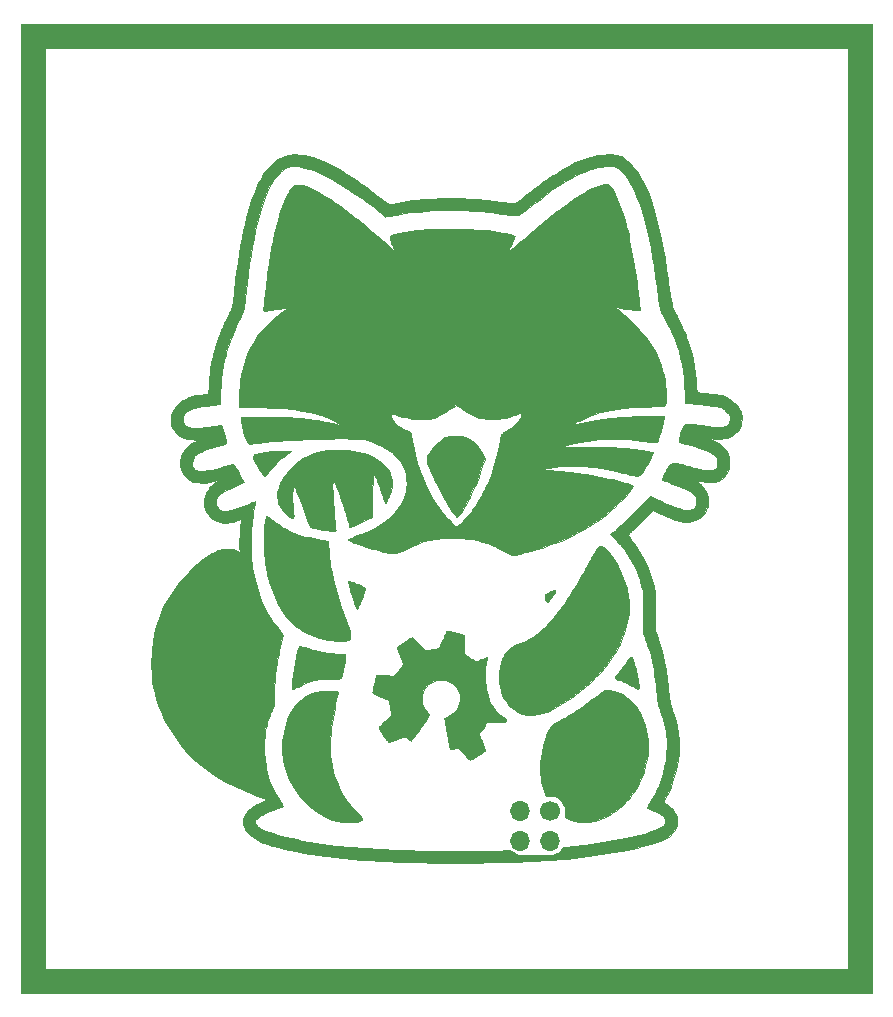
<source format=gtl>
G04 #@! TF.FileFunction,Copper,L1,Top,Signal*
%FSLAX46Y46*%
G04 Gerber Fmt 4.6, Leading zero omitted, Abs format (unit mm)*
G04 Created by KiCad (PCBNEW 4.0.7) date 07/11/18 15:32:24*
%MOMM*%
%LPD*%
G01*
G04 APERTURE LIST*
%ADD10C,0.100000*%
%ADD11C,0.010000*%
%ADD12C,1.700000*%
%ADD13O,1.700000X1.700000*%
G04 APERTURE END LIST*
D10*
D11*
G36*
X184679167Y-127359833D02*
X112670167Y-127359833D01*
X112670167Y-104261711D01*
X114663659Y-104261711D01*
X114663660Y-105326889D01*
X114663671Y-106372112D01*
X114663694Y-107396718D01*
X114663727Y-108400047D01*
X114663772Y-109381437D01*
X114663826Y-110340228D01*
X114663892Y-111275758D01*
X114663968Y-112187367D01*
X114664054Y-113074394D01*
X114664150Y-113936178D01*
X114664257Y-114772057D01*
X114664374Y-115581372D01*
X114664501Y-116363460D01*
X114664638Y-117117661D01*
X114664785Y-117843314D01*
X114664942Y-118539758D01*
X114665108Y-119206332D01*
X114665285Y-119842375D01*
X114665471Y-120447226D01*
X114665666Y-121020225D01*
X114665871Y-121560709D01*
X114666085Y-122068019D01*
X114666309Y-122541492D01*
X114666541Y-122980469D01*
X114666783Y-123384289D01*
X114667034Y-123752290D01*
X114667294Y-124083811D01*
X114667563Y-124378191D01*
X114667841Y-124634770D01*
X114668127Y-124852886D01*
X114668422Y-125031879D01*
X114668726Y-125171088D01*
X114669038Y-125269851D01*
X114669359Y-125327507D01*
X114669640Y-125343708D01*
X114677259Y-125344873D01*
X114699570Y-125346006D01*
X114737097Y-125347106D01*
X114790365Y-125348174D01*
X114859898Y-125349212D01*
X114946220Y-125350218D01*
X115049855Y-125351194D01*
X115171329Y-125352139D01*
X115311166Y-125353056D01*
X115469889Y-125353942D01*
X115648024Y-125354800D01*
X115846094Y-125355630D01*
X116064624Y-125356431D01*
X116304139Y-125357205D01*
X116565162Y-125357951D01*
X116848219Y-125358671D01*
X117153833Y-125359364D01*
X117482529Y-125360031D01*
X117834831Y-125360673D01*
X118211265Y-125361289D01*
X118612353Y-125361881D01*
X119038620Y-125362448D01*
X119490592Y-125362991D01*
X119968791Y-125363511D01*
X120473743Y-125364007D01*
X121005973Y-125364481D01*
X121566003Y-125364933D01*
X122154359Y-125365362D01*
X122771566Y-125365770D01*
X123418147Y-125366157D01*
X124094626Y-125366523D01*
X124801529Y-125366869D01*
X125539380Y-125367195D01*
X126308702Y-125367501D01*
X127110021Y-125367789D01*
X127943861Y-125368057D01*
X128810746Y-125368308D01*
X129711200Y-125368540D01*
X130645748Y-125368755D01*
X131614915Y-125368954D01*
X132619224Y-125369135D01*
X133659201Y-125369300D01*
X134735368Y-125369450D01*
X135848252Y-125369584D01*
X136998375Y-125369703D01*
X138186264Y-125369807D01*
X139412441Y-125369897D01*
X140677431Y-125369974D01*
X141981760Y-125370037D01*
X143325950Y-125370087D01*
X144710527Y-125370125D01*
X146136014Y-125370150D01*
X147602937Y-125370164D01*
X148674002Y-125370167D01*
X182668333Y-125370167D01*
X182668333Y-47349820D01*
X148669375Y-47355118D01*
X114670417Y-47360417D01*
X114665013Y-86338833D01*
X114664840Y-87624028D01*
X114664679Y-88899182D01*
X114664531Y-90163634D01*
X114664394Y-91416724D01*
X114664269Y-92657789D01*
X114664157Y-93886169D01*
X114664055Y-95101203D01*
X114663966Y-96302231D01*
X114663888Y-97488591D01*
X114663821Y-98659622D01*
X114663766Y-99814663D01*
X114663723Y-100953053D01*
X114663690Y-102074132D01*
X114663669Y-103177238D01*
X114663659Y-104261711D01*
X112670167Y-104261711D01*
X112670167Y-45360167D01*
X184679167Y-45360167D01*
X184679167Y-127359833D01*
X184679167Y-127359833D01*
G37*
X184679167Y-127359833D02*
X112670167Y-127359833D01*
X112670167Y-104261711D01*
X114663659Y-104261711D01*
X114663660Y-105326889D01*
X114663671Y-106372112D01*
X114663694Y-107396718D01*
X114663727Y-108400047D01*
X114663772Y-109381437D01*
X114663826Y-110340228D01*
X114663892Y-111275758D01*
X114663968Y-112187367D01*
X114664054Y-113074394D01*
X114664150Y-113936178D01*
X114664257Y-114772057D01*
X114664374Y-115581372D01*
X114664501Y-116363460D01*
X114664638Y-117117661D01*
X114664785Y-117843314D01*
X114664942Y-118539758D01*
X114665108Y-119206332D01*
X114665285Y-119842375D01*
X114665471Y-120447226D01*
X114665666Y-121020225D01*
X114665871Y-121560709D01*
X114666085Y-122068019D01*
X114666309Y-122541492D01*
X114666541Y-122980469D01*
X114666783Y-123384289D01*
X114667034Y-123752290D01*
X114667294Y-124083811D01*
X114667563Y-124378191D01*
X114667841Y-124634770D01*
X114668127Y-124852886D01*
X114668422Y-125031879D01*
X114668726Y-125171088D01*
X114669038Y-125269851D01*
X114669359Y-125327507D01*
X114669640Y-125343708D01*
X114677259Y-125344873D01*
X114699570Y-125346006D01*
X114737097Y-125347106D01*
X114790365Y-125348174D01*
X114859898Y-125349212D01*
X114946220Y-125350218D01*
X115049855Y-125351194D01*
X115171329Y-125352139D01*
X115311166Y-125353056D01*
X115469889Y-125353942D01*
X115648024Y-125354800D01*
X115846094Y-125355630D01*
X116064624Y-125356431D01*
X116304139Y-125357205D01*
X116565162Y-125357951D01*
X116848219Y-125358671D01*
X117153833Y-125359364D01*
X117482529Y-125360031D01*
X117834831Y-125360673D01*
X118211265Y-125361289D01*
X118612353Y-125361881D01*
X119038620Y-125362448D01*
X119490592Y-125362991D01*
X119968791Y-125363511D01*
X120473743Y-125364007D01*
X121005973Y-125364481D01*
X121566003Y-125364933D01*
X122154359Y-125365362D01*
X122771566Y-125365770D01*
X123418147Y-125366157D01*
X124094626Y-125366523D01*
X124801529Y-125366869D01*
X125539380Y-125367195D01*
X126308702Y-125367501D01*
X127110021Y-125367789D01*
X127943861Y-125368057D01*
X128810746Y-125368308D01*
X129711200Y-125368540D01*
X130645748Y-125368755D01*
X131614915Y-125368954D01*
X132619224Y-125369135D01*
X133659201Y-125369300D01*
X134735368Y-125369450D01*
X135848252Y-125369584D01*
X136998375Y-125369703D01*
X138186264Y-125369807D01*
X139412441Y-125369897D01*
X140677431Y-125369974D01*
X141981760Y-125370037D01*
X143325950Y-125370087D01*
X144710527Y-125370125D01*
X146136014Y-125370150D01*
X147602937Y-125370164D01*
X148674002Y-125370167D01*
X182668333Y-125370167D01*
X182668333Y-47349820D01*
X148669375Y-47355118D01*
X114670417Y-47360417D01*
X114665013Y-86338833D01*
X114664840Y-87624028D01*
X114664679Y-88899182D01*
X114664531Y-90163634D01*
X114664394Y-91416724D01*
X114664269Y-92657789D01*
X114664157Y-93886169D01*
X114664055Y-95101203D01*
X114663966Y-96302231D01*
X114663888Y-97488591D01*
X114663821Y-98659622D01*
X114663766Y-99814663D01*
X114663723Y-100953053D01*
X114663690Y-102074132D01*
X114663669Y-103177238D01*
X114663659Y-104261711D01*
X112670167Y-104261711D01*
X112670167Y-45360167D01*
X184679167Y-45360167D01*
X184679167Y-127359833D01*
G36*
X162716090Y-56376119D02*
X162917061Y-56393787D01*
X163084592Y-56424264D01*
X163099750Y-56428159D01*
X163263788Y-56479333D01*
X163420848Y-56545304D01*
X163576030Y-56629475D01*
X163734438Y-56735249D01*
X163901174Y-56866028D01*
X164081339Y-57025215D01*
X164277218Y-57213418D01*
X164469655Y-57412123D01*
X164642195Y-57608425D01*
X164799934Y-57809642D01*
X164947966Y-58023094D01*
X165091387Y-58256098D01*
X165235291Y-58515973D01*
X165375122Y-58790417D01*
X165587012Y-59248226D01*
X165790982Y-59745960D01*
X165987068Y-60283772D01*
X166175307Y-60861812D01*
X166355735Y-61480232D01*
X166528390Y-62139183D01*
X166693309Y-62838818D01*
X166850527Y-63579287D01*
X167000082Y-64360742D01*
X167142010Y-65183335D01*
X167276349Y-66047218D01*
X167403134Y-66952540D01*
X167460411Y-67394667D01*
X167495840Y-67670352D01*
X167528180Y-67910639D01*
X167558546Y-68122255D01*
X167588055Y-68311927D01*
X167617820Y-68486380D01*
X167648959Y-68652341D01*
X167682586Y-68816536D01*
X167719818Y-68985692D01*
X167735969Y-69056250D01*
X167761470Y-69168793D01*
X167783118Y-69268497D01*
X167799230Y-69347275D01*
X167808121Y-69397038D01*
X167809333Y-69408588D01*
X167820139Y-69439583D01*
X167849486Y-69497481D01*
X167892774Y-69573740D01*
X167940473Y-69652004D01*
X168009948Y-69769212D01*
X168092724Y-69920095D01*
X168186157Y-70099113D01*
X168287603Y-70300724D01*
X168394418Y-70519388D01*
X168503959Y-70749564D01*
X168613582Y-70985711D01*
X168720644Y-71222288D01*
X168822501Y-71453754D01*
X168916510Y-71674568D01*
X168984225Y-71839667D01*
X169152970Y-72292523D01*
X169302188Y-72764057D01*
X169432496Y-73257364D01*
X169544515Y-73775539D01*
X169638865Y-74321674D01*
X169716164Y-74898866D01*
X169777033Y-75510208D01*
X169810647Y-75967167D01*
X169820071Y-76113358D01*
X169828776Y-76244726D01*
X169836370Y-76355638D01*
X169842459Y-76440463D01*
X169846652Y-76493567D01*
X169848451Y-76509581D01*
X169869847Y-76512801D01*
X169928128Y-76520176D01*
X170018114Y-76531107D01*
X170134623Y-76544994D01*
X170272477Y-76561239D01*
X170426493Y-76579243D01*
X170591492Y-76598406D01*
X170762293Y-76618130D01*
X170933715Y-76637815D01*
X171100579Y-76656863D01*
X171257703Y-76674674D01*
X171399907Y-76690650D01*
X171522010Y-76704191D01*
X171618833Y-76714698D01*
X171657507Y-76718768D01*
X171792645Y-76733000D01*
X171894661Y-76745148D01*
X171972548Y-76757411D01*
X172035300Y-76771987D01*
X172091911Y-76791075D01*
X172151375Y-76816872D01*
X172222686Y-76851578D01*
X172243750Y-76862069D01*
X172514090Y-77015362D01*
X172792601Y-77209683D01*
X172956213Y-77339838D01*
X173164048Y-77529238D01*
X173332312Y-77721074D01*
X173463706Y-77919993D01*
X173560934Y-78130641D01*
X173626700Y-78357666D01*
X173657431Y-78545104D01*
X173666761Y-78778406D01*
X173643635Y-79020026D01*
X173590450Y-79258238D01*
X173509605Y-79481320D01*
X173436815Y-79623946D01*
X173391942Y-79689398D01*
X173325883Y-79772098D01*
X173248352Y-79860357D01*
X173185667Y-79926043D01*
X173015204Y-80076766D01*
X172829427Y-80200409D01*
X172624833Y-80298043D01*
X172397919Y-80370738D01*
X172145181Y-80419563D01*
X171863118Y-80445589D01*
X171548226Y-80449886D01*
X171476696Y-80448100D01*
X171333687Y-80442159D01*
X171188911Y-80433519D01*
X171054156Y-80423066D01*
X170941206Y-80411686D01*
X170878500Y-80403172D01*
X170768428Y-80385680D01*
X170698790Y-80375940D01*
X170668302Y-80374519D01*
X170675677Y-80381984D01*
X170719631Y-80398903D01*
X170798879Y-80425844D01*
X170815000Y-80431206D01*
X171061013Y-80519271D01*
X171292991Y-80614736D01*
X171503508Y-80714153D01*
X171685132Y-80814072D01*
X171799250Y-80888208D01*
X171889538Y-80960089D01*
X171994009Y-81055448D01*
X172102038Y-81163459D01*
X172203001Y-81273293D01*
X172286275Y-81374126D01*
X172315744Y-81414546D01*
X172389699Y-81537138D01*
X172461145Y-81682049D01*
X172521754Y-81830821D01*
X172562202Y-81960897D01*
X172582736Y-82073996D01*
X172597736Y-82216691D01*
X172606898Y-82376569D01*
X172609917Y-82541216D01*
X172606488Y-82698218D01*
X172596308Y-82835162D01*
X172585498Y-82909833D01*
X172521643Y-83136951D01*
X172418432Y-83348796D01*
X172275665Y-83545750D01*
X172229972Y-83596787D01*
X172040391Y-83778274D01*
X171846670Y-83919794D01*
X171644676Y-84023713D01*
X171430280Y-84092399D01*
X171330324Y-84112171D01*
X171254806Y-84123680D01*
X171188243Y-84131054D01*
X171121626Y-84134254D01*
X171045944Y-84133244D01*
X170952188Y-84127986D01*
X170831347Y-84118441D01*
X170731154Y-84109666D01*
X170520478Y-84088765D01*
X170334330Y-84065056D01*
X170157594Y-84035968D01*
X169975153Y-83998933D01*
X169771890Y-83951383D01*
X169711354Y-83936378D01*
X169616371Y-83912654D01*
X169533356Y-83892000D01*
X169473026Y-83877075D01*
X169449750Y-83871396D01*
X169449988Y-83876063D01*
X169482395Y-83896337D01*
X169541270Y-83928904D01*
X169615297Y-83967586D01*
X169786492Y-84057076D01*
X169924696Y-84134110D01*
X170035968Y-84202578D01*
X170126369Y-84266365D01*
X170201957Y-84329361D01*
X170247411Y-84373142D01*
X170419065Y-84576111D01*
X170566892Y-84809488D01*
X170686819Y-85066238D01*
X170744760Y-85232064D01*
X170766493Y-85306520D01*
X170781972Y-85372023D01*
X170792279Y-85438514D01*
X170798499Y-85515933D01*
X170801715Y-85614220D01*
X170803010Y-85743314D01*
X170803111Y-85767333D01*
X170802979Y-85903258D01*
X170800823Y-86006286D01*
X170795748Y-86085838D01*
X170786859Y-86151336D01*
X170773261Y-86212201D01*
X170754847Y-86275333D01*
X170656109Y-86523461D01*
X170522202Y-86750642D01*
X170444335Y-86853035D01*
X170291843Y-87007753D01*
X170106574Y-87145948D01*
X169895761Y-87264928D01*
X169666638Y-87361999D01*
X169426438Y-87434468D01*
X169182396Y-87479642D01*
X168941743Y-87494827D01*
X168752255Y-87483043D01*
X168621386Y-87463897D01*
X168488512Y-87438593D01*
X168349687Y-87405797D01*
X168200964Y-87364176D01*
X168038397Y-87312396D01*
X167858040Y-87249122D01*
X167655945Y-87173020D01*
X167428168Y-87082758D01*
X167170760Y-86977000D01*
X166879776Y-86854414D01*
X166831017Y-86833651D01*
X166112462Y-86527295D01*
X165282796Y-87359106D01*
X165119900Y-87522015D01*
X164959295Y-87681866D01*
X164804696Y-87835012D01*
X164659814Y-87977808D01*
X164528364Y-88106608D01*
X164414059Y-88217768D01*
X164320612Y-88307643D01*
X164251736Y-88372586D01*
X164231523Y-88391104D01*
X164151360Y-88464095D01*
X164083213Y-88527233D01*
X164032928Y-88575021D01*
X164006350Y-88601959D01*
X164003749Y-88605399D01*
X164013872Y-88626799D01*
X164046295Y-88670119D01*
X164094290Y-88726461D01*
X164100432Y-88733294D01*
X164412407Y-89104117D01*
X164711527Y-89510459D01*
X164994869Y-89946686D01*
X165259508Y-90407165D01*
X165502522Y-90886263D01*
X165720986Y-91378345D01*
X165911977Y-91877780D01*
X166072572Y-92378933D01*
X166158070Y-92698051D01*
X166211057Y-92927435D01*
X166254225Y-93149233D01*
X166288045Y-93369804D01*
X166312988Y-93595509D01*
X166329525Y-93832708D01*
X166338126Y-94087763D01*
X166339264Y-94367033D01*
X166333408Y-94676879D01*
X166324320Y-94943083D01*
X166317056Y-95144966D01*
X166310515Y-95361095D01*
X166304942Y-95580624D01*
X166300580Y-95792707D01*
X166297673Y-95986499D01*
X166296466Y-96151153D01*
X166296451Y-96181333D01*
X166296986Y-96699917D01*
X166457986Y-97102083D01*
X166653599Y-97628727D01*
X166828441Y-98180181D01*
X166982995Y-98758658D01*
X167117744Y-99366371D01*
X167233173Y-100005532D01*
X167329764Y-100678353D01*
X167408001Y-101387047D01*
X167417964Y-101494167D01*
X167445576Y-101786748D01*
X167472184Y-102041971D01*
X167498749Y-102264762D01*
X167526232Y-102460050D01*
X167555594Y-102632763D01*
X167587795Y-102787829D01*
X167623796Y-102930177D01*
X167664558Y-103064735D01*
X167711042Y-103196430D01*
X167764208Y-103330192D01*
X167785874Y-103381449D01*
X167966736Y-103855548D01*
X168112975Y-104351042D01*
X168224645Y-104865050D01*
X168301803Y-105394692D01*
X168344506Y-105937085D01*
X168352810Y-106489349D01*
X168326772Y-107048603D01*
X168266447Y-107611965D01*
X168171892Y-108176554D01*
X168043164Y-108739489D01*
X167880318Y-109297889D01*
X167683412Y-109848873D01*
X167658134Y-109912762D01*
X167575493Y-110111411D01*
X167481940Y-110322566D01*
X167382575Y-110535535D01*
X167282498Y-110739629D01*
X167186810Y-110924158D01*
X167108352Y-111065193D01*
X167069260Y-111134590D01*
X167040354Y-111190094D01*
X167026900Y-111221492D01*
X167026526Y-111223943D01*
X167044023Y-111241550D01*
X167090068Y-111272480D01*
X167155544Y-111310728D01*
X167171871Y-111319647D01*
X167415948Y-111471039D01*
X167630719Y-111644738D01*
X167814166Y-111837756D01*
X167964269Y-112047104D01*
X168079012Y-112269792D01*
X168156375Y-112502831D01*
X168194341Y-112743230D01*
X168198039Y-112839500D01*
X168191649Y-113010022D01*
X168168132Y-113159056D01*
X168123467Y-113305366D01*
X168071765Y-113428786D01*
X167944136Y-113657518D01*
X167779438Y-113866352D01*
X167578234Y-114054775D01*
X167341086Y-114222277D01*
X167068560Y-114368344D01*
X167006843Y-114396266D01*
X166785510Y-114486677D01*
X166525911Y-114580771D01*
X166231850Y-114677529D01*
X165907133Y-114775929D01*
X165555564Y-114874949D01*
X165180947Y-114973567D01*
X164787089Y-115070762D01*
X164377792Y-115165513D01*
X163956863Y-115256797D01*
X163528105Y-115343594D01*
X163353750Y-115377113D01*
X162815036Y-115475893D01*
X162276271Y-115568120D01*
X161734562Y-115654069D01*
X161187016Y-115734013D01*
X160630741Y-115808225D01*
X160062844Y-115876979D01*
X159480433Y-115940549D01*
X158880616Y-115999208D01*
X158260500Y-116053229D01*
X157617192Y-116102886D01*
X156947800Y-116148453D01*
X156249431Y-116190203D01*
X155519194Y-116228410D01*
X154754195Y-116263347D01*
X153951542Y-116295287D01*
X153458333Y-116312866D01*
X153333117Y-116316363D01*
X153169036Y-116319692D01*
X152969558Y-116322842D01*
X152738152Y-116325803D01*
X152478285Y-116328565D01*
X152193425Y-116331120D01*
X151887042Y-116333456D01*
X151562602Y-116335566D01*
X151223573Y-116337438D01*
X150873425Y-116339063D01*
X150515625Y-116340432D01*
X150153642Y-116341534D01*
X149790942Y-116342361D01*
X149430995Y-116342902D01*
X149077269Y-116343148D01*
X148733232Y-116343088D01*
X148402351Y-116342714D01*
X148088095Y-116342016D01*
X147793932Y-116340983D01*
X147523331Y-116339607D01*
X147279759Y-116337877D01*
X147066684Y-116335784D01*
X146887575Y-116333318D01*
X146790833Y-116331507D01*
X146232395Y-116318789D01*
X145710499Y-116305261D01*
X145219359Y-116290710D01*
X144753189Y-116274927D01*
X144306202Y-116257702D01*
X143872612Y-116238825D01*
X143446631Y-116218085D01*
X143022474Y-116195273D01*
X142991417Y-116193520D01*
X142202703Y-116144610D01*
X141427044Y-116088041D01*
X140666674Y-116024127D01*
X139923827Y-115953182D01*
X139200734Y-115875519D01*
X138499630Y-115791452D01*
X137822749Y-115701295D01*
X137172323Y-115605362D01*
X136550587Y-115503966D01*
X135959773Y-115397422D01*
X135402114Y-115286043D01*
X134879845Y-115170143D01*
X134395199Y-115050036D01*
X133950409Y-114926035D01*
X133932733Y-114920776D01*
X133516796Y-114788164D01*
X133142010Y-114650485D01*
X132807418Y-114507044D01*
X132512064Y-114357146D01*
X132254991Y-114200096D01*
X132035244Y-114035201D01*
X131851865Y-113861764D01*
X131703898Y-113679092D01*
X131590388Y-113486490D01*
X131510377Y-113283263D01*
X131473861Y-113134684D01*
X131449410Y-112907817D01*
X131464477Y-112690751D01*
X131519635Y-112481851D01*
X131615457Y-112279483D01*
X131752516Y-112082012D01*
X131900083Y-111918575D01*
X132052395Y-111777639D01*
X132217081Y-111648946D01*
X132400349Y-111528679D01*
X132608404Y-111413020D01*
X132847453Y-111298153D01*
X133053667Y-111209038D01*
X133152225Y-111167468D01*
X133236737Y-111130679D01*
X133299440Y-111102136D01*
X133332568Y-111085303D01*
X133335247Y-111083398D01*
X133335873Y-111057436D01*
X133317477Y-111010475D01*
X133305396Y-110988321D01*
X133287858Y-110960476D01*
X133268089Y-110936305D01*
X133241616Y-110913767D01*
X133203967Y-110890826D01*
X133150669Y-110865442D01*
X133077248Y-110835576D01*
X132979233Y-110799191D01*
X132852150Y-110754246D01*
X132691526Y-110698705D01*
X132604103Y-110668678D01*
X131834158Y-110383428D01*
X131087546Y-110063844D01*
X130362497Y-109708933D01*
X129657240Y-109317700D01*
X128970004Y-108889153D01*
X128299021Y-108422297D01*
X127642519Y-107916141D01*
X127518291Y-107814636D01*
X127152287Y-107490964D01*
X126790361Y-107127509D01*
X126434459Y-106726767D01*
X126086524Y-106291232D01*
X125748499Y-105823401D01*
X125422327Y-105325771D01*
X125109953Y-104800836D01*
X124959420Y-104528672D01*
X124697568Y-104018463D01*
X124470032Y-103519882D01*
X124274530Y-103025578D01*
X124108778Y-102528202D01*
X123970492Y-102020404D01*
X123857390Y-101494832D01*
X123767188Y-100944137D01*
X123714319Y-100520500D01*
X123704596Y-100402517D01*
X123696952Y-100249214D01*
X123691351Y-100067552D01*
X123687757Y-99864490D01*
X123686137Y-99646989D01*
X123686453Y-99422009D01*
X123688672Y-99196511D01*
X123692757Y-98977455D01*
X123698675Y-98771801D01*
X123706388Y-98586510D01*
X123715863Y-98428542D01*
X123725467Y-98319167D01*
X123817239Y-97629898D01*
X123941290Y-96967265D01*
X124098125Y-96329929D01*
X124288246Y-95716554D01*
X124512158Y-95125802D01*
X124770363Y-94556338D01*
X125063366Y-94006824D01*
X125391669Y-93475922D01*
X125730588Y-92995750D01*
X125913489Y-92761018D01*
X126121111Y-92510539D01*
X126346771Y-92251486D01*
X126583784Y-91991027D01*
X126825467Y-91736334D01*
X127065136Y-91494578D01*
X127296107Y-91272929D01*
X127511696Y-91078558D01*
X127541797Y-91052624D01*
X127801040Y-90839409D01*
X128066091Y-90637799D01*
X128331971Y-90450915D01*
X128593703Y-90281877D01*
X128846307Y-90133807D01*
X129084806Y-90009826D01*
X129304221Y-89913054D01*
X129434167Y-89866249D01*
X129726915Y-89791515D01*
X130018047Y-89755743D01*
X130303877Y-89758768D01*
X130580720Y-89800425D01*
X130844891Y-89880548D01*
X130971597Y-89935233D01*
X131143778Y-90017537D01*
X131132893Y-89527560D01*
X131131166Y-89113695D01*
X131143202Y-88672996D01*
X131168429Y-88218461D01*
X131206274Y-87763090D01*
X131213981Y-87685951D01*
X131226686Y-87557418D01*
X131237028Y-87443879D01*
X131244487Y-87351817D01*
X131248546Y-87287714D01*
X131248687Y-87258050D01*
X131248256Y-87256867D01*
X131226385Y-87260667D01*
X131172044Y-87277006D01*
X131092397Y-87303543D01*
X130994608Y-87337938D01*
X130945361Y-87355808D01*
X130746775Y-87425486D01*
X130575916Y-87478060D01*
X130422923Y-87515899D01*
X130277934Y-87541370D01*
X130131085Y-87556842D01*
X130098849Y-87559057D01*
X129803198Y-87559631D01*
X129524589Y-87524000D01*
X129265118Y-87453564D01*
X129026880Y-87349721D01*
X128811970Y-87213871D01*
X128622484Y-87047411D01*
X128460518Y-86851741D01*
X128328166Y-86628259D01*
X128227525Y-86378364D01*
X128202363Y-86293061D01*
X128170931Y-86132335D01*
X128154161Y-85946827D01*
X128152045Y-85751465D01*
X128164575Y-85561177D01*
X128191743Y-85390891D01*
X128202888Y-85345414D01*
X128283494Y-85107861D01*
X128392464Y-84879529D01*
X128524340Y-84669810D01*
X128673670Y-84488093D01*
X128737670Y-84424792D01*
X128805127Y-84370285D01*
X128902787Y-84302045D01*
X129022783Y-84224857D01*
X129157250Y-84143507D01*
X129298322Y-84062779D01*
X129438134Y-83987459D01*
X129544245Y-83934092D01*
X129594102Y-83908142D01*
X129614960Y-83893263D01*
X129603500Y-83892482D01*
X129563978Y-83902240D01*
X129492722Y-83920122D01*
X129399019Y-83943788D01*
X129292155Y-83970897D01*
X129264833Y-83977846D01*
X128878783Y-84066489D01*
X128521825Y-84128098D01*
X128190622Y-84162851D01*
X127881836Y-84170926D01*
X127592132Y-84152502D01*
X127318172Y-84107756D01*
X127227715Y-84086500D01*
X127053308Y-84035099D01*
X126908609Y-83974350D01*
X126781058Y-83897221D01*
X126658093Y-83796677D01*
X126586467Y-83727435D01*
X126495969Y-83631362D01*
X126427531Y-83545637D01*
X126369833Y-83454567D01*
X126317374Y-83354333D01*
X126239998Y-83186331D01*
X126185241Y-83037676D01*
X126149828Y-82894219D01*
X126130487Y-82741814D01*
X126123945Y-82566316D01*
X126123920Y-82518250D01*
X126125568Y-82390360D01*
X126130040Y-82292512D01*
X126138818Y-82212435D01*
X126153382Y-82137858D01*
X126175212Y-82056511D01*
X126182658Y-82031417D01*
X126288816Y-81749708D01*
X126430964Y-81489294D01*
X126607581Y-81252506D01*
X126817141Y-81041678D01*
X126844284Y-81018356D01*
X126982324Y-80912445D01*
X127138111Y-80814415D01*
X127319727Y-80719644D01*
X127532992Y-80624456D01*
X127722032Y-80545305D01*
X127345141Y-80532806D01*
X127094413Y-80519154D01*
X126876243Y-80495095D01*
X126681798Y-80459118D01*
X126502248Y-80409713D01*
X126387609Y-80369014D01*
X126141426Y-80253396D01*
X125924523Y-80109170D01*
X125738555Y-79938682D01*
X125585174Y-79744276D01*
X125466033Y-79528295D01*
X125382785Y-79293084D01*
X125337085Y-79040987D01*
X125328972Y-78880415D01*
X126328640Y-78880415D01*
X126352363Y-79039408D01*
X126411997Y-79177416D01*
X126507181Y-79293180D01*
X126512476Y-79298010D01*
X126619146Y-79378362D01*
X126743224Y-79440660D01*
X126890318Y-79486573D01*
X127066037Y-79517772D01*
X127275987Y-79535925D01*
X127318322Y-79537957D01*
X127506994Y-79541511D01*
X127704660Y-79535771D01*
X127918127Y-79520152D01*
X128154200Y-79494069D01*
X128419686Y-79456938D01*
X128609068Y-79426958D01*
X128828985Y-79392354D01*
X129027370Y-79364185D01*
X129200473Y-79342854D01*
X129344545Y-79328764D01*
X129455838Y-79322319D01*
X129530600Y-79323922D01*
X129545933Y-79326148D01*
X129595730Y-79346274D01*
X129623142Y-79372298D01*
X129648324Y-79430319D01*
X129680904Y-79521568D01*
X129719029Y-79639275D01*
X129760842Y-79776672D01*
X129804490Y-79926991D01*
X129848117Y-80083464D01*
X129889868Y-80239321D01*
X129927888Y-80387794D01*
X129960322Y-80522115D01*
X129985316Y-80635516D01*
X130001014Y-80721227D01*
X130005667Y-80768089D01*
X130005667Y-80849383D01*
X129661708Y-80957637D01*
X129511406Y-81004368D01*
X129340542Y-81056573D01*
X129167884Y-81108569D01*
X129012202Y-81154672D01*
X128979083Y-81164336D01*
X128676689Y-81256374D01*
X128408023Y-81347331D01*
X128164686Y-81440321D01*
X127938282Y-81538456D01*
X127825500Y-81592043D01*
X127653695Y-81682475D01*
X127517098Y-81770004D01*
X127409425Y-81860121D01*
X127324393Y-81958322D01*
X127255718Y-82070097D01*
X127238124Y-82105500D01*
X127176897Y-82266577D01*
X127143252Y-82428881D01*
X127135980Y-82586883D01*
X127153875Y-82735055D01*
X127195729Y-82867867D01*
X127260336Y-82979790D01*
X127346487Y-83065294D01*
X127452977Y-83118851D01*
X127459796Y-83120873D01*
X127659824Y-83161177D01*
X127892816Y-83177691D01*
X128156872Y-83170637D01*
X128450090Y-83140238D01*
X128770571Y-83086715D01*
X129116414Y-83010291D01*
X129485719Y-82911187D01*
X129635250Y-82866575D01*
X129836647Y-82805799D01*
X130023181Y-82751336D01*
X130190587Y-82704325D01*
X130334598Y-82665905D01*
X130450948Y-82637217D01*
X130535371Y-82619400D01*
X130582193Y-82613582D01*
X130626844Y-82623471D01*
X130666438Y-82659139D01*
X130693763Y-82698452D01*
X130726843Y-82752599D01*
X130774666Y-82833277D01*
X130834506Y-82935690D01*
X130903633Y-83055043D01*
X130979322Y-83186540D01*
X131058845Y-83325387D01*
X131139473Y-83466786D01*
X131218481Y-83605945D01*
X131293139Y-83738066D01*
X131360721Y-83858354D01*
X131418498Y-83962015D01*
X131463745Y-84044253D01*
X131493732Y-84100272D01*
X131505734Y-84125277D01*
X131505782Y-84126107D01*
X131485115Y-84136180D01*
X131430380Y-84160923D01*
X131346370Y-84198222D01*
X131237881Y-84245960D01*
X131109707Y-84302025D01*
X130966644Y-84364302D01*
X130905234Y-84390951D01*
X130563006Y-84542983D01*
X130261148Y-84684822D01*
X129999762Y-84816410D01*
X129778951Y-84937689D01*
X129598819Y-85048604D01*
X129459468Y-85149097D01*
X129361003Y-85239111D01*
X129352486Y-85248583D01*
X129252513Y-85389959D01*
X129185054Y-85544703D01*
X129149276Y-85706822D01*
X129144344Y-85870326D01*
X129169425Y-86029223D01*
X129223684Y-86177522D01*
X129306289Y-86309231D01*
X129416404Y-86418359D01*
X129524678Y-86485834D01*
X129606737Y-86522442D01*
X129689253Y-86550861D01*
X129775066Y-86570466D01*
X129867019Y-86580629D01*
X129967953Y-86580722D01*
X130080708Y-86570119D01*
X130208127Y-86548192D01*
X130353050Y-86514314D01*
X130518318Y-86467858D01*
X130706774Y-86408196D01*
X130921257Y-86334701D01*
X131164611Y-86246747D01*
X131439674Y-86143705D01*
X131749290Y-86024948D01*
X131929721Y-85954894D01*
X132071072Y-85900169D01*
X132199015Y-85851279D01*
X132308417Y-85810132D01*
X132394143Y-85778638D01*
X132451060Y-85758708D01*
X132474035Y-85752250D01*
X132474225Y-85752336D01*
X132472381Y-85774147D01*
X132463544Y-85831777D01*
X132448707Y-85919473D01*
X132428863Y-86031481D01*
X132405003Y-86162047D01*
X132386073Y-86263371D01*
X132313769Y-86661008D01*
X132253224Y-87026659D01*
X132203536Y-87368735D01*
X132163800Y-87695645D01*
X132133116Y-88015800D01*
X132110580Y-88337608D01*
X132095291Y-88669482D01*
X132086345Y-89019829D01*
X132085667Y-89062657D01*
X132083003Y-89430469D01*
X132086974Y-89766283D01*
X132098245Y-90080013D01*
X132117480Y-90381570D01*
X132145343Y-90680868D01*
X132182498Y-90987819D01*
X132229609Y-91312336D01*
X132241377Y-91387083D01*
X132360188Y-92044626D01*
X132501748Y-92667816D01*
X132666721Y-93258413D01*
X132855768Y-93818179D01*
X133069552Y-94348875D01*
X133308736Y-94852262D01*
X133573981Y-95330102D01*
X133865952Y-95784155D01*
X133929547Y-95874994D01*
X133996076Y-95965676D01*
X134083686Y-96080609D01*
X134186068Y-96211767D01*
X134296912Y-96351124D01*
X134409910Y-96490652D01*
X134487476Y-96584807D01*
X134859082Y-97032246D01*
X134687663Y-97670415D01*
X134596813Y-98015433D01*
X134518276Y-98329900D01*
X134450222Y-98623162D01*
X134390823Y-98904570D01*
X134338247Y-99183471D01*
X134290667Y-99469214D01*
X134246252Y-99771149D01*
X134203172Y-100098623D01*
X134187369Y-100226783D01*
X134154198Y-100513681D01*
X134127741Y-100776684D01*
X134107611Y-101024804D01*
X134093419Y-101267048D01*
X134084780Y-101512429D01*
X134081307Y-101769954D01*
X134082611Y-102048634D01*
X134088307Y-102357480D01*
X134091091Y-102467833D01*
X134094306Y-102605589D01*
X134095135Y-102710017D01*
X134092934Y-102790085D01*
X134087057Y-102854763D01*
X134076860Y-102913019D01*
X134061698Y-102973822D01*
X134052312Y-103007083D01*
X134025420Y-103087653D01*
X133984588Y-103194288D01*
X133934628Y-103315103D01*
X133880352Y-103438209D01*
X133859496Y-103483333D01*
X133762158Y-103695517D01*
X133682013Y-103881508D01*
X133615019Y-104051737D01*
X133557133Y-104216633D01*
X133504314Y-104386626D01*
X133489311Y-104438566D01*
X133428469Y-104666747D01*
X133376696Y-104894119D01*
X133333015Y-105127517D01*
X133296448Y-105373774D01*
X133266016Y-105639726D01*
X133240742Y-105932208D01*
X133219647Y-106258054D01*
X133214031Y-106362500D01*
X133185095Y-106923417D01*
X133277949Y-107572275D01*
X133313728Y-107819226D01*
X133345414Y-108030306D01*
X133374122Y-108211656D01*
X133400971Y-108369415D01*
X133427077Y-108509725D01*
X133453558Y-108638725D01*
X133481531Y-108762557D01*
X133512113Y-108887360D01*
X133529609Y-108955417D01*
X133587722Y-109161812D01*
X133654099Y-109369131D01*
X133725793Y-109569789D01*
X133799855Y-109756203D01*
X133873338Y-109920791D01*
X133943294Y-110055970D01*
X133982200Y-110119583D01*
X134027504Y-110195267D01*
X134070569Y-110278797D01*
X134079977Y-110299500D01*
X134114739Y-110373992D01*
X134158668Y-110457700D01*
X134214743Y-110555649D01*
X134285944Y-110672865D01*
X134375249Y-110814376D01*
X134485637Y-110985208D01*
X134493974Y-110998000D01*
X134568723Y-111113647D01*
X134639231Y-111224584D01*
X134700716Y-111323142D01*
X134748393Y-111401651D01*
X134777322Y-111452154D01*
X134832954Y-111557059D01*
X134781449Y-111584045D01*
X134748151Y-111598470D01*
X134680966Y-111625159D01*
X134585778Y-111661865D01*
X134468467Y-111706339D01*
X134334917Y-111756331D01*
X134205180Y-111804374D01*
X133937925Y-111904538D01*
X133706508Y-111995118D01*
X133506083Y-112078234D01*
X133331805Y-112156006D01*
X133178829Y-112230554D01*
X133042309Y-112304000D01*
X132977962Y-112341415D01*
X132845260Y-112427295D01*
X132723670Y-112518656D01*
X132620034Y-112609521D01*
X132541192Y-112693910D01*
X132495122Y-112763408D01*
X132463360Y-112875046D01*
X132473052Y-112987341D01*
X132523327Y-113100030D01*
X132613317Y-113212849D01*
X132742150Y-113325534D01*
X132908958Y-113437822D01*
X133112870Y-113549450D01*
X133353016Y-113660154D01*
X133628528Y-113769671D01*
X133938534Y-113877738D01*
X134282165Y-113984090D01*
X134658552Y-114088465D01*
X135066824Y-114190600D01*
X135506112Y-114290230D01*
X135975546Y-114387092D01*
X136474256Y-114480924D01*
X137001372Y-114571461D01*
X137556024Y-114658440D01*
X138137343Y-114741597D01*
X138744459Y-114820670D01*
X139376501Y-114895395D01*
X139625917Y-114922908D01*
X140242063Y-114986572D01*
X140863833Y-115044769D01*
X141493855Y-115097603D01*
X142134756Y-115145176D01*
X142789162Y-115187590D01*
X143459701Y-115224950D01*
X144149000Y-115257357D01*
X144859686Y-115284915D01*
X145594386Y-115307726D01*
X146355727Y-115325894D01*
X147146336Y-115339522D01*
X147968841Y-115348712D01*
X148825868Y-115353568D01*
X149720045Y-115354191D01*
X150558500Y-115351221D01*
X150883203Y-115349300D01*
X151205179Y-115347072D01*
X151520790Y-115344580D01*
X151826393Y-115341866D01*
X152118350Y-115338972D01*
X152393018Y-115335940D01*
X152646759Y-115332813D01*
X152875931Y-115329632D01*
X153076895Y-115326439D01*
X153246009Y-115323277D01*
X153379634Y-115320188D01*
X153464967Y-115317564D01*
X154032518Y-115296533D01*
X154148775Y-115391225D01*
X154278702Y-115483501D01*
X154425089Y-115565564D01*
X154567997Y-115626390D01*
X154583832Y-115631696D01*
X154625373Y-115643736D01*
X154672396Y-115654103D01*
X154728114Y-115662904D01*
X154795741Y-115670247D01*
X154878491Y-115676240D01*
X154979578Y-115680991D01*
X155102216Y-115684606D01*
X155249619Y-115687195D01*
X155425000Y-115688864D01*
X155631574Y-115689721D01*
X155872554Y-115689875D01*
X156151155Y-115689433D01*
X156294667Y-115689054D01*
X157659917Y-115685102D01*
X157829250Y-115628292D01*
X158045884Y-115534426D01*
X158236872Y-115406948D01*
X158401654Y-115246277D01*
X158487297Y-115134719D01*
X158533558Y-115071454D01*
X158568969Y-115036605D01*
X158604117Y-115022084D01*
X158637883Y-115019667D01*
X158689430Y-115017241D01*
X158777803Y-115010331D01*
X158897793Y-114999484D01*
X159044193Y-114985249D01*
X159211794Y-114968176D01*
X159395389Y-114948812D01*
X159589770Y-114927706D01*
X159789730Y-114905408D01*
X159990060Y-114882465D01*
X160185553Y-114859426D01*
X160358667Y-114838370D01*
X160876574Y-114771226D01*
X161387810Y-114698977D01*
X161890308Y-114622121D01*
X162382001Y-114541157D01*
X162860822Y-114456582D01*
X163324705Y-114368895D01*
X163771582Y-114278594D01*
X164199387Y-114186177D01*
X164606052Y-114092142D01*
X164989512Y-113996988D01*
X165347699Y-113901212D01*
X165678547Y-113805313D01*
X165979988Y-113709788D01*
X166249956Y-113615137D01*
X166486384Y-113521856D01*
X166687205Y-113430445D01*
X166850352Y-113341401D01*
X166973759Y-113255223D01*
X166992177Y-113239539D01*
X167098142Y-113122795D01*
X167164793Y-112996184D01*
X167191321Y-112862940D01*
X167176918Y-112726298D01*
X167143473Y-112633391D01*
X167051591Y-112484643D01*
X166918213Y-112343895D01*
X166743427Y-112211207D01*
X166527317Y-112086637D01*
X166269972Y-111970245D01*
X166068858Y-111894890D01*
X165920858Y-111840441D01*
X165799771Y-111789830D01*
X165709415Y-111744896D01*
X165653606Y-111707476D01*
X165637278Y-111687108D01*
X165637037Y-111659341D01*
X165652610Y-111612926D01*
X165685827Y-111544250D01*
X165738515Y-111449703D01*
X165812504Y-111325673D01*
X165856915Y-111253322D01*
X165974813Y-111061998D01*
X166072988Y-110901295D01*
X166154425Y-110766103D01*
X166222109Y-110651314D01*
X166279025Y-110551821D01*
X166328159Y-110462517D01*
X166372494Y-110378292D01*
X166400509Y-110323141D01*
X166626594Y-109829158D01*
X166822460Y-109311371D01*
X166987247Y-108774947D01*
X167120098Y-108225052D01*
X167220152Y-107666854D01*
X167286551Y-107105520D01*
X167318435Y-106546217D01*
X167314947Y-105994111D01*
X167275226Y-105454371D01*
X167247176Y-105230083D01*
X167183298Y-104848496D01*
X167101693Y-104492237D01*
X166998372Y-104146591D01*
X166869343Y-103796843D01*
X166837029Y-103717691D01*
X166765000Y-103536131D01*
X166702673Y-103360088D01*
X166648804Y-103183580D01*
X166602147Y-103000625D01*
X166561457Y-102805243D01*
X166525486Y-102591451D01*
X166492991Y-102353269D01*
X166462724Y-102084715D01*
X166433450Y-101779917D01*
X166387049Y-101304703D01*
X166335815Y-100862954D01*
X166278313Y-100445937D01*
X166213108Y-100044917D01*
X166138766Y-99651164D01*
X166053851Y-99255943D01*
X165956929Y-98850522D01*
X165943070Y-98795417D01*
X165855413Y-98464046D01*
X165766092Y-98159315D01*
X165670155Y-97865659D01*
X165562648Y-97567512D01*
X165501880Y-97409000D01*
X165452820Y-97279039D01*
X165407094Y-97150152D01*
X165368046Y-97032349D01*
X165339016Y-96935637D01*
X165325182Y-96879833D01*
X165307224Y-96776988D01*
X165293481Y-96663823D01*
X165283884Y-96536058D01*
X165278364Y-96389417D01*
X165276853Y-96219619D01*
X165279282Y-96022387D01*
X165285581Y-95793442D01*
X165295683Y-95528504D01*
X165301371Y-95398167D01*
X165316876Y-94998462D01*
X165325890Y-94633128D01*
X165328428Y-94303398D01*
X165324510Y-94010504D01*
X165314151Y-93755682D01*
X165297370Y-93540164D01*
X165274185Y-93365184D01*
X165272516Y-93355583D01*
X165176512Y-92909076D01*
X165045272Y-92450577D01*
X164881722Y-91986423D01*
X164688784Y-91522954D01*
X164469383Y-91066508D01*
X164226442Y-90623424D01*
X163962884Y-90200042D01*
X163681634Y-89802698D01*
X163563991Y-89651417D01*
X163509569Y-89585741D01*
X163431690Y-89495064D01*
X163335687Y-89385423D01*
X163226889Y-89262857D01*
X163110627Y-89133404D01*
X162992231Y-89003102D01*
X162975359Y-88984667D01*
X162866768Y-88865696D01*
X162768030Y-88756695D01*
X162682631Y-88661576D01*
X162614054Y-88584251D01*
X162565784Y-88528633D01*
X162541307Y-88498635D01*
X162538957Y-88494660D01*
X162555593Y-88478063D01*
X162600318Y-88444966D01*
X162665183Y-88401082D01*
X162704442Y-88375761D01*
X162795321Y-88313993D01*
X162900553Y-88236276D01*
X163003283Y-88155263D01*
X163048401Y-88117512D01*
X163167502Y-88012581D01*
X163312677Y-87880126D01*
X163480748Y-87723223D01*
X163668537Y-87544951D01*
X163872865Y-87348385D01*
X164090555Y-87136602D01*
X164318429Y-86912681D01*
X164553308Y-86679696D01*
X164792014Y-86440727D01*
X165031370Y-86198848D01*
X165056484Y-86173333D01*
X165875216Y-85341082D01*
X166646483Y-85672564D01*
X166982775Y-85816526D01*
X167283296Y-85943799D01*
X167550775Y-86055304D01*
X167787939Y-86151963D01*
X167997515Y-86234696D01*
X168182230Y-86304423D01*
X168344812Y-86362065D01*
X168487988Y-86408543D01*
X168614486Y-86444777D01*
X168727032Y-86471689D01*
X168828354Y-86490197D01*
X168921180Y-86501225D01*
X169008237Y-86505691D01*
X169092251Y-86504516D01*
X169108682Y-86503699D01*
X169254513Y-86484887D01*
X169381126Y-86442342D01*
X169501669Y-86370457D01*
X169591847Y-86297590D01*
X169679973Y-86198829D01*
X169755858Y-86074700D01*
X169810468Y-85942050D01*
X169831546Y-85850682D01*
X169832777Y-85717673D01*
X169805551Y-85569169D01*
X169754056Y-85416633D01*
X169682478Y-85271526D01*
X169595004Y-85145308D01*
X169559384Y-85105624D01*
X169495860Y-85053404D01*
X169396423Y-84988976D01*
X169265100Y-84914170D01*
X169105914Y-84830818D01*
X168922892Y-84740752D01*
X168720058Y-84645801D01*
X168501437Y-84547798D01*
X168271055Y-84448574D01*
X168032937Y-84349959D01*
X167791108Y-84253784D01*
X167549594Y-84161882D01*
X167312419Y-84076083D01*
X167243475Y-84052069D01*
X167121926Y-84009999D01*
X167034791Y-83978093D01*
X166976610Y-83952299D01*
X166941922Y-83928566D01*
X166925266Y-83902842D01*
X166921181Y-83871075D01*
X166924206Y-83829213D01*
X166925488Y-83816134D01*
X166937008Y-83757721D01*
X166963204Y-83679556D01*
X167005972Y-83576921D01*
X167067209Y-83445098D01*
X167109749Y-83357838D01*
X167213400Y-83150873D01*
X167306972Y-82974892D01*
X167394484Y-82828518D01*
X167479959Y-82710377D01*
X167567416Y-82619090D01*
X167660877Y-82553283D01*
X167764364Y-82511578D01*
X167881896Y-82492600D01*
X168017495Y-82494971D01*
X168175181Y-82517317D01*
X168358976Y-82558261D01*
X168572901Y-82616425D01*
X168820976Y-82690435D01*
X168946655Y-82729109D01*
X169171958Y-82798108D01*
X169364104Y-82855278D01*
X169530011Y-82902431D01*
X169676597Y-82941378D01*
X169810780Y-82973932D01*
X169939478Y-83001906D01*
X170069609Y-83027111D01*
X170116500Y-83035565D01*
X170394921Y-83077956D01*
X170647767Y-83102196D01*
X170872924Y-83108432D01*
X171068280Y-83096811D01*
X171231723Y-83067479D01*
X171361140Y-83020583D01*
X171454417Y-82956269D01*
X171468188Y-82941742D01*
X171528795Y-82855390D01*
X171569003Y-82753989D01*
X171590662Y-82629977D01*
X171595623Y-82475795D01*
X171594286Y-82426543D01*
X171578847Y-82253270D01*
X171544543Y-82110839D01*
X171487900Y-81990655D01*
X171405442Y-81884126D01*
X171355046Y-81834747D01*
X171224495Y-81733136D01*
X171054177Y-81628809D01*
X170846498Y-81522685D01*
X170603869Y-81415684D01*
X170328697Y-81308724D01*
X170023392Y-81202724D01*
X169690362Y-81098602D01*
X169332015Y-80997278D01*
X168950760Y-80899670D01*
X168824615Y-80869442D01*
X168660449Y-80828656D01*
X168534235Y-80791219D01*
X168442084Y-80754051D01*
X168380106Y-80714074D01*
X168344410Y-80668208D01*
X168331106Y-80613374D01*
X168336305Y-80546494D01*
X168348433Y-80492532D01*
X168412750Y-80249499D01*
X168472862Y-80028468D01*
X168527890Y-79832417D01*
X168576957Y-79664323D01*
X168619185Y-79527162D01*
X168653696Y-79423911D01*
X168679612Y-79357547D01*
X168688043Y-79340841D01*
X168745602Y-79268744D01*
X168823086Y-79220417D01*
X168926897Y-79193218D01*
X169063442Y-79184504D01*
X169066917Y-79184500D01*
X169187771Y-79187894D01*
X169338204Y-79198221D01*
X169520053Y-79215702D01*
X169735155Y-79240555D01*
X169985346Y-79273000D01*
X170272465Y-79313256D01*
X170598346Y-79361542D01*
X170772667Y-79388190D01*
X170927317Y-79410685D01*
X171062631Y-79426742D01*
X171192619Y-79437402D01*
X171331293Y-79443707D01*
X171492664Y-79446699D01*
X171566417Y-79447200D01*
X171744110Y-79446705D01*
X171886836Y-79442780D01*
X172001893Y-79434399D01*
X172096578Y-79420538D01*
X172178188Y-79400172D01*
X172254023Y-79372277D01*
X172320547Y-79341301D01*
X172452681Y-79253421D01*
X172555547Y-79138774D01*
X172601656Y-79057737D01*
X172627935Y-78972309D01*
X172643843Y-78861099D01*
X172649315Y-78737635D01*
X172644289Y-78615444D01*
X172628703Y-78508056D01*
X172604556Y-78433083D01*
X172554668Y-78355789D01*
X172475049Y-78262826D01*
X172372099Y-78160585D01*
X172252217Y-78055461D01*
X172133409Y-77962389D01*
X172007734Y-77873214D01*
X171901051Y-77808353D01*
X171801645Y-77762982D01*
X171697803Y-77732271D01*
X171577810Y-77711396D01*
X171502917Y-77702590D01*
X171435228Y-77695218D01*
X171330677Y-77683468D01*
X171194440Y-77667939D01*
X171031695Y-77649227D01*
X170847619Y-77627929D01*
X170647390Y-77604644D01*
X170436184Y-77579969D01*
X170219179Y-77554501D01*
X170201167Y-77552382D01*
X169988649Y-77527397D01*
X169785374Y-77503546D01*
X169595910Y-77481361D01*
X169424824Y-77461376D01*
X169276685Y-77444123D01*
X169156062Y-77430135D01*
X169067522Y-77419944D01*
X169015634Y-77414083D01*
X169010542Y-77413529D01*
X168945264Y-77405459D01*
X168901090Y-77397960D01*
X168888833Y-77393687D01*
X168887383Y-77352367D01*
X168883273Y-77274159D01*
X168876860Y-77164405D01*
X168868502Y-77028442D01*
X168858558Y-76871610D01*
X168847386Y-76699247D01*
X168835344Y-76516694D01*
X168822789Y-76329288D01*
X168810081Y-76142369D01*
X168797577Y-75961277D01*
X168785635Y-75791349D01*
X168774614Y-75637926D01*
X168764871Y-75506346D01*
X168756764Y-75401949D01*
X168750653Y-75330073D01*
X168749849Y-75321583D01*
X168679277Y-74718619D01*
X168587032Y-74139844D01*
X168473772Y-73588224D01*
X168340153Y-73066726D01*
X168186833Y-72578315D01*
X168074403Y-72273583D01*
X167987911Y-72059863D01*
X167890756Y-71830719D01*
X167785841Y-71592262D01*
X167676067Y-71350603D01*
X167564335Y-71111852D01*
X167453547Y-70882119D01*
X167346604Y-70667515D01*
X167246407Y-70474151D01*
X167155859Y-70308138D01*
X167079412Y-70178083D01*
X167016363Y-70073862D01*
X166959916Y-69973803D01*
X166909266Y-69874516D01*
X166863607Y-69772609D01*
X166822135Y-69664691D01*
X166784044Y-69547372D01*
X166748528Y-69417259D01*
X166714782Y-69270963D01*
X166682001Y-69105091D01*
X166649379Y-68916253D01*
X166616111Y-68701058D01*
X166581391Y-68456114D01*
X166544415Y-68178030D01*
X166504376Y-67863417D01*
X166476596Y-67639898D01*
X166358132Y-66731261D01*
X166232179Y-65864006D01*
X166098668Y-65037838D01*
X165957533Y-64252461D01*
X165808704Y-63507579D01*
X165652113Y-62802897D01*
X165487692Y-62138119D01*
X165315374Y-61512949D01*
X165135090Y-60927092D01*
X164946772Y-60380252D01*
X164750352Y-59872134D01*
X164611953Y-59548198D01*
X164464386Y-59233112D01*
X164312647Y-58943707D01*
X164147801Y-58663597D01*
X164025540Y-58472917D01*
X163942903Y-58351952D01*
X163863349Y-58245775D01*
X163778020Y-58143794D01*
X163678059Y-58035414D01*
X163556420Y-57911844D01*
X163401209Y-57760607D01*
X163266932Y-57638868D01*
X163147271Y-57543731D01*
X163035905Y-57472299D01*
X162926515Y-57421678D01*
X162812780Y-57388972D01*
X162688380Y-57371285D01*
X162546997Y-57365723D01*
X162382309Y-57369388D01*
X162373269Y-57369765D01*
X162073403Y-57388802D01*
X161788082Y-57420874D01*
X161509186Y-57467841D01*
X161228597Y-57531560D01*
X160938195Y-57613890D01*
X160629862Y-57716688D01*
X160295480Y-57841814D01*
X160274000Y-57850234D01*
X159969221Y-57977515D01*
X159670374Y-58118250D01*
X159370777Y-58276150D01*
X159063749Y-58454929D01*
X158742610Y-58658296D01*
X158400677Y-58889965D01*
X158393377Y-58895054D01*
X158304320Y-58953609D01*
X158213928Y-59007106D01*
X158136380Y-59047377D01*
X158107627Y-59059707D01*
X158030688Y-59095834D01*
X157927284Y-59156000D01*
X157796777Y-59240669D01*
X157638528Y-59350306D01*
X157451901Y-59485375D01*
X157236258Y-59646342D01*
X156990961Y-59833670D01*
X156715371Y-60047825D01*
X156408851Y-60289272D01*
X156284083Y-60388312D01*
X156029035Y-60590132D01*
X155803004Y-60766678D01*
X155602863Y-60920223D01*
X155425485Y-61053040D01*
X155267742Y-61167402D01*
X155126506Y-61265581D01*
X154998652Y-61349851D01*
X154881050Y-61422484D01*
X154784889Y-61477841D01*
X154744071Y-61500119D01*
X154705901Y-61518696D01*
X154666865Y-61533399D01*
X154623447Y-61544055D01*
X154572133Y-61550490D01*
X154509407Y-61552532D01*
X154431754Y-61550006D01*
X154335659Y-61542740D01*
X154217606Y-61530561D01*
X154074081Y-61513295D01*
X153901568Y-61490770D01*
X153696553Y-61462811D01*
X153455520Y-61429245D01*
X153269471Y-61403161D01*
X152839039Y-61344123D01*
X152443082Y-61292919D01*
X152074582Y-61248988D01*
X151726521Y-61211773D01*
X151391881Y-61180714D01*
X151063644Y-61155252D01*
X150734791Y-61134828D01*
X150398306Y-61118884D01*
X150047169Y-61106859D01*
X149674363Y-61098196D01*
X149383750Y-61093664D01*
X148723225Y-61091205D01*
X148093583Y-61101848D01*
X147485534Y-61126375D01*
X146889791Y-61165571D01*
X146297062Y-61220217D01*
X145698060Y-61291097D01*
X145083494Y-61378993D01*
X144444077Y-61484688D01*
X144177506Y-61532448D01*
X144013273Y-61561868D01*
X143862086Y-61587785D01*
X143729041Y-61609417D01*
X143619231Y-61625981D01*
X143537751Y-61636695D01*
X143489695Y-61640777D01*
X143479006Y-61639704D01*
X143457112Y-61622911D01*
X143406217Y-61583691D01*
X143330809Y-61525508D01*
X143235378Y-61451829D01*
X143124414Y-61366119D01*
X143002406Y-61271843D01*
X142985316Y-61258635D01*
X142487555Y-60876858D01*
X142017787Y-60522763D01*
X141573499Y-60194681D01*
X141152177Y-59890942D01*
X140751310Y-59609877D01*
X140368383Y-59349817D01*
X140000883Y-59109093D01*
X139646298Y-58886035D01*
X139302114Y-58678974D01*
X138965818Y-58486241D01*
X138634897Y-58306166D01*
X138306839Y-58137081D01*
X138222589Y-58095151D01*
X137805295Y-57898268D01*
X137414060Y-57733056D01*
X137047395Y-57599045D01*
X136703813Y-57495761D01*
X136381824Y-57422733D01*
X136079941Y-57379489D01*
X135932333Y-57368707D01*
X135679431Y-57370930D01*
X135445357Y-57404220D01*
X135224976Y-57470636D01*
X135013156Y-57572240D01*
X134804760Y-57711089D01*
X134594654Y-57889245D01*
X134564982Y-57917277D01*
X134373809Y-58115507D01*
X134193444Y-58335460D01*
X134020321Y-58582227D01*
X133850873Y-58860900D01*
X133681534Y-59176567D01*
X133678191Y-59183160D01*
X133486742Y-59586581D01*
X133303012Y-60025853D01*
X133126891Y-60501457D01*
X132958269Y-61013872D01*
X132797038Y-61563578D01*
X132643087Y-62151058D01*
X132496306Y-62776790D01*
X132356587Y-63441255D01*
X132223818Y-64144933D01*
X132097892Y-64888306D01*
X131978697Y-65671853D01*
X131866125Y-66496055D01*
X131760065Y-67361392D01*
X131709687Y-67807417D01*
X131674451Y-68124554D01*
X131642203Y-68403965D01*
X131611861Y-68650060D01*
X131582346Y-68867250D01*
X131552575Y-69059946D01*
X131521468Y-69232560D01*
X131487943Y-69389500D01*
X131450920Y-69535180D01*
X131409317Y-69674009D01*
X131362054Y-69810398D01*
X131308048Y-69948758D01*
X131246220Y-70093500D01*
X131175487Y-70249035D01*
X131094770Y-70419774D01*
X131043036Y-70527333D01*
X130882998Y-70865386D01*
X130738071Y-71186466D01*
X130604851Y-71499325D01*
X130479933Y-71812711D01*
X130359911Y-72135375D01*
X130241381Y-72476067D01*
X130120938Y-72843536D01*
X130034017Y-73120250D01*
X129969460Y-73330958D01*
X129911890Y-73524603D01*
X129860712Y-73705165D01*
X129815335Y-73876619D01*
X129775165Y-74042943D01*
X129739610Y-74208114D01*
X129708077Y-74376111D01*
X129679973Y-74550910D01*
X129654705Y-74736488D01*
X129631680Y-74936824D01*
X129610305Y-75155894D01*
X129589989Y-75397677D01*
X129570137Y-75666148D01*
X129550157Y-75965286D01*
X129529456Y-76299068D01*
X129509198Y-76641317D01*
X129498049Y-76829409D01*
X129487347Y-77004038D01*
X129477388Y-77160753D01*
X129468474Y-77295100D01*
X129460902Y-77402628D01*
X129454972Y-77478883D01*
X129450983Y-77519415D01*
X129449865Y-77524857D01*
X129427580Y-77529137D01*
X129368268Y-77537393D01*
X129276986Y-77549006D01*
X129158788Y-77563356D01*
X129018732Y-77579825D01*
X128861874Y-77597795D01*
X128766682Y-77608494D01*
X128446616Y-77645965D01*
X128164738Y-77682948D01*
X127916927Y-77720329D01*
X127699059Y-77758996D01*
X127507012Y-77799834D01*
X127336663Y-77843731D01*
X127183891Y-77891572D01*
X127044573Y-77944244D01*
X126914586Y-78002635D01*
X126899464Y-78010045D01*
X126714544Y-78117694D01*
X126568123Y-78239837D01*
X126458052Y-78379134D01*
X126382184Y-78538245D01*
X126341190Y-78701693D01*
X126328640Y-78880415D01*
X125328972Y-78880415D01*
X125328294Y-78867000D01*
X125341003Y-78655984D01*
X125381299Y-78451245D01*
X125451906Y-78241932D01*
X125527450Y-78073250D01*
X125649287Y-77852184D01*
X125788717Y-77653552D01*
X125948121Y-77476098D01*
X126129881Y-77318564D01*
X126336378Y-77179695D01*
X126569991Y-77058234D01*
X126833103Y-76952925D01*
X127128094Y-76862512D01*
X127457345Y-76785739D01*
X127823236Y-76721349D01*
X128180042Y-76673624D01*
X128307032Y-76657990D01*
X128397295Y-76644765D01*
X128456284Y-76632759D01*
X128489450Y-76620781D01*
X128502246Y-76607640D01*
X128502930Y-76603119D01*
X128505046Y-76522354D01*
X128510720Y-76405361D01*
X128519481Y-76258055D01*
X128530855Y-76086347D01*
X128544372Y-75896153D01*
X128559558Y-75693384D01*
X128575941Y-75483955D01*
X128593050Y-75273778D01*
X128610412Y-75068769D01*
X128627555Y-74874838D01*
X128644006Y-74697901D01*
X128659294Y-74543871D01*
X128672946Y-74418660D01*
X128684491Y-74328183D01*
X128684699Y-74326750D01*
X128709785Y-74184121D01*
X128747815Y-74007344D01*
X128797198Y-73802032D01*
X128856345Y-73573798D01*
X128923666Y-73328253D01*
X128997571Y-73071010D01*
X129076470Y-72807682D01*
X129158773Y-72543881D01*
X129242891Y-72285220D01*
X129327232Y-72037311D01*
X129358095Y-71949664D01*
X129488255Y-71591715D01*
X129613273Y-71265419D01*
X129737208Y-70961110D01*
X129864120Y-70669120D01*
X129998069Y-70379780D01*
X130135411Y-70098811D01*
X130216288Y-69936526D01*
X130285923Y-69793932D01*
X130345544Y-69666170D01*
X130396381Y-69548381D01*
X130439664Y-69435707D01*
X130476621Y-69323291D01*
X130508482Y-69206273D01*
X130536477Y-69079795D01*
X130561833Y-68939000D01*
X130585782Y-68779029D01*
X130609552Y-68595023D01*
X130634372Y-68382124D01*
X130661471Y-68135475D01*
X130683068Y-67934417D01*
X130776707Y-67099854D01*
X130874719Y-66305682D01*
X130977436Y-65550150D01*
X131085192Y-64831508D01*
X131198320Y-64148005D01*
X131317154Y-63497892D01*
X131442027Y-62879418D01*
X131573272Y-62290834D01*
X131711223Y-61730388D01*
X131856213Y-61196331D01*
X132008575Y-60686913D01*
X132140496Y-60282667D01*
X132328838Y-59758401D01*
X132524381Y-59275071D01*
X132727724Y-58831795D01*
X132939469Y-58427694D01*
X133160215Y-58061887D01*
X133390563Y-57733492D01*
X133631113Y-57441631D01*
X133882465Y-57185422D01*
X134145220Y-56963985D01*
X134419978Y-56776440D01*
X134600283Y-56674889D01*
X134816485Y-56570819D01*
X135019761Y-56492107D01*
X135221214Y-56436159D01*
X135431946Y-56400381D01*
X135663059Y-56382179D01*
X135868833Y-56378526D01*
X136229237Y-56394182D01*
X136596645Y-56439536D01*
X136973898Y-56515383D01*
X137363839Y-56622517D01*
X137769311Y-56761731D01*
X138193156Y-56933822D01*
X138638216Y-57139582D01*
X138698989Y-57169443D01*
X139035648Y-57341791D01*
X139381221Y-57530449D01*
X139737759Y-57736787D01*
X140107310Y-57962173D01*
X140491925Y-58207977D01*
X140893655Y-58475567D01*
X141314548Y-58766312D01*
X141756655Y-59081582D01*
X142222026Y-59422745D01*
X142712711Y-59791170D01*
X143230760Y-60188227D01*
X143301442Y-60242963D01*
X143759634Y-60598197D01*
X144042275Y-60545834D01*
X144490780Y-60465770D01*
X144921110Y-60395509D01*
X145342418Y-60333928D01*
X145763854Y-60279902D01*
X146194571Y-60232309D01*
X146643719Y-60190026D01*
X147120450Y-60151927D01*
X147425833Y-60130456D01*
X147554141Y-60123676D01*
X147719007Y-60117857D01*
X147914822Y-60113000D01*
X148135975Y-60109105D01*
X148376856Y-60106171D01*
X148631856Y-60104200D01*
X148895365Y-60103192D01*
X149161773Y-60103146D01*
X149425470Y-60104064D01*
X149680845Y-60105946D01*
X149922290Y-60108792D01*
X150144195Y-60112603D01*
X150340948Y-60117378D01*
X150506942Y-60123118D01*
X150636564Y-60129824D01*
X150643167Y-60130264D01*
X150947977Y-60151519D01*
X151226880Y-60172418D01*
X151487403Y-60193750D01*
X151737074Y-60216298D01*
X151983421Y-60240851D01*
X152233971Y-60268192D01*
X152496253Y-60299109D01*
X152777794Y-60334387D01*
X153086122Y-60374812D01*
X153426583Y-60420872D01*
X153613325Y-60446401D01*
X153788809Y-60470343D01*
X153948181Y-60492037D01*
X154086591Y-60510827D01*
X154199186Y-60526053D01*
X154281113Y-60537058D01*
X154327522Y-60543183D01*
X154334128Y-60544010D01*
X154366601Y-60541223D01*
X154411647Y-60525541D01*
X154471177Y-60495599D01*
X154547104Y-60450030D01*
X154641338Y-60387471D01*
X154755792Y-60306554D01*
X154892377Y-60205916D01*
X155053005Y-60084189D01*
X155239587Y-59940010D01*
X155454036Y-59772013D01*
X155698264Y-59578832D01*
X155811124Y-59489106D01*
X156000462Y-59339485D01*
X156195704Y-59187219D01*
X156391894Y-59036042D01*
X156584076Y-58889684D01*
X156767290Y-58751880D01*
X156936582Y-58626360D01*
X157086993Y-58516859D01*
X157213566Y-58427108D01*
X157297394Y-58370006D01*
X157404672Y-58302266D01*
X157528798Y-58228798D01*
X157648412Y-58162108D01*
X157687498Y-58141527D01*
X157791085Y-58085074D01*
X157898595Y-58021438D01*
X157993060Y-57960847D01*
X158029008Y-57935688D01*
X158503522Y-57613292D01*
X158999186Y-57322892D01*
X159511279Y-57066733D01*
X160035078Y-56847060D01*
X160565865Y-56666116D01*
X160887833Y-56576537D01*
X161151264Y-56516059D01*
X161424160Y-56465512D01*
X161700392Y-56425306D01*
X161973830Y-56395852D01*
X162238345Y-56377563D01*
X162487808Y-56370848D01*
X162716090Y-56376119D01*
X162716090Y-56376119D01*
G37*
X162716090Y-56376119D02*
X162917061Y-56393787D01*
X163084592Y-56424264D01*
X163099750Y-56428159D01*
X163263788Y-56479333D01*
X163420848Y-56545304D01*
X163576030Y-56629475D01*
X163734438Y-56735249D01*
X163901174Y-56866028D01*
X164081339Y-57025215D01*
X164277218Y-57213418D01*
X164469655Y-57412123D01*
X164642195Y-57608425D01*
X164799934Y-57809642D01*
X164947966Y-58023094D01*
X165091387Y-58256098D01*
X165235291Y-58515973D01*
X165375122Y-58790417D01*
X165587012Y-59248226D01*
X165790982Y-59745960D01*
X165987068Y-60283772D01*
X166175307Y-60861812D01*
X166355735Y-61480232D01*
X166528390Y-62139183D01*
X166693309Y-62838818D01*
X166850527Y-63579287D01*
X167000082Y-64360742D01*
X167142010Y-65183335D01*
X167276349Y-66047218D01*
X167403134Y-66952540D01*
X167460411Y-67394667D01*
X167495840Y-67670352D01*
X167528180Y-67910639D01*
X167558546Y-68122255D01*
X167588055Y-68311927D01*
X167617820Y-68486380D01*
X167648959Y-68652341D01*
X167682586Y-68816536D01*
X167719818Y-68985692D01*
X167735969Y-69056250D01*
X167761470Y-69168793D01*
X167783118Y-69268497D01*
X167799230Y-69347275D01*
X167808121Y-69397038D01*
X167809333Y-69408588D01*
X167820139Y-69439583D01*
X167849486Y-69497481D01*
X167892774Y-69573740D01*
X167940473Y-69652004D01*
X168009948Y-69769212D01*
X168092724Y-69920095D01*
X168186157Y-70099113D01*
X168287603Y-70300724D01*
X168394418Y-70519388D01*
X168503959Y-70749564D01*
X168613582Y-70985711D01*
X168720644Y-71222288D01*
X168822501Y-71453754D01*
X168916510Y-71674568D01*
X168984225Y-71839667D01*
X169152970Y-72292523D01*
X169302188Y-72764057D01*
X169432496Y-73257364D01*
X169544515Y-73775539D01*
X169638865Y-74321674D01*
X169716164Y-74898866D01*
X169777033Y-75510208D01*
X169810647Y-75967167D01*
X169820071Y-76113358D01*
X169828776Y-76244726D01*
X169836370Y-76355638D01*
X169842459Y-76440463D01*
X169846652Y-76493567D01*
X169848451Y-76509581D01*
X169869847Y-76512801D01*
X169928128Y-76520176D01*
X170018114Y-76531107D01*
X170134623Y-76544994D01*
X170272477Y-76561239D01*
X170426493Y-76579243D01*
X170591492Y-76598406D01*
X170762293Y-76618130D01*
X170933715Y-76637815D01*
X171100579Y-76656863D01*
X171257703Y-76674674D01*
X171399907Y-76690650D01*
X171522010Y-76704191D01*
X171618833Y-76714698D01*
X171657507Y-76718768D01*
X171792645Y-76733000D01*
X171894661Y-76745148D01*
X171972548Y-76757411D01*
X172035300Y-76771987D01*
X172091911Y-76791075D01*
X172151375Y-76816872D01*
X172222686Y-76851578D01*
X172243750Y-76862069D01*
X172514090Y-77015362D01*
X172792601Y-77209683D01*
X172956213Y-77339838D01*
X173164048Y-77529238D01*
X173332312Y-77721074D01*
X173463706Y-77919993D01*
X173560934Y-78130641D01*
X173626700Y-78357666D01*
X173657431Y-78545104D01*
X173666761Y-78778406D01*
X173643635Y-79020026D01*
X173590450Y-79258238D01*
X173509605Y-79481320D01*
X173436815Y-79623946D01*
X173391942Y-79689398D01*
X173325883Y-79772098D01*
X173248352Y-79860357D01*
X173185667Y-79926043D01*
X173015204Y-80076766D01*
X172829427Y-80200409D01*
X172624833Y-80298043D01*
X172397919Y-80370738D01*
X172145181Y-80419563D01*
X171863118Y-80445589D01*
X171548226Y-80449886D01*
X171476696Y-80448100D01*
X171333687Y-80442159D01*
X171188911Y-80433519D01*
X171054156Y-80423066D01*
X170941206Y-80411686D01*
X170878500Y-80403172D01*
X170768428Y-80385680D01*
X170698790Y-80375940D01*
X170668302Y-80374519D01*
X170675677Y-80381984D01*
X170719631Y-80398903D01*
X170798879Y-80425844D01*
X170815000Y-80431206D01*
X171061013Y-80519271D01*
X171292991Y-80614736D01*
X171503508Y-80714153D01*
X171685132Y-80814072D01*
X171799250Y-80888208D01*
X171889538Y-80960089D01*
X171994009Y-81055448D01*
X172102038Y-81163459D01*
X172203001Y-81273293D01*
X172286275Y-81374126D01*
X172315744Y-81414546D01*
X172389699Y-81537138D01*
X172461145Y-81682049D01*
X172521754Y-81830821D01*
X172562202Y-81960897D01*
X172582736Y-82073996D01*
X172597736Y-82216691D01*
X172606898Y-82376569D01*
X172609917Y-82541216D01*
X172606488Y-82698218D01*
X172596308Y-82835162D01*
X172585498Y-82909833D01*
X172521643Y-83136951D01*
X172418432Y-83348796D01*
X172275665Y-83545750D01*
X172229972Y-83596787D01*
X172040391Y-83778274D01*
X171846670Y-83919794D01*
X171644676Y-84023713D01*
X171430280Y-84092399D01*
X171330324Y-84112171D01*
X171254806Y-84123680D01*
X171188243Y-84131054D01*
X171121626Y-84134254D01*
X171045944Y-84133244D01*
X170952188Y-84127986D01*
X170831347Y-84118441D01*
X170731154Y-84109666D01*
X170520478Y-84088765D01*
X170334330Y-84065056D01*
X170157594Y-84035968D01*
X169975153Y-83998933D01*
X169771890Y-83951383D01*
X169711354Y-83936378D01*
X169616371Y-83912654D01*
X169533356Y-83892000D01*
X169473026Y-83877075D01*
X169449750Y-83871396D01*
X169449988Y-83876063D01*
X169482395Y-83896337D01*
X169541270Y-83928904D01*
X169615297Y-83967586D01*
X169786492Y-84057076D01*
X169924696Y-84134110D01*
X170035968Y-84202578D01*
X170126369Y-84266365D01*
X170201957Y-84329361D01*
X170247411Y-84373142D01*
X170419065Y-84576111D01*
X170566892Y-84809488D01*
X170686819Y-85066238D01*
X170744760Y-85232064D01*
X170766493Y-85306520D01*
X170781972Y-85372023D01*
X170792279Y-85438514D01*
X170798499Y-85515933D01*
X170801715Y-85614220D01*
X170803010Y-85743314D01*
X170803111Y-85767333D01*
X170802979Y-85903258D01*
X170800823Y-86006286D01*
X170795748Y-86085838D01*
X170786859Y-86151336D01*
X170773261Y-86212201D01*
X170754847Y-86275333D01*
X170656109Y-86523461D01*
X170522202Y-86750642D01*
X170444335Y-86853035D01*
X170291843Y-87007753D01*
X170106574Y-87145948D01*
X169895761Y-87264928D01*
X169666638Y-87361999D01*
X169426438Y-87434468D01*
X169182396Y-87479642D01*
X168941743Y-87494827D01*
X168752255Y-87483043D01*
X168621386Y-87463897D01*
X168488512Y-87438593D01*
X168349687Y-87405797D01*
X168200964Y-87364176D01*
X168038397Y-87312396D01*
X167858040Y-87249122D01*
X167655945Y-87173020D01*
X167428168Y-87082758D01*
X167170760Y-86977000D01*
X166879776Y-86854414D01*
X166831017Y-86833651D01*
X166112462Y-86527295D01*
X165282796Y-87359106D01*
X165119900Y-87522015D01*
X164959295Y-87681866D01*
X164804696Y-87835012D01*
X164659814Y-87977808D01*
X164528364Y-88106608D01*
X164414059Y-88217768D01*
X164320612Y-88307643D01*
X164251736Y-88372586D01*
X164231523Y-88391104D01*
X164151360Y-88464095D01*
X164083213Y-88527233D01*
X164032928Y-88575021D01*
X164006350Y-88601959D01*
X164003749Y-88605399D01*
X164013872Y-88626799D01*
X164046295Y-88670119D01*
X164094290Y-88726461D01*
X164100432Y-88733294D01*
X164412407Y-89104117D01*
X164711527Y-89510459D01*
X164994869Y-89946686D01*
X165259508Y-90407165D01*
X165502522Y-90886263D01*
X165720986Y-91378345D01*
X165911977Y-91877780D01*
X166072572Y-92378933D01*
X166158070Y-92698051D01*
X166211057Y-92927435D01*
X166254225Y-93149233D01*
X166288045Y-93369804D01*
X166312988Y-93595509D01*
X166329525Y-93832708D01*
X166338126Y-94087763D01*
X166339264Y-94367033D01*
X166333408Y-94676879D01*
X166324320Y-94943083D01*
X166317056Y-95144966D01*
X166310515Y-95361095D01*
X166304942Y-95580624D01*
X166300580Y-95792707D01*
X166297673Y-95986499D01*
X166296466Y-96151153D01*
X166296451Y-96181333D01*
X166296986Y-96699917D01*
X166457986Y-97102083D01*
X166653599Y-97628727D01*
X166828441Y-98180181D01*
X166982995Y-98758658D01*
X167117744Y-99366371D01*
X167233173Y-100005532D01*
X167329764Y-100678353D01*
X167408001Y-101387047D01*
X167417964Y-101494167D01*
X167445576Y-101786748D01*
X167472184Y-102041971D01*
X167498749Y-102264762D01*
X167526232Y-102460050D01*
X167555594Y-102632763D01*
X167587795Y-102787829D01*
X167623796Y-102930177D01*
X167664558Y-103064735D01*
X167711042Y-103196430D01*
X167764208Y-103330192D01*
X167785874Y-103381449D01*
X167966736Y-103855548D01*
X168112975Y-104351042D01*
X168224645Y-104865050D01*
X168301803Y-105394692D01*
X168344506Y-105937085D01*
X168352810Y-106489349D01*
X168326772Y-107048603D01*
X168266447Y-107611965D01*
X168171892Y-108176554D01*
X168043164Y-108739489D01*
X167880318Y-109297889D01*
X167683412Y-109848873D01*
X167658134Y-109912762D01*
X167575493Y-110111411D01*
X167481940Y-110322566D01*
X167382575Y-110535535D01*
X167282498Y-110739629D01*
X167186810Y-110924158D01*
X167108352Y-111065193D01*
X167069260Y-111134590D01*
X167040354Y-111190094D01*
X167026900Y-111221492D01*
X167026526Y-111223943D01*
X167044023Y-111241550D01*
X167090068Y-111272480D01*
X167155544Y-111310728D01*
X167171871Y-111319647D01*
X167415948Y-111471039D01*
X167630719Y-111644738D01*
X167814166Y-111837756D01*
X167964269Y-112047104D01*
X168079012Y-112269792D01*
X168156375Y-112502831D01*
X168194341Y-112743230D01*
X168198039Y-112839500D01*
X168191649Y-113010022D01*
X168168132Y-113159056D01*
X168123467Y-113305366D01*
X168071765Y-113428786D01*
X167944136Y-113657518D01*
X167779438Y-113866352D01*
X167578234Y-114054775D01*
X167341086Y-114222277D01*
X167068560Y-114368344D01*
X167006843Y-114396266D01*
X166785510Y-114486677D01*
X166525911Y-114580771D01*
X166231850Y-114677529D01*
X165907133Y-114775929D01*
X165555564Y-114874949D01*
X165180947Y-114973567D01*
X164787089Y-115070762D01*
X164377792Y-115165513D01*
X163956863Y-115256797D01*
X163528105Y-115343594D01*
X163353750Y-115377113D01*
X162815036Y-115475893D01*
X162276271Y-115568120D01*
X161734562Y-115654069D01*
X161187016Y-115734013D01*
X160630741Y-115808225D01*
X160062844Y-115876979D01*
X159480433Y-115940549D01*
X158880616Y-115999208D01*
X158260500Y-116053229D01*
X157617192Y-116102886D01*
X156947800Y-116148453D01*
X156249431Y-116190203D01*
X155519194Y-116228410D01*
X154754195Y-116263347D01*
X153951542Y-116295287D01*
X153458333Y-116312866D01*
X153333117Y-116316363D01*
X153169036Y-116319692D01*
X152969558Y-116322842D01*
X152738152Y-116325803D01*
X152478285Y-116328565D01*
X152193425Y-116331120D01*
X151887042Y-116333456D01*
X151562602Y-116335566D01*
X151223573Y-116337438D01*
X150873425Y-116339063D01*
X150515625Y-116340432D01*
X150153642Y-116341534D01*
X149790942Y-116342361D01*
X149430995Y-116342902D01*
X149077269Y-116343148D01*
X148733232Y-116343088D01*
X148402351Y-116342714D01*
X148088095Y-116342016D01*
X147793932Y-116340983D01*
X147523331Y-116339607D01*
X147279759Y-116337877D01*
X147066684Y-116335784D01*
X146887575Y-116333318D01*
X146790833Y-116331507D01*
X146232395Y-116318789D01*
X145710499Y-116305261D01*
X145219359Y-116290710D01*
X144753189Y-116274927D01*
X144306202Y-116257702D01*
X143872612Y-116238825D01*
X143446631Y-116218085D01*
X143022474Y-116195273D01*
X142991417Y-116193520D01*
X142202703Y-116144610D01*
X141427044Y-116088041D01*
X140666674Y-116024127D01*
X139923827Y-115953182D01*
X139200734Y-115875519D01*
X138499630Y-115791452D01*
X137822749Y-115701295D01*
X137172323Y-115605362D01*
X136550587Y-115503966D01*
X135959773Y-115397422D01*
X135402114Y-115286043D01*
X134879845Y-115170143D01*
X134395199Y-115050036D01*
X133950409Y-114926035D01*
X133932733Y-114920776D01*
X133516796Y-114788164D01*
X133142010Y-114650485D01*
X132807418Y-114507044D01*
X132512064Y-114357146D01*
X132254991Y-114200096D01*
X132035244Y-114035201D01*
X131851865Y-113861764D01*
X131703898Y-113679092D01*
X131590388Y-113486490D01*
X131510377Y-113283263D01*
X131473861Y-113134684D01*
X131449410Y-112907817D01*
X131464477Y-112690751D01*
X131519635Y-112481851D01*
X131615457Y-112279483D01*
X131752516Y-112082012D01*
X131900083Y-111918575D01*
X132052395Y-111777639D01*
X132217081Y-111648946D01*
X132400349Y-111528679D01*
X132608404Y-111413020D01*
X132847453Y-111298153D01*
X133053667Y-111209038D01*
X133152225Y-111167468D01*
X133236737Y-111130679D01*
X133299440Y-111102136D01*
X133332568Y-111085303D01*
X133335247Y-111083398D01*
X133335873Y-111057436D01*
X133317477Y-111010475D01*
X133305396Y-110988321D01*
X133287858Y-110960476D01*
X133268089Y-110936305D01*
X133241616Y-110913767D01*
X133203967Y-110890826D01*
X133150669Y-110865442D01*
X133077248Y-110835576D01*
X132979233Y-110799191D01*
X132852150Y-110754246D01*
X132691526Y-110698705D01*
X132604103Y-110668678D01*
X131834158Y-110383428D01*
X131087546Y-110063844D01*
X130362497Y-109708933D01*
X129657240Y-109317700D01*
X128970004Y-108889153D01*
X128299021Y-108422297D01*
X127642519Y-107916141D01*
X127518291Y-107814636D01*
X127152287Y-107490964D01*
X126790361Y-107127509D01*
X126434459Y-106726767D01*
X126086524Y-106291232D01*
X125748499Y-105823401D01*
X125422327Y-105325771D01*
X125109953Y-104800836D01*
X124959420Y-104528672D01*
X124697568Y-104018463D01*
X124470032Y-103519882D01*
X124274530Y-103025578D01*
X124108778Y-102528202D01*
X123970492Y-102020404D01*
X123857390Y-101494832D01*
X123767188Y-100944137D01*
X123714319Y-100520500D01*
X123704596Y-100402517D01*
X123696952Y-100249214D01*
X123691351Y-100067552D01*
X123687757Y-99864490D01*
X123686137Y-99646989D01*
X123686453Y-99422009D01*
X123688672Y-99196511D01*
X123692757Y-98977455D01*
X123698675Y-98771801D01*
X123706388Y-98586510D01*
X123715863Y-98428542D01*
X123725467Y-98319167D01*
X123817239Y-97629898D01*
X123941290Y-96967265D01*
X124098125Y-96329929D01*
X124288246Y-95716554D01*
X124512158Y-95125802D01*
X124770363Y-94556338D01*
X125063366Y-94006824D01*
X125391669Y-93475922D01*
X125730588Y-92995750D01*
X125913489Y-92761018D01*
X126121111Y-92510539D01*
X126346771Y-92251486D01*
X126583784Y-91991027D01*
X126825467Y-91736334D01*
X127065136Y-91494578D01*
X127296107Y-91272929D01*
X127511696Y-91078558D01*
X127541797Y-91052624D01*
X127801040Y-90839409D01*
X128066091Y-90637799D01*
X128331971Y-90450915D01*
X128593703Y-90281877D01*
X128846307Y-90133807D01*
X129084806Y-90009826D01*
X129304221Y-89913054D01*
X129434167Y-89866249D01*
X129726915Y-89791515D01*
X130018047Y-89755743D01*
X130303877Y-89758768D01*
X130580720Y-89800425D01*
X130844891Y-89880548D01*
X130971597Y-89935233D01*
X131143778Y-90017537D01*
X131132893Y-89527560D01*
X131131166Y-89113695D01*
X131143202Y-88672996D01*
X131168429Y-88218461D01*
X131206274Y-87763090D01*
X131213981Y-87685951D01*
X131226686Y-87557418D01*
X131237028Y-87443879D01*
X131244487Y-87351817D01*
X131248546Y-87287714D01*
X131248687Y-87258050D01*
X131248256Y-87256867D01*
X131226385Y-87260667D01*
X131172044Y-87277006D01*
X131092397Y-87303543D01*
X130994608Y-87337938D01*
X130945361Y-87355808D01*
X130746775Y-87425486D01*
X130575916Y-87478060D01*
X130422923Y-87515899D01*
X130277934Y-87541370D01*
X130131085Y-87556842D01*
X130098849Y-87559057D01*
X129803198Y-87559631D01*
X129524589Y-87524000D01*
X129265118Y-87453564D01*
X129026880Y-87349721D01*
X128811970Y-87213871D01*
X128622484Y-87047411D01*
X128460518Y-86851741D01*
X128328166Y-86628259D01*
X128227525Y-86378364D01*
X128202363Y-86293061D01*
X128170931Y-86132335D01*
X128154161Y-85946827D01*
X128152045Y-85751465D01*
X128164575Y-85561177D01*
X128191743Y-85390891D01*
X128202888Y-85345414D01*
X128283494Y-85107861D01*
X128392464Y-84879529D01*
X128524340Y-84669810D01*
X128673670Y-84488093D01*
X128737670Y-84424792D01*
X128805127Y-84370285D01*
X128902787Y-84302045D01*
X129022783Y-84224857D01*
X129157250Y-84143507D01*
X129298322Y-84062779D01*
X129438134Y-83987459D01*
X129544245Y-83934092D01*
X129594102Y-83908142D01*
X129614960Y-83893263D01*
X129603500Y-83892482D01*
X129563978Y-83902240D01*
X129492722Y-83920122D01*
X129399019Y-83943788D01*
X129292155Y-83970897D01*
X129264833Y-83977846D01*
X128878783Y-84066489D01*
X128521825Y-84128098D01*
X128190622Y-84162851D01*
X127881836Y-84170926D01*
X127592132Y-84152502D01*
X127318172Y-84107756D01*
X127227715Y-84086500D01*
X127053308Y-84035099D01*
X126908609Y-83974350D01*
X126781058Y-83897221D01*
X126658093Y-83796677D01*
X126586467Y-83727435D01*
X126495969Y-83631362D01*
X126427531Y-83545637D01*
X126369833Y-83454567D01*
X126317374Y-83354333D01*
X126239998Y-83186331D01*
X126185241Y-83037676D01*
X126149828Y-82894219D01*
X126130487Y-82741814D01*
X126123945Y-82566316D01*
X126123920Y-82518250D01*
X126125568Y-82390360D01*
X126130040Y-82292512D01*
X126138818Y-82212435D01*
X126153382Y-82137858D01*
X126175212Y-82056511D01*
X126182658Y-82031417D01*
X126288816Y-81749708D01*
X126430964Y-81489294D01*
X126607581Y-81252506D01*
X126817141Y-81041678D01*
X126844284Y-81018356D01*
X126982324Y-80912445D01*
X127138111Y-80814415D01*
X127319727Y-80719644D01*
X127532992Y-80624456D01*
X127722032Y-80545305D01*
X127345141Y-80532806D01*
X127094413Y-80519154D01*
X126876243Y-80495095D01*
X126681798Y-80459118D01*
X126502248Y-80409713D01*
X126387609Y-80369014D01*
X126141426Y-80253396D01*
X125924523Y-80109170D01*
X125738555Y-79938682D01*
X125585174Y-79744276D01*
X125466033Y-79528295D01*
X125382785Y-79293084D01*
X125337085Y-79040987D01*
X125328972Y-78880415D01*
X126328640Y-78880415D01*
X126352363Y-79039408D01*
X126411997Y-79177416D01*
X126507181Y-79293180D01*
X126512476Y-79298010D01*
X126619146Y-79378362D01*
X126743224Y-79440660D01*
X126890318Y-79486573D01*
X127066037Y-79517772D01*
X127275987Y-79535925D01*
X127318322Y-79537957D01*
X127506994Y-79541511D01*
X127704660Y-79535771D01*
X127918127Y-79520152D01*
X128154200Y-79494069D01*
X128419686Y-79456938D01*
X128609068Y-79426958D01*
X128828985Y-79392354D01*
X129027370Y-79364185D01*
X129200473Y-79342854D01*
X129344545Y-79328764D01*
X129455838Y-79322319D01*
X129530600Y-79323922D01*
X129545933Y-79326148D01*
X129595730Y-79346274D01*
X129623142Y-79372298D01*
X129648324Y-79430319D01*
X129680904Y-79521568D01*
X129719029Y-79639275D01*
X129760842Y-79776672D01*
X129804490Y-79926991D01*
X129848117Y-80083464D01*
X129889868Y-80239321D01*
X129927888Y-80387794D01*
X129960322Y-80522115D01*
X129985316Y-80635516D01*
X130001014Y-80721227D01*
X130005667Y-80768089D01*
X130005667Y-80849383D01*
X129661708Y-80957637D01*
X129511406Y-81004368D01*
X129340542Y-81056573D01*
X129167884Y-81108569D01*
X129012202Y-81154672D01*
X128979083Y-81164336D01*
X128676689Y-81256374D01*
X128408023Y-81347331D01*
X128164686Y-81440321D01*
X127938282Y-81538456D01*
X127825500Y-81592043D01*
X127653695Y-81682475D01*
X127517098Y-81770004D01*
X127409425Y-81860121D01*
X127324393Y-81958322D01*
X127255718Y-82070097D01*
X127238124Y-82105500D01*
X127176897Y-82266577D01*
X127143252Y-82428881D01*
X127135980Y-82586883D01*
X127153875Y-82735055D01*
X127195729Y-82867867D01*
X127260336Y-82979790D01*
X127346487Y-83065294D01*
X127452977Y-83118851D01*
X127459796Y-83120873D01*
X127659824Y-83161177D01*
X127892816Y-83177691D01*
X128156872Y-83170637D01*
X128450090Y-83140238D01*
X128770571Y-83086715D01*
X129116414Y-83010291D01*
X129485719Y-82911187D01*
X129635250Y-82866575D01*
X129836647Y-82805799D01*
X130023181Y-82751336D01*
X130190587Y-82704325D01*
X130334598Y-82665905D01*
X130450948Y-82637217D01*
X130535371Y-82619400D01*
X130582193Y-82613582D01*
X130626844Y-82623471D01*
X130666438Y-82659139D01*
X130693763Y-82698452D01*
X130726843Y-82752599D01*
X130774666Y-82833277D01*
X130834506Y-82935690D01*
X130903633Y-83055043D01*
X130979322Y-83186540D01*
X131058845Y-83325387D01*
X131139473Y-83466786D01*
X131218481Y-83605945D01*
X131293139Y-83738066D01*
X131360721Y-83858354D01*
X131418498Y-83962015D01*
X131463745Y-84044253D01*
X131493732Y-84100272D01*
X131505734Y-84125277D01*
X131505782Y-84126107D01*
X131485115Y-84136180D01*
X131430380Y-84160923D01*
X131346370Y-84198222D01*
X131237881Y-84245960D01*
X131109707Y-84302025D01*
X130966644Y-84364302D01*
X130905234Y-84390951D01*
X130563006Y-84542983D01*
X130261148Y-84684822D01*
X129999762Y-84816410D01*
X129778951Y-84937689D01*
X129598819Y-85048604D01*
X129459468Y-85149097D01*
X129361003Y-85239111D01*
X129352486Y-85248583D01*
X129252513Y-85389959D01*
X129185054Y-85544703D01*
X129149276Y-85706822D01*
X129144344Y-85870326D01*
X129169425Y-86029223D01*
X129223684Y-86177522D01*
X129306289Y-86309231D01*
X129416404Y-86418359D01*
X129524678Y-86485834D01*
X129606737Y-86522442D01*
X129689253Y-86550861D01*
X129775066Y-86570466D01*
X129867019Y-86580629D01*
X129967953Y-86580722D01*
X130080708Y-86570119D01*
X130208127Y-86548192D01*
X130353050Y-86514314D01*
X130518318Y-86467858D01*
X130706774Y-86408196D01*
X130921257Y-86334701D01*
X131164611Y-86246747D01*
X131439674Y-86143705D01*
X131749290Y-86024948D01*
X131929721Y-85954894D01*
X132071072Y-85900169D01*
X132199015Y-85851279D01*
X132308417Y-85810132D01*
X132394143Y-85778638D01*
X132451060Y-85758708D01*
X132474035Y-85752250D01*
X132474225Y-85752336D01*
X132472381Y-85774147D01*
X132463544Y-85831777D01*
X132448707Y-85919473D01*
X132428863Y-86031481D01*
X132405003Y-86162047D01*
X132386073Y-86263371D01*
X132313769Y-86661008D01*
X132253224Y-87026659D01*
X132203536Y-87368735D01*
X132163800Y-87695645D01*
X132133116Y-88015800D01*
X132110580Y-88337608D01*
X132095291Y-88669482D01*
X132086345Y-89019829D01*
X132085667Y-89062657D01*
X132083003Y-89430469D01*
X132086974Y-89766283D01*
X132098245Y-90080013D01*
X132117480Y-90381570D01*
X132145343Y-90680868D01*
X132182498Y-90987819D01*
X132229609Y-91312336D01*
X132241377Y-91387083D01*
X132360188Y-92044626D01*
X132501748Y-92667816D01*
X132666721Y-93258413D01*
X132855768Y-93818179D01*
X133069552Y-94348875D01*
X133308736Y-94852262D01*
X133573981Y-95330102D01*
X133865952Y-95784155D01*
X133929547Y-95874994D01*
X133996076Y-95965676D01*
X134083686Y-96080609D01*
X134186068Y-96211767D01*
X134296912Y-96351124D01*
X134409910Y-96490652D01*
X134487476Y-96584807D01*
X134859082Y-97032246D01*
X134687663Y-97670415D01*
X134596813Y-98015433D01*
X134518276Y-98329900D01*
X134450222Y-98623162D01*
X134390823Y-98904570D01*
X134338247Y-99183471D01*
X134290667Y-99469214D01*
X134246252Y-99771149D01*
X134203172Y-100098623D01*
X134187369Y-100226783D01*
X134154198Y-100513681D01*
X134127741Y-100776684D01*
X134107611Y-101024804D01*
X134093419Y-101267048D01*
X134084780Y-101512429D01*
X134081307Y-101769954D01*
X134082611Y-102048634D01*
X134088307Y-102357480D01*
X134091091Y-102467833D01*
X134094306Y-102605589D01*
X134095135Y-102710017D01*
X134092934Y-102790085D01*
X134087057Y-102854763D01*
X134076860Y-102913019D01*
X134061698Y-102973822D01*
X134052312Y-103007083D01*
X134025420Y-103087653D01*
X133984588Y-103194288D01*
X133934628Y-103315103D01*
X133880352Y-103438209D01*
X133859496Y-103483333D01*
X133762158Y-103695517D01*
X133682013Y-103881508D01*
X133615019Y-104051737D01*
X133557133Y-104216633D01*
X133504314Y-104386626D01*
X133489311Y-104438566D01*
X133428469Y-104666747D01*
X133376696Y-104894119D01*
X133333015Y-105127517D01*
X133296448Y-105373774D01*
X133266016Y-105639726D01*
X133240742Y-105932208D01*
X133219647Y-106258054D01*
X133214031Y-106362500D01*
X133185095Y-106923417D01*
X133277949Y-107572275D01*
X133313728Y-107819226D01*
X133345414Y-108030306D01*
X133374122Y-108211656D01*
X133400971Y-108369415D01*
X133427077Y-108509725D01*
X133453558Y-108638725D01*
X133481531Y-108762557D01*
X133512113Y-108887360D01*
X133529609Y-108955417D01*
X133587722Y-109161812D01*
X133654099Y-109369131D01*
X133725793Y-109569789D01*
X133799855Y-109756203D01*
X133873338Y-109920791D01*
X133943294Y-110055970D01*
X133982200Y-110119583D01*
X134027504Y-110195267D01*
X134070569Y-110278797D01*
X134079977Y-110299500D01*
X134114739Y-110373992D01*
X134158668Y-110457700D01*
X134214743Y-110555649D01*
X134285944Y-110672865D01*
X134375249Y-110814376D01*
X134485637Y-110985208D01*
X134493974Y-110998000D01*
X134568723Y-111113647D01*
X134639231Y-111224584D01*
X134700716Y-111323142D01*
X134748393Y-111401651D01*
X134777322Y-111452154D01*
X134832954Y-111557059D01*
X134781449Y-111584045D01*
X134748151Y-111598470D01*
X134680966Y-111625159D01*
X134585778Y-111661865D01*
X134468467Y-111706339D01*
X134334917Y-111756331D01*
X134205180Y-111804374D01*
X133937925Y-111904538D01*
X133706508Y-111995118D01*
X133506083Y-112078234D01*
X133331805Y-112156006D01*
X133178829Y-112230554D01*
X133042309Y-112304000D01*
X132977962Y-112341415D01*
X132845260Y-112427295D01*
X132723670Y-112518656D01*
X132620034Y-112609521D01*
X132541192Y-112693910D01*
X132495122Y-112763408D01*
X132463360Y-112875046D01*
X132473052Y-112987341D01*
X132523327Y-113100030D01*
X132613317Y-113212849D01*
X132742150Y-113325534D01*
X132908958Y-113437822D01*
X133112870Y-113549450D01*
X133353016Y-113660154D01*
X133628528Y-113769671D01*
X133938534Y-113877738D01*
X134282165Y-113984090D01*
X134658552Y-114088465D01*
X135066824Y-114190600D01*
X135506112Y-114290230D01*
X135975546Y-114387092D01*
X136474256Y-114480924D01*
X137001372Y-114571461D01*
X137556024Y-114658440D01*
X138137343Y-114741597D01*
X138744459Y-114820670D01*
X139376501Y-114895395D01*
X139625917Y-114922908D01*
X140242063Y-114986572D01*
X140863833Y-115044769D01*
X141493855Y-115097603D01*
X142134756Y-115145176D01*
X142789162Y-115187590D01*
X143459701Y-115224950D01*
X144149000Y-115257357D01*
X144859686Y-115284915D01*
X145594386Y-115307726D01*
X146355727Y-115325894D01*
X147146336Y-115339522D01*
X147968841Y-115348712D01*
X148825868Y-115353568D01*
X149720045Y-115354191D01*
X150558500Y-115351221D01*
X150883203Y-115349300D01*
X151205179Y-115347072D01*
X151520790Y-115344580D01*
X151826393Y-115341866D01*
X152118350Y-115338972D01*
X152393018Y-115335940D01*
X152646759Y-115332813D01*
X152875931Y-115329632D01*
X153076895Y-115326439D01*
X153246009Y-115323277D01*
X153379634Y-115320188D01*
X153464967Y-115317564D01*
X154032518Y-115296533D01*
X154148775Y-115391225D01*
X154278702Y-115483501D01*
X154425089Y-115565564D01*
X154567997Y-115626390D01*
X154583832Y-115631696D01*
X154625373Y-115643736D01*
X154672396Y-115654103D01*
X154728114Y-115662904D01*
X154795741Y-115670247D01*
X154878491Y-115676240D01*
X154979578Y-115680991D01*
X155102216Y-115684606D01*
X155249619Y-115687195D01*
X155425000Y-115688864D01*
X155631574Y-115689721D01*
X155872554Y-115689875D01*
X156151155Y-115689433D01*
X156294667Y-115689054D01*
X157659917Y-115685102D01*
X157829250Y-115628292D01*
X158045884Y-115534426D01*
X158236872Y-115406948D01*
X158401654Y-115246277D01*
X158487297Y-115134719D01*
X158533558Y-115071454D01*
X158568969Y-115036605D01*
X158604117Y-115022084D01*
X158637883Y-115019667D01*
X158689430Y-115017241D01*
X158777803Y-115010331D01*
X158897793Y-114999484D01*
X159044193Y-114985249D01*
X159211794Y-114968176D01*
X159395389Y-114948812D01*
X159589770Y-114927706D01*
X159789730Y-114905408D01*
X159990060Y-114882465D01*
X160185553Y-114859426D01*
X160358667Y-114838370D01*
X160876574Y-114771226D01*
X161387810Y-114698977D01*
X161890308Y-114622121D01*
X162382001Y-114541157D01*
X162860822Y-114456582D01*
X163324705Y-114368895D01*
X163771582Y-114278594D01*
X164199387Y-114186177D01*
X164606052Y-114092142D01*
X164989512Y-113996988D01*
X165347699Y-113901212D01*
X165678547Y-113805313D01*
X165979988Y-113709788D01*
X166249956Y-113615137D01*
X166486384Y-113521856D01*
X166687205Y-113430445D01*
X166850352Y-113341401D01*
X166973759Y-113255223D01*
X166992177Y-113239539D01*
X167098142Y-113122795D01*
X167164793Y-112996184D01*
X167191321Y-112862940D01*
X167176918Y-112726298D01*
X167143473Y-112633391D01*
X167051591Y-112484643D01*
X166918213Y-112343895D01*
X166743427Y-112211207D01*
X166527317Y-112086637D01*
X166269972Y-111970245D01*
X166068858Y-111894890D01*
X165920858Y-111840441D01*
X165799771Y-111789830D01*
X165709415Y-111744896D01*
X165653606Y-111707476D01*
X165637278Y-111687108D01*
X165637037Y-111659341D01*
X165652610Y-111612926D01*
X165685827Y-111544250D01*
X165738515Y-111449703D01*
X165812504Y-111325673D01*
X165856915Y-111253322D01*
X165974813Y-111061998D01*
X166072988Y-110901295D01*
X166154425Y-110766103D01*
X166222109Y-110651314D01*
X166279025Y-110551821D01*
X166328159Y-110462517D01*
X166372494Y-110378292D01*
X166400509Y-110323141D01*
X166626594Y-109829158D01*
X166822460Y-109311371D01*
X166987247Y-108774947D01*
X167120098Y-108225052D01*
X167220152Y-107666854D01*
X167286551Y-107105520D01*
X167318435Y-106546217D01*
X167314947Y-105994111D01*
X167275226Y-105454371D01*
X167247176Y-105230083D01*
X167183298Y-104848496D01*
X167101693Y-104492237D01*
X166998372Y-104146591D01*
X166869343Y-103796843D01*
X166837029Y-103717691D01*
X166765000Y-103536131D01*
X166702673Y-103360088D01*
X166648804Y-103183580D01*
X166602147Y-103000625D01*
X166561457Y-102805243D01*
X166525486Y-102591451D01*
X166492991Y-102353269D01*
X166462724Y-102084715D01*
X166433450Y-101779917D01*
X166387049Y-101304703D01*
X166335815Y-100862954D01*
X166278313Y-100445937D01*
X166213108Y-100044917D01*
X166138766Y-99651164D01*
X166053851Y-99255943D01*
X165956929Y-98850522D01*
X165943070Y-98795417D01*
X165855413Y-98464046D01*
X165766092Y-98159315D01*
X165670155Y-97865659D01*
X165562648Y-97567512D01*
X165501880Y-97409000D01*
X165452820Y-97279039D01*
X165407094Y-97150152D01*
X165368046Y-97032349D01*
X165339016Y-96935637D01*
X165325182Y-96879833D01*
X165307224Y-96776988D01*
X165293481Y-96663823D01*
X165283884Y-96536058D01*
X165278364Y-96389417D01*
X165276853Y-96219619D01*
X165279282Y-96022387D01*
X165285581Y-95793442D01*
X165295683Y-95528504D01*
X165301371Y-95398167D01*
X165316876Y-94998462D01*
X165325890Y-94633128D01*
X165328428Y-94303398D01*
X165324510Y-94010504D01*
X165314151Y-93755682D01*
X165297370Y-93540164D01*
X165274185Y-93365184D01*
X165272516Y-93355583D01*
X165176512Y-92909076D01*
X165045272Y-92450577D01*
X164881722Y-91986423D01*
X164688784Y-91522954D01*
X164469383Y-91066508D01*
X164226442Y-90623424D01*
X163962884Y-90200042D01*
X163681634Y-89802698D01*
X163563991Y-89651417D01*
X163509569Y-89585741D01*
X163431690Y-89495064D01*
X163335687Y-89385423D01*
X163226889Y-89262857D01*
X163110627Y-89133404D01*
X162992231Y-89003102D01*
X162975359Y-88984667D01*
X162866768Y-88865696D01*
X162768030Y-88756695D01*
X162682631Y-88661576D01*
X162614054Y-88584251D01*
X162565784Y-88528633D01*
X162541307Y-88498635D01*
X162538957Y-88494660D01*
X162555593Y-88478063D01*
X162600318Y-88444966D01*
X162665183Y-88401082D01*
X162704442Y-88375761D01*
X162795321Y-88313993D01*
X162900553Y-88236276D01*
X163003283Y-88155263D01*
X163048401Y-88117512D01*
X163167502Y-88012581D01*
X163312677Y-87880126D01*
X163480748Y-87723223D01*
X163668537Y-87544951D01*
X163872865Y-87348385D01*
X164090555Y-87136602D01*
X164318429Y-86912681D01*
X164553308Y-86679696D01*
X164792014Y-86440727D01*
X165031370Y-86198848D01*
X165056484Y-86173333D01*
X165875216Y-85341082D01*
X166646483Y-85672564D01*
X166982775Y-85816526D01*
X167283296Y-85943799D01*
X167550775Y-86055304D01*
X167787939Y-86151963D01*
X167997515Y-86234696D01*
X168182230Y-86304423D01*
X168344812Y-86362065D01*
X168487988Y-86408543D01*
X168614486Y-86444777D01*
X168727032Y-86471689D01*
X168828354Y-86490197D01*
X168921180Y-86501225D01*
X169008237Y-86505691D01*
X169092251Y-86504516D01*
X169108682Y-86503699D01*
X169254513Y-86484887D01*
X169381126Y-86442342D01*
X169501669Y-86370457D01*
X169591847Y-86297590D01*
X169679973Y-86198829D01*
X169755858Y-86074700D01*
X169810468Y-85942050D01*
X169831546Y-85850682D01*
X169832777Y-85717673D01*
X169805551Y-85569169D01*
X169754056Y-85416633D01*
X169682478Y-85271526D01*
X169595004Y-85145308D01*
X169559384Y-85105624D01*
X169495860Y-85053404D01*
X169396423Y-84988976D01*
X169265100Y-84914170D01*
X169105914Y-84830818D01*
X168922892Y-84740752D01*
X168720058Y-84645801D01*
X168501437Y-84547798D01*
X168271055Y-84448574D01*
X168032937Y-84349959D01*
X167791108Y-84253784D01*
X167549594Y-84161882D01*
X167312419Y-84076083D01*
X167243475Y-84052069D01*
X167121926Y-84009999D01*
X167034791Y-83978093D01*
X166976610Y-83952299D01*
X166941922Y-83928566D01*
X166925266Y-83902842D01*
X166921181Y-83871075D01*
X166924206Y-83829213D01*
X166925488Y-83816134D01*
X166937008Y-83757721D01*
X166963204Y-83679556D01*
X167005972Y-83576921D01*
X167067209Y-83445098D01*
X167109749Y-83357838D01*
X167213400Y-83150873D01*
X167306972Y-82974892D01*
X167394484Y-82828518D01*
X167479959Y-82710377D01*
X167567416Y-82619090D01*
X167660877Y-82553283D01*
X167764364Y-82511578D01*
X167881896Y-82492600D01*
X168017495Y-82494971D01*
X168175181Y-82517317D01*
X168358976Y-82558261D01*
X168572901Y-82616425D01*
X168820976Y-82690435D01*
X168946655Y-82729109D01*
X169171958Y-82798108D01*
X169364104Y-82855278D01*
X169530011Y-82902431D01*
X169676597Y-82941378D01*
X169810780Y-82973932D01*
X169939478Y-83001906D01*
X170069609Y-83027111D01*
X170116500Y-83035565D01*
X170394921Y-83077956D01*
X170647767Y-83102196D01*
X170872924Y-83108432D01*
X171068280Y-83096811D01*
X171231723Y-83067479D01*
X171361140Y-83020583D01*
X171454417Y-82956269D01*
X171468188Y-82941742D01*
X171528795Y-82855390D01*
X171569003Y-82753989D01*
X171590662Y-82629977D01*
X171595623Y-82475795D01*
X171594286Y-82426543D01*
X171578847Y-82253270D01*
X171544543Y-82110839D01*
X171487900Y-81990655D01*
X171405442Y-81884126D01*
X171355046Y-81834747D01*
X171224495Y-81733136D01*
X171054177Y-81628809D01*
X170846498Y-81522685D01*
X170603869Y-81415684D01*
X170328697Y-81308724D01*
X170023392Y-81202724D01*
X169690362Y-81098602D01*
X169332015Y-80997278D01*
X168950760Y-80899670D01*
X168824615Y-80869442D01*
X168660449Y-80828656D01*
X168534235Y-80791219D01*
X168442084Y-80754051D01*
X168380106Y-80714074D01*
X168344410Y-80668208D01*
X168331106Y-80613374D01*
X168336305Y-80546494D01*
X168348433Y-80492532D01*
X168412750Y-80249499D01*
X168472862Y-80028468D01*
X168527890Y-79832417D01*
X168576957Y-79664323D01*
X168619185Y-79527162D01*
X168653696Y-79423911D01*
X168679612Y-79357547D01*
X168688043Y-79340841D01*
X168745602Y-79268744D01*
X168823086Y-79220417D01*
X168926897Y-79193218D01*
X169063442Y-79184504D01*
X169066917Y-79184500D01*
X169187771Y-79187894D01*
X169338204Y-79198221D01*
X169520053Y-79215702D01*
X169735155Y-79240555D01*
X169985346Y-79273000D01*
X170272465Y-79313256D01*
X170598346Y-79361542D01*
X170772667Y-79388190D01*
X170927317Y-79410685D01*
X171062631Y-79426742D01*
X171192619Y-79437402D01*
X171331293Y-79443707D01*
X171492664Y-79446699D01*
X171566417Y-79447200D01*
X171744110Y-79446705D01*
X171886836Y-79442780D01*
X172001893Y-79434399D01*
X172096578Y-79420538D01*
X172178188Y-79400172D01*
X172254023Y-79372277D01*
X172320547Y-79341301D01*
X172452681Y-79253421D01*
X172555547Y-79138774D01*
X172601656Y-79057737D01*
X172627935Y-78972309D01*
X172643843Y-78861099D01*
X172649315Y-78737635D01*
X172644289Y-78615444D01*
X172628703Y-78508056D01*
X172604556Y-78433083D01*
X172554668Y-78355789D01*
X172475049Y-78262826D01*
X172372099Y-78160585D01*
X172252217Y-78055461D01*
X172133409Y-77962389D01*
X172007734Y-77873214D01*
X171901051Y-77808353D01*
X171801645Y-77762982D01*
X171697803Y-77732271D01*
X171577810Y-77711396D01*
X171502917Y-77702590D01*
X171435228Y-77695218D01*
X171330677Y-77683468D01*
X171194440Y-77667939D01*
X171031695Y-77649227D01*
X170847619Y-77627929D01*
X170647390Y-77604644D01*
X170436184Y-77579969D01*
X170219179Y-77554501D01*
X170201167Y-77552382D01*
X169988649Y-77527397D01*
X169785374Y-77503546D01*
X169595910Y-77481361D01*
X169424824Y-77461376D01*
X169276685Y-77444123D01*
X169156062Y-77430135D01*
X169067522Y-77419944D01*
X169015634Y-77414083D01*
X169010542Y-77413529D01*
X168945264Y-77405459D01*
X168901090Y-77397960D01*
X168888833Y-77393687D01*
X168887383Y-77352367D01*
X168883273Y-77274159D01*
X168876860Y-77164405D01*
X168868502Y-77028442D01*
X168858558Y-76871610D01*
X168847386Y-76699247D01*
X168835344Y-76516694D01*
X168822789Y-76329288D01*
X168810081Y-76142369D01*
X168797577Y-75961277D01*
X168785635Y-75791349D01*
X168774614Y-75637926D01*
X168764871Y-75506346D01*
X168756764Y-75401949D01*
X168750653Y-75330073D01*
X168749849Y-75321583D01*
X168679277Y-74718619D01*
X168587032Y-74139844D01*
X168473772Y-73588224D01*
X168340153Y-73066726D01*
X168186833Y-72578315D01*
X168074403Y-72273583D01*
X167987911Y-72059863D01*
X167890756Y-71830719D01*
X167785841Y-71592262D01*
X167676067Y-71350603D01*
X167564335Y-71111852D01*
X167453547Y-70882119D01*
X167346604Y-70667515D01*
X167246407Y-70474151D01*
X167155859Y-70308138D01*
X167079412Y-70178083D01*
X167016363Y-70073862D01*
X166959916Y-69973803D01*
X166909266Y-69874516D01*
X166863607Y-69772609D01*
X166822135Y-69664691D01*
X166784044Y-69547372D01*
X166748528Y-69417259D01*
X166714782Y-69270963D01*
X166682001Y-69105091D01*
X166649379Y-68916253D01*
X166616111Y-68701058D01*
X166581391Y-68456114D01*
X166544415Y-68178030D01*
X166504376Y-67863417D01*
X166476596Y-67639898D01*
X166358132Y-66731261D01*
X166232179Y-65864006D01*
X166098668Y-65037838D01*
X165957533Y-64252461D01*
X165808704Y-63507579D01*
X165652113Y-62802897D01*
X165487692Y-62138119D01*
X165315374Y-61512949D01*
X165135090Y-60927092D01*
X164946772Y-60380252D01*
X164750352Y-59872134D01*
X164611953Y-59548198D01*
X164464386Y-59233112D01*
X164312647Y-58943707D01*
X164147801Y-58663597D01*
X164025540Y-58472917D01*
X163942903Y-58351952D01*
X163863349Y-58245775D01*
X163778020Y-58143794D01*
X163678059Y-58035414D01*
X163556420Y-57911844D01*
X163401209Y-57760607D01*
X163266932Y-57638868D01*
X163147271Y-57543731D01*
X163035905Y-57472299D01*
X162926515Y-57421678D01*
X162812780Y-57388972D01*
X162688380Y-57371285D01*
X162546997Y-57365723D01*
X162382309Y-57369388D01*
X162373269Y-57369765D01*
X162073403Y-57388802D01*
X161788082Y-57420874D01*
X161509186Y-57467841D01*
X161228597Y-57531560D01*
X160938195Y-57613890D01*
X160629862Y-57716688D01*
X160295480Y-57841814D01*
X160274000Y-57850234D01*
X159969221Y-57977515D01*
X159670374Y-58118250D01*
X159370777Y-58276150D01*
X159063749Y-58454929D01*
X158742610Y-58658296D01*
X158400677Y-58889965D01*
X158393377Y-58895054D01*
X158304320Y-58953609D01*
X158213928Y-59007106D01*
X158136380Y-59047377D01*
X158107627Y-59059707D01*
X158030688Y-59095834D01*
X157927284Y-59156000D01*
X157796777Y-59240669D01*
X157638528Y-59350306D01*
X157451901Y-59485375D01*
X157236258Y-59646342D01*
X156990961Y-59833670D01*
X156715371Y-60047825D01*
X156408851Y-60289272D01*
X156284083Y-60388312D01*
X156029035Y-60590132D01*
X155803004Y-60766678D01*
X155602863Y-60920223D01*
X155425485Y-61053040D01*
X155267742Y-61167402D01*
X155126506Y-61265581D01*
X154998652Y-61349851D01*
X154881050Y-61422484D01*
X154784889Y-61477841D01*
X154744071Y-61500119D01*
X154705901Y-61518696D01*
X154666865Y-61533399D01*
X154623447Y-61544055D01*
X154572133Y-61550490D01*
X154509407Y-61552532D01*
X154431754Y-61550006D01*
X154335659Y-61542740D01*
X154217606Y-61530561D01*
X154074081Y-61513295D01*
X153901568Y-61490770D01*
X153696553Y-61462811D01*
X153455520Y-61429245D01*
X153269471Y-61403161D01*
X152839039Y-61344123D01*
X152443082Y-61292919D01*
X152074582Y-61248988D01*
X151726521Y-61211773D01*
X151391881Y-61180714D01*
X151063644Y-61155252D01*
X150734791Y-61134828D01*
X150398306Y-61118884D01*
X150047169Y-61106859D01*
X149674363Y-61098196D01*
X149383750Y-61093664D01*
X148723225Y-61091205D01*
X148093583Y-61101848D01*
X147485534Y-61126375D01*
X146889791Y-61165571D01*
X146297062Y-61220217D01*
X145698060Y-61291097D01*
X145083494Y-61378993D01*
X144444077Y-61484688D01*
X144177506Y-61532448D01*
X144013273Y-61561868D01*
X143862086Y-61587785D01*
X143729041Y-61609417D01*
X143619231Y-61625981D01*
X143537751Y-61636695D01*
X143489695Y-61640777D01*
X143479006Y-61639704D01*
X143457112Y-61622911D01*
X143406217Y-61583691D01*
X143330809Y-61525508D01*
X143235378Y-61451829D01*
X143124414Y-61366119D01*
X143002406Y-61271843D01*
X142985316Y-61258635D01*
X142487555Y-60876858D01*
X142017787Y-60522763D01*
X141573499Y-60194681D01*
X141152177Y-59890942D01*
X140751310Y-59609877D01*
X140368383Y-59349817D01*
X140000883Y-59109093D01*
X139646298Y-58886035D01*
X139302114Y-58678974D01*
X138965818Y-58486241D01*
X138634897Y-58306166D01*
X138306839Y-58137081D01*
X138222589Y-58095151D01*
X137805295Y-57898268D01*
X137414060Y-57733056D01*
X137047395Y-57599045D01*
X136703813Y-57495761D01*
X136381824Y-57422733D01*
X136079941Y-57379489D01*
X135932333Y-57368707D01*
X135679431Y-57370930D01*
X135445357Y-57404220D01*
X135224976Y-57470636D01*
X135013156Y-57572240D01*
X134804760Y-57711089D01*
X134594654Y-57889245D01*
X134564982Y-57917277D01*
X134373809Y-58115507D01*
X134193444Y-58335460D01*
X134020321Y-58582227D01*
X133850873Y-58860900D01*
X133681534Y-59176567D01*
X133678191Y-59183160D01*
X133486742Y-59586581D01*
X133303012Y-60025853D01*
X133126891Y-60501457D01*
X132958269Y-61013872D01*
X132797038Y-61563578D01*
X132643087Y-62151058D01*
X132496306Y-62776790D01*
X132356587Y-63441255D01*
X132223818Y-64144933D01*
X132097892Y-64888306D01*
X131978697Y-65671853D01*
X131866125Y-66496055D01*
X131760065Y-67361392D01*
X131709687Y-67807417D01*
X131674451Y-68124554D01*
X131642203Y-68403965D01*
X131611861Y-68650060D01*
X131582346Y-68867250D01*
X131552575Y-69059946D01*
X131521468Y-69232560D01*
X131487943Y-69389500D01*
X131450920Y-69535180D01*
X131409317Y-69674009D01*
X131362054Y-69810398D01*
X131308048Y-69948758D01*
X131246220Y-70093500D01*
X131175487Y-70249035D01*
X131094770Y-70419774D01*
X131043036Y-70527333D01*
X130882998Y-70865386D01*
X130738071Y-71186466D01*
X130604851Y-71499325D01*
X130479933Y-71812711D01*
X130359911Y-72135375D01*
X130241381Y-72476067D01*
X130120938Y-72843536D01*
X130034017Y-73120250D01*
X129969460Y-73330958D01*
X129911890Y-73524603D01*
X129860712Y-73705165D01*
X129815335Y-73876619D01*
X129775165Y-74042943D01*
X129739610Y-74208114D01*
X129708077Y-74376111D01*
X129679973Y-74550910D01*
X129654705Y-74736488D01*
X129631680Y-74936824D01*
X129610305Y-75155894D01*
X129589989Y-75397677D01*
X129570137Y-75666148D01*
X129550157Y-75965286D01*
X129529456Y-76299068D01*
X129509198Y-76641317D01*
X129498049Y-76829409D01*
X129487347Y-77004038D01*
X129477388Y-77160753D01*
X129468474Y-77295100D01*
X129460902Y-77402628D01*
X129454972Y-77478883D01*
X129450983Y-77519415D01*
X129449865Y-77524857D01*
X129427580Y-77529137D01*
X129368268Y-77537393D01*
X129276986Y-77549006D01*
X129158788Y-77563356D01*
X129018732Y-77579825D01*
X128861874Y-77597795D01*
X128766682Y-77608494D01*
X128446616Y-77645965D01*
X128164738Y-77682948D01*
X127916927Y-77720329D01*
X127699059Y-77758996D01*
X127507012Y-77799834D01*
X127336663Y-77843731D01*
X127183891Y-77891572D01*
X127044573Y-77944244D01*
X126914586Y-78002635D01*
X126899464Y-78010045D01*
X126714544Y-78117694D01*
X126568123Y-78239837D01*
X126458052Y-78379134D01*
X126382184Y-78538245D01*
X126341190Y-78701693D01*
X126328640Y-78880415D01*
X125328972Y-78880415D01*
X125328294Y-78867000D01*
X125341003Y-78655984D01*
X125381299Y-78451245D01*
X125451906Y-78241932D01*
X125527450Y-78073250D01*
X125649287Y-77852184D01*
X125788717Y-77653552D01*
X125948121Y-77476098D01*
X126129881Y-77318564D01*
X126336378Y-77179695D01*
X126569991Y-77058234D01*
X126833103Y-76952925D01*
X127128094Y-76862512D01*
X127457345Y-76785739D01*
X127823236Y-76721349D01*
X128180042Y-76673624D01*
X128307032Y-76657990D01*
X128397295Y-76644765D01*
X128456284Y-76632759D01*
X128489450Y-76620781D01*
X128502246Y-76607640D01*
X128502930Y-76603119D01*
X128505046Y-76522354D01*
X128510720Y-76405361D01*
X128519481Y-76258055D01*
X128530855Y-76086347D01*
X128544372Y-75896153D01*
X128559558Y-75693384D01*
X128575941Y-75483955D01*
X128593050Y-75273778D01*
X128610412Y-75068769D01*
X128627555Y-74874838D01*
X128644006Y-74697901D01*
X128659294Y-74543871D01*
X128672946Y-74418660D01*
X128684491Y-74328183D01*
X128684699Y-74326750D01*
X128709785Y-74184121D01*
X128747815Y-74007344D01*
X128797198Y-73802032D01*
X128856345Y-73573798D01*
X128923666Y-73328253D01*
X128997571Y-73071010D01*
X129076470Y-72807682D01*
X129158773Y-72543881D01*
X129242891Y-72285220D01*
X129327232Y-72037311D01*
X129358095Y-71949664D01*
X129488255Y-71591715D01*
X129613273Y-71265419D01*
X129737208Y-70961110D01*
X129864120Y-70669120D01*
X129998069Y-70379780D01*
X130135411Y-70098811D01*
X130216288Y-69936526D01*
X130285923Y-69793932D01*
X130345544Y-69666170D01*
X130396381Y-69548381D01*
X130439664Y-69435707D01*
X130476621Y-69323291D01*
X130508482Y-69206273D01*
X130536477Y-69079795D01*
X130561833Y-68939000D01*
X130585782Y-68779029D01*
X130609552Y-68595023D01*
X130634372Y-68382124D01*
X130661471Y-68135475D01*
X130683068Y-67934417D01*
X130776707Y-67099854D01*
X130874719Y-66305682D01*
X130977436Y-65550150D01*
X131085192Y-64831508D01*
X131198320Y-64148005D01*
X131317154Y-63497892D01*
X131442027Y-62879418D01*
X131573272Y-62290834D01*
X131711223Y-61730388D01*
X131856213Y-61196331D01*
X132008575Y-60686913D01*
X132140496Y-60282667D01*
X132328838Y-59758401D01*
X132524381Y-59275071D01*
X132727724Y-58831795D01*
X132939469Y-58427694D01*
X133160215Y-58061887D01*
X133390563Y-57733492D01*
X133631113Y-57441631D01*
X133882465Y-57185422D01*
X134145220Y-56963985D01*
X134419978Y-56776440D01*
X134600283Y-56674889D01*
X134816485Y-56570819D01*
X135019761Y-56492107D01*
X135221214Y-56436159D01*
X135431946Y-56400381D01*
X135663059Y-56382179D01*
X135868833Y-56378526D01*
X136229237Y-56394182D01*
X136596645Y-56439536D01*
X136973898Y-56515383D01*
X137363839Y-56622517D01*
X137769311Y-56761731D01*
X138193156Y-56933822D01*
X138638216Y-57139582D01*
X138698989Y-57169443D01*
X139035648Y-57341791D01*
X139381221Y-57530449D01*
X139737759Y-57736787D01*
X140107310Y-57962173D01*
X140491925Y-58207977D01*
X140893655Y-58475567D01*
X141314548Y-58766312D01*
X141756655Y-59081582D01*
X142222026Y-59422745D01*
X142712711Y-59791170D01*
X143230760Y-60188227D01*
X143301442Y-60242963D01*
X143759634Y-60598197D01*
X144042275Y-60545834D01*
X144490780Y-60465770D01*
X144921110Y-60395509D01*
X145342418Y-60333928D01*
X145763854Y-60279902D01*
X146194571Y-60232309D01*
X146643719Y-60190026D01*
X147120450Y-60151927D01*
X147425833Y-60130456D01*
X147554141Y-60123676D01*
X147719007Y-60117857D01*
X147914822Y-60113000D01*
X148135975Y-60109105D01*
X148376856Y-60106171D01*
X148631856Y-60104200D01*
X148895365Y-60103192D01*
X149161773Y-60103146D01*
X149425470Y-60104064D01*
X149680845Y-60105946D01*
X149922290Y-60108792D01*
X150144195Y-60112603D01*
X150340948Y-60117378D01*
X150506942Y-60123118D01*
X150636564Y-60129824D01*
X150643167Y-60130264D01*
X150947977Y-60151519D01*
X151226880Y-60172418D01*
X151487403Y-60193750D01*
X151737074Y-60216298D01*
X151983421Y-60240851D01*
X152233971Y-60268192D01*
X152496253Y-60299109D01*
X152777794Y-60334387D01*
X153086122Y-60374812D01*
X153426583Y-60420872D01*
X153613325Y-60446401D01*
X153788809Y-60470343D01*
X153948181Y-60492037D01*
X154086591Y-60510827D01*
X154199186Y-60526053D01*
X154281113Y-60537058D01*
X154327522Y-60543183D01*
X154334128Y-60544010D01*
X154366601Y-60541223D01*
X154411647Y-60525541D01*
X154471177Y-60495599D01*
X154547104Y-60450030D01*
X154641338Y-60387471D01*
X154755792Y-60306554D01*
X154892377Y-60205916D01*
X155053005Y-60084189D01*
X155239587Y-59940010D01*
X155454036Y-59772013D01*
X155698264Y-59578832D01*
X155811124Y-59489106D01*
X156000462Y-59339485D01*
X156195704Y-59187219D01*
X156391894Y-59036042D01*
X156584076Y-58889684D01*
X156767290Y-58751880D01*
X156936582Y-58626360D01*
X157086993Y-58516859D01*
X157213566Y-58427108D01*
X157297394Y-58370006D01*
X157404672Y-58302266D01*
X157528798Y-58228798D01*
X157648412Y-58162108D01*
X157687498Y-58141527D01*
X157791085Y-58085074D01*
X157898595Y-58021438D01*
X157993060Y-57960847D01*
X158029008Y-57935688D01*
X158503522Y-57613292D01*
X158999186Y-57322892D01*
X159511279Y-57066733D01*
X160035078Y-56847060D01*
X160565865Y-56666116D01*
X160887833Y-56576537D01*
X161151264Y-56516059D01*
X161424160Y-56465512D01*
X161700392Y-56425306D01*
X161973830Y-56395852D01*
X162238345Y-56377563D01*
X162487808Y-56370848D01*
X162716090Y-56376119D01*
G36*
X138840203Y-101794926D02*
X138984481Y-101797749D01*
X139117404Y-101802257D01*
X139231817Y-101808341D01*
X139320569Y-101815891D01*
X139376506Y-101824800D01*
X139386505Y-101828002D01*
X139430312Y-101850837D01*
X139457556Y-101879978D01*
X139468991Y-101922510D01*
X139465373Y-101985513D01*
X139447457Y-102076073D01*
X139423326Y-102173171D01*
X139345411Y-102493297D01*
X139267737Y-102849877D01*
X139191319Y-103237041D01*
X139117174Y-103648916D01*
X139046319Y-104079632D01*
X138979769Y-104523317D01*
X138918541Y-104974099D01*
X138870372Y-105367667D01*
X138852770Y-105551626D01*
X138838738Y-105764162D01*
X138828313Y-105997445D01*
X138821531Y-106243646D01*
X138818429Y-106494936D01*
X138819044Y-106743485D01*
X138823414Y-106981464D01*
X138831575Y-107201044D01*
X138843564Y-107394396D01*
X138859418Y-107553691D01*
X138860026Y-107558417D01*
X138953020Y-108132323D01*
X139080220Y-108681781D01*
X139242234Y-109208095D01*
X139439672Y-109712571D01*
X139673142Y-110196517D01*
X139943253Y-110661238D01*
X140250614Y-111108041D01*
X140595833Y-111538230D01*
X140842000Y-111810818D01*
X141005291Y-111984558D01*
X141141127Y-112131142D01*
X141251842Y-112253493D01*
X141339770Y-112354533D01*
X141407244Y-112437186D01*
X141456598Y-112504376D01*
X141490165Y-112559024D01*
X141510280Y-112604054D01*
X141519275Y-112642389D01*
X141520333Y-112660470D01*
X141505386Y-112722270D01*
X141458777Y-112775138D01*
X141377852Y-112820573D01*
X141259956Y-112860072D01*
X141105632Y-112894534D01*
X140999818Y-112909301D01*
X140861259Y-112921041D01*
X140699448Y-112929620D01*
X140523874Y-112934907D01*
X140344028Y-112936767D01*
X140169400Y-112935068D01*
X140009481Y-112929677D01*
X139873761Y-112920460D01*
X139805833Y-112912753D01*
X139372847Y-112830982D01*
X138945696Y-112707959D01*
X138526046Y-112544561D01*
X138115566Y-112341665D01*
X137715922Y-112100146D01*
X137328781Y-111820880D01*
X136955811Y-111504745D01*
X136746717Y-111304917D01*
X136384910Y-110914339D01*
X136056093Y-110498035D01*
X135761237Y-110057965D01*
X135501309Y-109596092D01*
X135277278Y-109114376D01*
X135090113Y-108614781D01*
X134940782Y-108099266D01*
X134830254Y-107569795D01*
X134797513Y-107357333D01*
X134780763Y-107200340D01*
X134768758Y-107011822D01*
X134761506Y-106802321D01*
X134759014Y-106582377D01*
X134761292Y-106362534D01*
X134768345Y-106153333D01*
X134780182Y-105965316D01*
X134796377Y-105812167D01*
X134867747Y-105370103D01*
X134956416Y-104956134D01*
X135061453Y-104574060D01*
X135181921Y-104227681D01*
X135192267Y-104201452D01*
X135367430Y-103810197D01*
X135567880Y-103452168D01*
X135793108Y-103127770D01*
X136042604Y-102837408D01*
X136315861Y-102581487D01*
X136612369Y-102360411D01*
X136931620Y-102174586D01*
X137273105Y-102024415D01*
X137636315Y-101910303D01*
X138020741Y-101832656D01*
X138198820Y-101809899D01*
X138292586Y-101802662D01*
X138410759Y-101797656D01*
X138546189Y-101794770D01*
X138691721Y-101793896D01*
X138840203Y-101794926D01*
X138840203Y-101794926D01*
G37*
X138840203Y-101794926D02*
X138984481Y-101797749D01*
X139117404Y-101802257D01*
X139231817Y-101808341D01*
X139320569Y-101815891D01*
X139376506Y-101824800D01*
X139386505Y-101828002D01*
X139430312Y-101850837D01*
X139457556Y-101879978D01*
X139468991Y-101922510D01*
X139465373Y-101985513D01*
X139447457Y-102076073D01*
X139423326Y-102173171D01*
X139345411Y-102493297D01*
X139267737Y-102849877D01*
X139191319Y-103237041D01*
X139117174Y-103648916D01*
X139046319Y-104079632D01*
X138979769Y-104523317D01*
X138918541Y-104974099D01*
X138870372Y-105367667D01*
X138852770Y-105551626D01*
X138838738Y-105764162D01*
X138828313Y-105997445D01*
X138821531Y-106243646D01*
X138818429Y-106494936D01*
X138819044Y-106743485D01*
X138823414Y-106981464D01*
X138831575Y-107201044D01*
X138843564Y-107394396D01*
X138859418Y-107553691D01*
X138860026Y-107558417D01*
X138953020Y-108132323D01*
X139080220Y-108681781D01*
X139242234Y-109208095D01*
X139439672Y-109712571D01*
X139673142Y-110196517D01*
X139943253Y-110661238D01*
X140250614Y-111108041D01*
X140595833Y-111538230D01*
X140842000Y-111810818D01*
X141005291Y-111984558D01*
X141141127Y-112131142D01*
X141251842Y-112253493D01*
X141339770Y-112354533D01*
X141407244Y-112437186D01*
X141456598Y-112504376D01*
X141490165Y-112559024D01*
X141510280Y-112604054D01*
X141519275Y-112642389D01*
X141520333Y-112660470D01*
X141505386Y-112722270D01*
X141458777Y-112775138D01*
X141377852Y-112820573D01*
X141259956Y-112860072D01*
X141105632Y-112894534D01*
X140999818Y-112909301D01*
X140861259Y-112921041D01*
X140699448Y-112929620D01*
X140523874Y-112934907D01*
X140344028Y-112936767D01*
X140169400Y-112935068D01*
X140009481Y-112929677D01*
X139873761Y-112920460D01*
X139805833Y-112912753D01*
X139372847Y-112830982D01*
X138945696Y-112707959D01*
X138526046Y-112544561D01*
X138115566Y-112341665D01*
X137715922Y-112100146D01*
X137328781Y-111820880D01*
X136955811Y-111504745D01*
X136746717Y-111304917D01*
X136384910Y-110914339D01*
X136056093Y-110498035D01*
X135761237Y-110057965D01*
X135501309Y-109596092D01*
X135277278Y-109114376D01*
X135090113Y-108614781D01*
X134940782Y-108099266D01*
X134830254Y-107569795D01*
X134797513Y-107357333D01*
X134780763Y-107200340D01*
X134768758Y-107011822D01*
X134761506Y-106802321D01*
X134759014Y-106582377D01*
X134761292Y-106362534D01*
X134768345Y-106153333D01*
X134780182Y-105965316D01*
X134796377Y-105812167D01*
X134867747Y-105370103D01*
X134956416Y-104956134D01*
X135061453Y-104574060D01*
X135181921Y-104227681D01*
X135192267Y-104201452D01*
X135367430Y-103810197D01*
X135567880Y-103452168D01*
X135793108Y-103127770D01*
X136042604Y-102837408D01*
X136315861Y-102581487D01*
X136612369Y-102360411D01*
X136931620Y-102174586D01*
X137273105Y-102024415D01*
X137636315Y-101910303D01*
X138020741Y-101832656D01*
X138198820Y-101809899D01*
X138292586Y-101802662D01*
X138410759Y-101797656D01*
X138546189Y-101794770D01*
X138691721Y-101793896D01*
X138840203Y-101794926D01*
G36*
X162350409Y-101705958D02*
X162482575Y-101732048D01*
X162643529Y-101772860D01*
X162838244Y-101828969D01*
X162859297Y-101835302D01*
X163103096Y-101914335D01*
X163315859Y-101996321D01*
X163508807Y-102086736D01*
X163693162Y-102191054D01*
X163880146Y-102314750D01*
X163960510Y-102372583D01*
X164085402Y-102471895D01*
X164224831Y-102595381D01*
X164368698Y-102733077D01*
X164506910Y-102875021D01*
X164629368Y-103011249D01*
X164715241Y-103117370D01*
X164955560Y-103471045D01*
X165164332Y-103852149D01*
X165341044Y-104259317D01*
X165485183Y-104691185D01*
X165596236Y-105146388D01*
X165673690Y-105623563D01*
X165681038Y-105685167D01*
X165694450Y-105836398D01*
X165704348Y-106018363D01*
X165710640Y-106219820D01*
X165713237Y-106429531D01*
X165712047Y-106636257D01*
X165706982Y-106828758D01*
X165697949Y-106995795D01*
X165692136Y-107064049D01*
X165618962Y-107593427D01*
X165505428Y-108118730D01*
X165353095Y-108636079D01*
X165163523Y-109141597D01*
X164938273Y-109631406D01*
X164678905Y-110101629D01*
X164386979Y-110548388D01*
X164177110Y-110828667D01*
X164078989Y-110945381D01*
X163955129Y-111081205D01*
X163812941Y-111228921D01*
X163659836Y-111381312D01*
X163503228Y-111531162D01*
X163350528Y-111671253D01*
X163209148Y-111794368D01*
X163086499Y-111893291D01*
X163074081Y-111902676D01*
X162698592Y-112162153D01*
X162315715Y-112383697D01*
X161927277Y-112566745D01*
X161535102Y-112710733D01*
X161141018Y-112815096D01*
X160746849Y-112879270D01*
X160354421Y-112902691D01*
X159965559Y-112884795D01*
X159914167Y-112879267D01*
X159553005Y-112819731D01*
X159211363Y-112726869D01*
X158895572Y-112602688D01*
X158713060Y-112518366D01*
X158702314Y-112112725D01*
X158697515Y-111959832D01*
X158691746Y-111841460D01*
X158684214Y-111749796D01*
X158674128Y-111677027D01*
X158660696Y-111615340D01*
X158647261Y-111569500D01*
X158563874Y-111373487D01*
X158446986Y-111191164D01*
X158302884Y-111029858D01*
X158137855Y-110896900D01*
X158004786Y-110820508D01*
X157909874Y-110777336D01*
X157824546Y-110745437D01*
X157738494Y-110722658D01*
X157641415Y-110706849D01*
X157523003Y-110695857D01*
X157372953Y-110687530D01*
X157366539Y-110687240D01*
X157073161Y-110674033D01*
X157013177Y-110540339D01*
X156922396Y-110314285D01*
X156837303Y-110056021D01*
X156760674Y-109775567D01*
X156695284Y-109482947D01*
X156650370Y-109230583D01*
X156630428Y-109067648D01*
X156615479Y-108872508D01*
X156605573Y-108655001D01*
X156600765Y-108424966D01*
X156601107Y-108192242D01*
X156606653Y-107966668D01*
X156617455Y-107758083D01*
X156633567Y-107576326D01*
X156641128Y-107516083D01*
X156734110Y-106967933D01*
X156858771Y-106441725D01*
X157017285Y-105929042D01*
X157130625Y-105621667D01*
X157217319Y-105403932D01*
X157295713Y-105219771D01*
X157370472Y-105064053D01*
X157446261Y-104931649D01*
X157527744Y-104817430D01*
X157619585Y-104716268D01*
X157726450Y-104623032D01*
X157853003Y-104532594D01*
X158003908Y-104439824D01*
X158183830Y-104339594D01*
X158397434Y-104226773D01*
X158400750Y-104225047D01*
X158700727Y-104061142D01*
X159027267Y-103868245D01*
X159377821Y-103648097D01*
X159749839Y-103402441D01*
X160140771Y-103133017D01*
X160548067Y-102841568D01*
X160969179Y-102529834D01*
X161401556Y-102199557D01*
X161647222Y-102007495D01*
X161748549Y-101928485D01*
X161842285Y-101856973D01*
X161921865Y-101797845D01*
X161980724Y-101755989D01*
X162010126Y-101737346D01*
X162076889Y-101710284D01*
X162152540Y-101695650D01*
X162242056Y-101694017D01*
X162350409Y-101705958D01*
X162350409Y-101705958D01*
G37*
X162350409Y-101705958D02*
X162482575Y-101732048D01*
X162643529Y-101772860D01*
X162838244Y-101828969D01*
X162859297Y-101835302D01*
X163103096Y-101914335D01*
X163315859Y-101996321D01*
X163508807Y-102086736D01*
X163693162Y-102191054D01*
X163880146Y-102314750D01*
X163960510Y-102372583D01*
X164085402Y-102471895D01*
X164224831Y-102595381D01*
X164368698Y-102733077D01*
X164506910Y-102875021D01*
X164629368Y-103011249D01*
X164715241Y-103117370D01*
X164955560Y-103471045D01*
X165164332Y-103852149D01*
X165341044Y-104259317D01*
X165485183Y-104691185D01*
X165596236Y-105146388D01*
X165673690Y-105623563D01*
X165681038Y-105685167D01*
X165694450Y-105836398D01*
X165704348Y-106018363D01*
X165710640Y-106219820D01*
X165713237Y-106429531D01*
X165712047Y-106636257D01*
X165706982Y-106828758D01*
X165697949Y-106995795D01*
X165692136Y-107064049D01*
X165618962Y-107593427D01*
X165505428Y-108118730D01*
X165353095Y-108636079D01*
X165163523Y-109141597D01*
X164938273Y-109631406D01*
X164678905Y-110101629D01*
X164386979Y-110548388D01*
X164177110Y-110828667D01*
X164078989Y-110945381D01*
X163955129Y-111081205D01*
X163812941Y-111228921D01*
X163659836Y-111381312D01*
X163503228Y-111531162D01*
X163350528Y-111671253D01*
X163209148Y-111794368D01*
X163086499Y-111893291D01*
X163074081Y-111902676D01*
X162698592Y-112162153D01*
X162315715Y-112383697D01*
X161927277Y-112566745D01*
X161535102Y-112710733D01*
X161141018Y-112815096D01*
X160746849Y-112879270D01*
X160354421Y-112902691D01*
X159965559Y-112884795D01*
X159914167Y-112879267D01*
X159553005Y-112819731D01*
X159211363Y-112726869D01*
X158895572Y-112602688D01*
X158713060Y-112518366D01*
X158702314Y-112112725D01*
X158697515Y-111959832D01*
X158691746Y-111841460D01*
X158684214Y-111749796D01*
X158674128Y-111677027D01*
X158660696Y-111615340D01*
X158647261Y-111569500D01*
X158563874Y-111373487D01*
X158446986Y-111191164D01*
X158302884Y-111029858D01*
X158137855Y-110896900D01*
X158004786Y-110820508D01*
X157909874Y-110777336D01*
X157824546Y-110745437D01*
X157738494Y-110722658D01*
X157641415Y-110706849D01*
X157523003Y-110695857D01*
X157372953Y-110687530D01*
X157366539Y-110687240D01*
X157073161Y-110674033D01*
X157013177Y-110540339D01*
X156922396Y-110314285D01*
X156837303Y-110056021D01*
X156760674Y-109775567D01*
X156695284Y-109482947D01*
X156650370Y-109230583D01*
X156630428Y-109067648D01*
X156615479Y-108872508D01*
X156605573Y-108655001D01*
X156600765Y-108424966D01*
X156601107Y-108192242D01*
X156606653Y-107966668D01*
X156617455Y-107758083D01*
X156633567Y-107576326D01*
X156641128Y-107516083D01*
X156734110Y-106967933D01*
X156858771Y-106441725D01*
X157017285Y-105929042D01*
X157130625Y-105621667D01*
X157217319Y-105403932D01*
X157295713Y-105219771D01*
X157370472Y-105064053D01*
X157446261Y-104931649D01*
X157527744Y-104817430D01*
X157619585Y-104716268D01*
X157726450Y-104623032D01*
X157853003Y-104532594D01*
X158003908Y-104439824D01*
X158183830Y-104339594D01*
X158397434Y-104226773D01*
X158400750Y-104225047D01*
X158700727Y-104061142D01*
X159027267Y-103868245D01*
X159377821Y-103648097D01*
X159749839Y-103402441D01*
X160140771Y-103133017D01*
X160548067Y-102841568D01*
X160969179Y-102529834D01*
X161401556Y-102199557D01*
X161647222Y-102007495D01*
X161748549Y-101928485D01*
X161842285Y-101856973D01*
X161921865Y-101797845D01*
X161980724Y-101755989D01*
X162010126Y-101737346D01*
X162076889Y-101710284D01*
X162152540Y-101695650D01*
X162242056Y-101694017D01*
X162350409Y-101705958D01*
G36*
X148777698Y-96742533D02*
X148857027Y-96755569D01*
X148952109Y-96772769D01*
X149109585Y-96802996D01*
X149284496Y-96838838D01*
X149466245Y-96877934D01*
X149644237Y-96917928D01*
X149807874Y-96956458D01*
X149946562Y-96991167D01*
X150011055Y-97008522D01*
X150091759Y-97031883D01*
X150140655Y-97050538D01*
X150166797Y-97070840D01*
X150179238Y-97099147D01*
X150185245Y-97130798D01*
X150187678Y-97170547D01*
X150188654Y-97246825D01*
X150188238Y-97353856D01*
X150186496Y-97485864D01*
X150183491Y-97637073D01*
X150179289Y-97801705D01*
X150176728Y-97888279D01*
X150171441Y-98080125D01*
X150168103Y-98248920D01*
X150166723Y-98390877D01*
X150167311Y-98502211D01*
X150169876Y-98579132D01*
X150174429Y-98617856D01*
X150174876Y-98619182D01*
X150199011Y-98648316D01*
X150253302Y-98695691D01*
X150331884Y-98757306D01*
X150428891Y-98829162D01*
X150538459Y-98907259D01*
X150654722Y-98987598D01*
X150771816Y-99066179D01*
X150883875Y-99139001D01*
X150985035Y-99202067D01*
X151069430Y-99251374D01*
X151131195Y-99282925D01*
X151162699Y-99292833D01*
X151192024Y-99285464D01*
X151254553Y-99264832D01*
X151344084Y-99233153D01*
X151454419Y-99192642D01*
X151579357Y-99145513D01*
X151636711Y-99123500D01*
X151764373Y-99074432D01*
X151878427Y-99030946D01*
X151973081Y-98995222D01*
X152042542Y-98969441D01*
X152081018Y-98955780D01*
X152086731Y-98954167D01*
X152087415Y-98973058D01*
X152079357Y-99023224D01*
X152064214Y-99094903D01*
X152059130Y-99116664D01*
X152026680Y-99259845D01*
X152000820Y-99392486D01*
X151980854Y-99522237D01*
X151966089Y-99656746D01*
X151955829Y-99803663D01*
X151949382Y-99970637D01*
X151946052Y-100165317D01*
X151945145Y-100372333D01*
X151946249Y-100594291D01*
X151949626Y-100793171D01*
X151955121Y-100964232D01*
X151962581Y-101102736D01*
X151971851Y-101203944D01*
X151972421Y-101208417D01*
X152006796Y-101447580D01*
X152047033Y-101684283D01*
X152091696Y-101912260D01*
X152139352Y-102125250D01*
X152188567Y-102316987D01*
X152237906Y-102481208D01*
X152285936Y-102611649D01*
X152301977Y-102647750D01*
X152459160Y-102937466D01*
X152651111Y-103217883D01*
X152871793Y-103482378D01*
X153115167Y-103724330D01*
X153375198Y-103937116D01*
X153630839Y-104105450D01*
X153729262Y-104162706D01*
X153700608Y-104271328D01*
X153679000Y-104338782D01*
X153655403Y-104391309D01*
X153643470Y-104408434D01*
X153628860Y-104416285D01*
X153600033Y-104422174D01*
X153552933Y-104426170D01*
X153483506Y-104428339D01*
X153387694Y-104428748D01*
X153261443Y-104427466D01*
X153100696Y-104424558D01*
X152917535Y-104420475D01*
X152748179Y-104416721D01*
X152591077Y-104413696D01*
X152451572Y-104411467D01*
X152335010Y-104410102D01*
X152246736Y-104409668D01*
X152192093Y-104410232D01*
X152177394Y-104411123D01*
X152149413Y-104430932D01*
X152102491Y-104481022D01*
X152040445Y-104555978D01*
X151967093Y-104650386D01*
X151886253Y-104758832D01*
X151801741Y-104875900D01*
X151717376Y-104996177D01*
X151636974Y-105114249D01*
X151564354Y-105224699D01*
X151503332Y-105322115D01*
X151457726Y-105401082D01*
X151431354Y-105456184D01*
X151426333Y-105476382D01*
X151433988Y-105506894D01*
X151455661Y-105571406D01*
X151489413Y-105664709D01*
X151533307Y-105781591D01*
X151585402Y-105916843D01*
X151643762Y-106065255D01*
X151668568Y-106127493D01*
X151729761Y-106280547D01*
X151786666Y-106423094D01*
X151837155Y-106549786D01*
X151879100Y-106655274D01*
X151910371Y-106734207D01*
X151928841Y-106781237D01*
X151932071Y-106789661D01*
X151938457Y-106810509D01*
X151937310Y-106829528D01*
X151924138Y-106850699D01*
X151894447Y-106878004D01*
X151843743Y-106915424D01*
X151767534Y-106966941D01*
X151661325Y-107036537D01*
X151631628Y-107055880D01*
X151503696Y-107138381D01*
X151369005Y-107223832D01*
X151232537Y-107309211D01*
X151099277Y-107391496D01*
X150974205Y-107467662D01*
X150862306Y-107534689D01*
X150768562Y-107589553D01*
X150697956Y-107629231D01*
X150655471Y-107650701D01*
X150646181Y-107653667D01*
X150626979Y-107639013D01*
X150581988Y-107597411D01*
X150514791Y-107532395D01*
X150428972Y-107447502D01*
X150328115Y-107346266D01*
X150215803Y-107232225D01*
X150131576Y-107145938D01*
X149989800Y-107000871D01*
X149874155Y-106884250D01*
X149781916Y-106793545D01*
X149710358Y-106726227D01*
X149656758Y-106679765D01*
X149618390Y-106651629D01*
X149592531Y-106639290D01*
X149584833Y-106638210D01*
X149544144Y-106643233D01*
X149472642Y-106656904D01*
X149380462Y-106677127D01*
X149279205Y-106701438D01*
X149178602Y-106725904D01*
X149090743Y-106745964D01*
X149024998Y-106759569D01*
X148990731Y-106764665D01*
X148990505Y-106764667D01*
X148980957Y-106761178D01*
X148971060Y-106748924D01*
X148960266Y-106725222D01*
X148948028Y-106687390D01*
X148933801Y-106632746D01*
X148917036Y-106558608D01*
X148897187Y-106462293D01*
X148873707Y-106341118D01*
X148846049Y-106192402D01*
X148813666Y-106013463D01*
X148776012Y-105801618D01*
X148732538Y-105554185D01*
X148682699Y-105268481D01*
X148666818Y-105177167D01*
X148625281Y-104938314D01*
X148590442Y-104737760D01*
X148561814Y-104572087D01*
X148538909Y-104437874D01*
X148521243Y-104331701D01*
X148508327Y-104250148D01*
X148499675Y-104189797D01*
X148494800Y-104147226D01*
X148493215Y-104119018D01*
X148494435Y-104101751D01*
X148497971Y-104092006D01*
X148503338Y-104086363D01*
X148510048Y-104081403D01*
X148510770Y-104080816D01*
X148541038Y-104063040D01*
X148599941Y-104033783D01*
X148677135Y-103998080D01*
X148717000Y-103980414D01*
X148971667Y-103853909D01*
X149188309Y-103712543D01*
X149369416Y-103553729D01*
X149517476Y-103374882D01*
X149634980Y-103173415D01*
X149724417Y-102946742D01*
X149730354Y-102927703D01*
X149789395Y-102669369D01*
X149806705Y-102417399D01*
X149782541Y-102172787D01*
X149717166Y-101936530D01*
X149610838Y-101709622D01*
X149463817Y-101493060D01*
X149311538Y-101322353D01*
X149221437Y-101234946D01*
X149145584Y-101170231D01*
X149070833Y-101118624D01*
X148984039Y-101070540D01*
X148928667Y-101043210D01*
X148767197Y-100971190D01*
X148623163Y-100921119D01*
X148480756Y-100888735D01*
X148324169Y-100869773D01*
X148271712Y-100866043D01*
X148020619Y-100871035D01*
X147772910Y-100915985D01*
X147574000Y-100983574D01*
X147332380Y-101106131D01*
X147121550Y-101257044D01*
X146942855Y-101434289D01*
X146797641Y-101635843D01*
X146687254Y-101859684D01*
X146613040Y-102103789D01*
X146576344Y-102366134D01*
X146572430Y-102489000D01*
X146586783Y-102713406D01*
X146631480Y-102922226D01*
X146709107Y-103122016D01*
X146822251Y-103319330D01*
X146973498Y-103520723D01*
X146984916Y-103534356D01*
X147053991Y-103616684D01*
X147115032Y-103690083D01*
X147161799Y-103747006D01*
X147188053Y-103779905D01*
X147189278Y-103781541D01*
X147199104Y-103802145D01*
X147196835Y-103828636D01*
X147179314Y-103868160D01*
X147143383Y-103927867D01*
X147086758Y-104013607D01*
X147006591Y-104131881D01*
X146913407Y-104267743D01*
X146809709Y-104417670D01*
X146697999Y-104578140D01*
X146580779Y-104745634D01*
X146460551Y-104916628D01*
X146339817Y-105087602D01*
X146221079Y-105255034D01*
X146106839Y-105415402D01*
X145999600Y-105565186D01*
X145901863Y-105700863D01*
X145816130Y-105818913D01*
X145744904Y-105915813D01*
X145690686Y-105988042D01*
X145655979Y-106032079D01*
X145643629Y-106044718D01*
X145622335Y-106032374D01*
X145574921Y-105998477D01*
X145508203Y-105948074D01*
X145428997Y-105886211D01*
X145421379Y-105880167D01*
X145315864Y-105796160D01*
X145237839Y-105734978D01*
X145181162Y-105693732D01*
X145139691Y-105669536D01*
X145107285Y-105659503D01*
X145077802Y-105660746D01*
X145045101Y-105670378D01*
X145005475Y-105684663D01*
X144956081Y-105702725D01*
X144873918Y-105733680D01*
X144765637Y-105774985D01*
X144637886Y-105824093D01*
X144497314Y-105878458D01*
X144373653Y-105926536D01*
X144230919Y-105981728D01*
X144098495Y-106032107D01*
X143982299Y-106075486D01*
X143888248Y-106109680D01*
X143822262Y-106132503D01*
X143791570Y-106141550D01*
X143765240Y-106143898D01*
X143741034Y-106136243D01*
X143713465Y-106113189D01*
X143677048Y-106069341D01*
X143626296Y-105999304D01*
X143581423Y-105934868D01*
X143504317Y-105821688D01*
X143417303Y-105691051D01*
X143325418Y-105550792D01*
X143233697Y-105408751D01*
X143147175Y-105272763D01*
X143070888Y-105150666D01*
X143009873Y-105050296D01*
X142979144Y-104997517D01*
X142912039Y-104878613D01*
X142962311Y-104824316D01*
X142989923Y-104796560D01*
X143044161Y-104743834D01*
X143120811Y-104670166D01*
X143215660Y-104579587D01*
X143324495Y-104476127D01*
X143443102Y-104363816D01*
X143496411Y-104313471D01*
X143980240Y-103856923D01*
X143966041Y-103728587D01*
X143955563Y-103648221D01*
X143938790Y-103536113D01*
X143917400Y-103402097D01*
X143893073Y-103256007D01*
X143867486Y-103107676D01*
X143842318Y-102966939D01*
X143819245Y-102843629D01*
X143799947Y-102747580D01*
X143794073Y-102720807D01*
X143761395Y-102577133D01*
X143556322Y-102487072D01*
X143475382Y-102451871D01*
X143364451Y-102404120D01*
X143232560Y-102347680D01*
X143088742Y-102286412D01*
X142942027Y-102224179D01*
X142887882Y-102201286D01*
X142756647Y-102145015D01*
X142638329Y-102092686D01*
X142538591Y-102046932D01*
X142463095Y-102010390D01*
X142417506Y-101985694D01*
X142406690Y-101977406D01*
X142397898Y-101938613D01*
X142400227Y-101881538D01*
X142401208Y-101875167D01*
X142412848Y-101813257D01*
X142432053Y-101720203D01*
X142457274Y-101602797D01*
X142486963Y-101467830D01*
X142519570Y-101322095D01*
X142553548Y-101172384D01*
X142587347Y-101025488D01*
X142619419Y-100888199D01*
X142648217Y-100767308D01*
X142672190Y-100669609D01*
X142689790Y-100601892D01*
X142697304Y-100576509D01*
X142731987Y-100474720D01*
X143497738Y-100490012D01*
X144263489Y-100505303D01*
X144412055Y-100317110D01*
X144526852Y-100168969D01*
X144634647Y-100024671D01*
X144732482Y-99888590D01*
X144817401Y-99765098D01*
X144886448Y-99658567D01*
X144936667Y-99573369D01*
X144965100Y-99513877D01*
X144970500Y-99491203D01*
X144962885Y-99461224D01*
X144941261Y-99396900D01*
X144907455Y-99303145D01*
X144863294Y-99184874D01*
X144810609Y-99047000D01*
X144751225Y-98894438D01*
X144704151Y-98775244D01*
X144641504Y-98615843D01*
X144584791Y-98468193D01*
X144535745Y-98337067D01*
X144496096Y-98227239D01*
X144467578Y-98143481D01*
X144451922Y-98090567D01*
X144449683Y-98073938D01*
X144471390Y-98051879D01*
X144524524Y-98010857D01*
X144604388Y-97953984D01*
X144706287Y-97884370D01*
X144825524Y-97805127D01*
X144957403Y-97719365D01*
X145097228Y-97630196D01*
X145240303Y-97540730D01*
X145381932Y-97454080D01*
X145419425Y-97431504D01*
X145547421Y-97357015D01*
X145645970Y-97304660D01*
X145713390Y-97275269D01*
X145747509Y-97269506D01*
X145770635Y-97287050D01*
X145819521Y-97331570D01*
X145890569Y-97399540D01*
X145980183Y-97487436D01*
X146084766Y-97591731D01*
X146200719Y-97708900D01*
X146313519Y-97824187D01*
X146841622Y-98366793D01*
X146984689Y-98353496D01*
X147051786Y-98345335D01*
X147147156Y-98331156D01*
X147262928Y-98312386D01*
X147391234Y-98290450D01*
X147524204Y-98266773D01*
X147653969Y-98242781D01*
X147772660Y-98219897D01*
X147872408Y-98199549D01*
X147945344Y-98183160D01*
X147981671Y-98172931D01*
X147996750Y-98165474D01*
X148012183Y-98152575D01*
X148029672Y-98130801D01*
X148050919Y-98096718D01*
X148077627Y-98046892D01*
X148111496Y-97977889D01*
X148154229Y-97886275D01*
X148207527Y-97768616D01*
X148273093Y-97621479D01*
X148352628Y-97441430D01*
X148419419Y-97289667D01*
X148479573Y-97153829D01*
X148535454Y-97029451D01*
X148584427Y-96922251D01*
X148623861Y-96837946D01*
X148651122Y-96782255D01*
X148662289Y-96762291D01*
X148675852Y-96747109D01*
X148694609Y-96738574D01*
X148726058Y-96736959D01*
X148777698Y-96742533D01*
X148777698Y-96742533D01*
G37*
X148777698Y-96742533D02*
X148857027Y-96755569D01*
X148952109Y-96772769D01*
X149109585Y-96802996D01*
X149284496Y-96838838D01*
X149466245Y-96877934D01*
X149644237Y-96917928D01*
X149807874Y-96956458D01*
X149946562Y-96991167D01*
X150011055Y-97008522D01*
X150091759Y-97031883D01*
X150140655Y-97050538D01*
X150166797Y-97070840D01*
X150179238Y-97099147D01*
X150185245Y-97130798D01*
X150187678Y-97170547D01*
X150188654Y-97246825D01*
X150188238Y-97353856D01*
X150186496Y-97485864D01*
X150183491Y-97637073D01*
X150179289Y-97801705D01*
X150176728Y-97888279D01*
X150171441Y-98080125D01*
X150168103Y-98248920D01*
X150166723Y-98390877D01*
X150167311Y-98502211D01*
X150169876Y-98579132D01*
X150174429Y-98617856D01*
X150174876Y-98619182D01*
X150199011Y-98648316D01*
X150253302Y-98695691D01*
X150331884Y-98757306D01*
X150428891Y-98829162D01*
X150538459Y-98907259D01*
X150654722Y-98987598D01*
X150771816Y-99066179D01*
X150883875Y-99139001D01*
X150985035Y-99202067D01*
X151069430Y-99251374D01*
X151131195Y-99282925D01*
X151162699Y-99292833D01*
X151192024Y-99285464D01*
X151254553Y-99264832D01*
X151344084Y-99233153D01*
X151454419Y-99192642D01*
X151579357Y-99145513D01*
X151636711Y-99123500D01*
X151764373Y-99074432D01*
X151878427Y-99030946D01*
X151973081Y-98995222D01*
X152042542Y-98969441D01*
X152081018Y-98955780D01*
X152086731Y-98954167D01*
X152087415Y-98973058D01*
X152079357Y-99023224D01*
X152064214Y-99094903D01*
X152059130Y-99116664D01*
X152026680Y-99259845D01*
X152000820Y-99392486D01*
X151980854Y-99522237D01*
X151966089Y-99656746D01*
X151955829Y-99803663D01*
X151949382Y-99970637D01*
X151946052Y-100165317D01*
X151945145Y-100372333D01*
X151946249Y-100594291D01*
X151949626Y-100793171D01*
X151955121Y-100964232D01*
X151962581Y-101102736D01*
X151971851Y-101203944D01*
X151972421Y-101208417D01*
X152006796Y-101447580D01*
X152047033Y-101684283D01*
X152091696Y-101912260D01*
X152139352Y-102125250D01*
X152188567Y-102316987D01*
X152237906Y-102481208D01*
X152285936Y-102611649D01*
X152301977Y-102647750D01*
X152459160Y-102937466D01*
X152651111Y-103217883D01*
X152871793Y-103482378D01*
X153115167Y-103724330D01*
X153375198Y-103937116D01*
X153630839Y-104105450D01*
X153729262Y-104162706D01*
X153700608Y-104271328D01*
X153679000Y-104338782D01*
X153655403Y-104391309D01*
X153643470Y-104408434D01*
X153628860Y-104416285D01*
X153600033Y-104422174D01*
X153552933Y-104426170D01*
X153483506Y-104428339D01*
X153387694Y-104428748D01*
X153261443Y-104427466D01*
X153100696Y-104424558D01*
X152917535Y-104420475D01*
X152748179Y-104416721D01*
X152591077Y-104413696D01*
X152451572Y-104411467D01*
X152335010Y-104410102D01*
X152246736Y-104409668D01*
X152192093Y-104410232D01*
X152177394Y-104411123D01*
X152149413Y-104430932D01*
X152102491Y-104481022D01*
X152040445Y-104555978D01*
X151967093Y-104650386D01*
X151886253Y-104758832D01*
X151801741Y-104875900D01*
X151717376Y-104996177D01*
X151636974Y-105114249D01*
X151564354Y-105224699D01*
X151503332Y-105322115D01*
X151457726Y-105401082D01*
X151431354Y-105456184D01*
X151426333Y-105476382D01*
X151433988Y-105506894D01*
X151455661Y-105571406D01*
X151489413Y-105664709D01*
X151533307Y-105781591D01*
X151585402Y-105916843D01*
X151643762Y-106065255D01*
X151668568Y-106127493D01*
X151729761Y-106280547D01*
X151786666Y-106423094D01*
X151837155Y-106549786D01*
X151879100Y-106655274D01*
X151910371Y-106734207D01*
X151928841Y-106781237D01*
X151932071Y-106789661D01*
X151938457Y-106810509D01*
X151937310Y-106829528D01*
X151924138Y-106850699D01*
X151894447Y-106878004D01*
X151843743Y-106915424D01*
X151767534Y-106966941D01*
X151661325Y-107036537D01*
X151631628Y-107055880D01*
X151503696Y-107138381D01*
X151369005Y-107223832D01*
X151232537Y-107309211D01*
X151099277Y-107391496D01*
X150974205Y-107467662D01*
X150862306Y-107534689D01*
X150768562Y-107589553D01*
X150697956Y-107629231D01*
X150655471Y-107650701D01*
X150646181Y-107653667D01*
X150626979Y-107639013D01*
X150581988Y-107597411D01*
X150514791Y-107532395D01*
X150428972Y-107447502D01*
X150328115Y-107346266D01*
X150215803Y-107232225D01*
X150131576Y-107145938D01*
X149989800Y-107000871D01*
X149874155Y-106884250D01*
X149781916Y-106793545D01*
X149710358Y-106726227D01*
X149656758Y-106679765D01*
X149618390Y-106651629D01*
X149592531Y-106639290D01*
X149584833Y-106638210D01*
X149544144Y-106643233D01*
X149472642Y-106656904D01*
X149380462Y-106677127D01*
X149279205Y-106701438D01*
X149178602Y-106725904D01*
X149090743Y-106745964D01*
X149024998Y-106759569D01*
X148990731Y-106764665D01*
X148990505Y-106764667D01*
X148980957Y-106761178D01*
X148971060Y-106748924D01*
X148960266Y-106725222D01*
X148948028Y-106687390D01*
X148933801Y-106632746D01*
X148917036Y-106558608D01*
X148897187Y-106462293D01*
X148873707Y-106341118D01*
X148846049Y-106192402D01*
X148813666Y-106013463D01*
X148776012Y-105801618D01*
X148732538Y-105554185D01*
X148682699Y-105268481D01*
X148666818Y-105177167D01*
X148625281Y-104938314D01*
X148590442Y-104737760D01*
X148561814Y-104572087D01*
X148538909Y-104437874D01*
X148521243Y-104331701D01*
X148508327Y-104250148D01*
X148499675Y-104189797D01*
X148494800Y-104147226D01*
X148493215Y-104119018D01*
X148494435Y-104101751D01*
X148497971Y-104092006D01*
X148503338Y-104086363D01*
X148510048Y-104081403D01*
X148510770Y-104080816D01*
X148541038Y-104063040D01*
X148599941Y-104033783D01*
X148677135Y-103998080D01*
X148717000Y-103980414D01*
X148971667Y-103853909D01*
X149188309Y-103712543D01*
X149369416Y-103553729D01*
X149517476Y-103374882D01*
X149634980Y-103173415D01*
X149724417Y-102946742D01*
X149730354Y-102927703D01*
X149789395Y-102669369D01*
X149806705Y-102417399D01*
X149782541Y-102172787D01*
X149717166Y-101936530D01*
X149610838Y-101709622D01*
X149463817Y-101493060D01*
X149311538Y-101322353D01*
X149221437Y-101234946D01*
X149145584Y-101170231D01*
X149070833Y-101118624D01*
X148984039Y-101070540D01*
X148928667Y-101043210D01*
X148767197Y-100971190D01*
X148623163Y-100921119D01*
X148480756Y-100888735D01*
X148324169Y-100869773D01*
X148271712Y-100866043D01*
X148020619Y-100871035D01*
X147772910Y-100915985D01*
X147574000Y-100983574D01*
X147332380Y-101106131D01*
X147121550Y-101257044D01*
X146942855Y-101434289D01*
X146797641Y-101635843D01*
X146687254Y-101859684D01*
X146613040Y-102103789D01*
X146576344Y-102366134D01*
X146572430Y-102489000D01*
X146586783Y-102713406D01*
X146631480Y-102922226D01*
X146709107Y-103122016D01*
X146822251Y-103319330D01*
X146973498Y-103520723D01*
X146984916Y-103534356D01*
X147053991Y-103616684D01*
X147115032Y-103690083D01*
X147161799Y-103747006D01*
X147188053Y-103779905D01*
X147189278Y-103781541D01*
X147199104Y-103802145D01*
X147196835Y-103828636D01*
X147179314Y-103868160D01*
X147143383Y-103927867D01*
X147086758Y-104013607D01*
X147006591Y-104131881D01*
X146913407Y-104267743D01*
X146809709Y-104417670D01*
X146697999Y-104578140D01*
X146580779Y-104745634D01*
X146460551Y-104916628D01*
X146339817Y-105087602D01*
X146221079Y-105255034D01*
X146106839Y-105415402D01*
X145999600Y-105565186D01*
X145901863Y-105700863D01*
X145816130Y-105818913D01*
X145744904Y-105915813D01*
X145690686Y-105988042D01*
X145655979Y-106032079D01*
X145643629Y-106044718D01*
X145622335Y-106032374D01*
X145574921Y-105998477D01*
X145508203Y-105948074D01*
X145428997Y-105886211D01*
X145421379Y-105880167D01*
X145315864Y-105796160D01*
X145237839Y-105734978D01*
X145181162Y-105693732D01*
X145139691Y-105669536D01*
X145107285Y-105659503D01*
X145077802Y-105660746D01*
X145045101Y-105670378D01*
X145005475Y-105684663D01*
X144956081Y-105702725D01*
X144873918Y-105733680D01*
X144765637Y-105774985D01*
X144637886Y-105824093D01*
X144497314Y-105878458D01*
X144373653Y-105926536D01*
X144230919Y-105981728D01*
X144098495Y-106032107D01*
X143982299Y-106075486D01*
X143888248Y-106109680D01*
X143822262Y-106132503D01*
X143791570Y-106141550D01*
X143765240Y-106143898D01*
X143741034Y-106136243D01*
X143713465Y-106113189D01*
X143677048Y-106069341D01*
X143626296Y-105999304D01*
X143581423Y-105934868D01*
X143504317Y-105821688D01*
X143417303Y-105691051D01*
X143325418Y-105550792D01*
X143233697Y-105408751D01*
X143147175Y-105272763D01*
X143070888Y-105150666D01*
X143009873Y-105050296D01*
X142979144Y-104997517D01*
X142912039Y-104878613D01*
X142962311Y-104824316D01*
X142989923Y-104796560D01*
X143044161Y-104743834D01*
X143120811Y-104670166D01*
X143215660Y-104579587D01*
X143324495Y-104476127D01*
X143443102Y-104363816D01*
X143496411Y-104313471D01*
X143980240Y-103856923D01*
X143966041Y-103728587D01*
X143955563Y-103648221D01*
X143938790Y-103536113D01*
X143917400Y-103402097D01*
X143893073Y-103256007D01*
X143867486Y-103107676D01*
X143842318Y-102966939D01*
X143819245Y-102843629D01*
X143799947Y-102747580D01*
X143794073Y-102720807D01*
X143761395Y-102577133D01*
X143556322Y-102487072D01*
X143475382Y-102451871D01*
X143364451Y-102404120D01*
X143232560Y-102347680D01*
X143088742Y-102286412D01*
X142942027Y-102224179D01*
X142887882Y-102201286D01*
X142756647Y-102145015D01*
X142638329Y-102092686D01*
X142538591Y-102046932D01*
X142463095Y-102010390D01*
X142417506Y-101985694D01*
X142406690Y-101977406D01*
X142397898Y-101938613D01*
X142400227Y-101881538D01*
X142401208Y-101875167D01*
X142412848Y-101813257D01*
X142432053Y-101720203D01*
X142457274Y-101602797D01*
X142486963Y-101467830D01*
X142519570Y-101322095D01*
X142553548Y-101172384D01*
X142587347Y-101025488D01*
X142619419Y-100888199D01*
X142648217Y-100767308D01*
X142672190Y-100669609D01*
X142689790Y-100601892D01*
X142697304Y-100576509D01*
X142731987Y-100474720D01*
X143497738Y-100490012D01*
X144263489Y-100505303D01*
X144412055Y-100317110D01*
X144526852Y-100168969D01*
X144634647Y-100024671D01*
X144732482Y-99888590D01*
X144817401Y-99765098D01*
X144886448Y-99658567D01*
X144936667Y-99573369D01*
X144965100Y-99513877D01*
X144970500Y-99491203D01*
X144962885Y-99461224D01*
X144941261Y-99396900D01*
X144907455Y-99303145D01*
X144863294Y-99184874D01*
X144810609Y-99047000D01*
X144751225Y-98894438D01*
X144704151Y-98775244D01*
X144641504Y-98615843D01*
X144584791Y-98468193D01*
X144535745Y-98337067D01*
X144496096Y-98227239D01*
X144467578Y-98143481D01*
X144451922Y-98090567D01*
X144449683Y-98073938D01*
X144471390Y-98051879D01*
X144524524Y-98010857D01*
X144604388Y-97953984D01*
X144706287Y-97884370D01*
X144825524Y-97805127D01*
X144957403Y-97719365D01*
X145097228Y-97630196D01*
X145240303Y-97540730D01*
X145381932Y-97454080D01*
X145419425Y-97431504D01*
X145547421Y-97357015D01*
X145645970Y-97304660D01*
X145713390Y-97275269D01*
X145747509Y-97269506D01*
X145770635Y-97287050D01*
X145819521Y-97331570D01*
X145890569Y-97399540D01*
X145980183Y-97487436D01*
X146084766Y-97591731D01*
X146200719Y-97708900D01*
X146313519Y-97824187D01*
X146841622Y-98366793D01*
X146984689Y-98353496D01*
X147051786Y-98345335D01*
X147147156Y-98331156D01*
X147262928Y-98312386D01*
X147391234Y-98290450D01*
X147524204Y-98266773D01*
X147653969Y-98242781D01*
X147772660Y-98219897D01*
X147872408Y-98199549D01*
X147945344Y-98183160D01*
X147981671Y-98172931D01*
X147996750Y-98165474D01*
X148012183Y-98152575D01*
X148029672Y-98130801D01*
X148050919Y-98096718D01*
X148077627Y-98046892D01*
X148111496Y-97977889D01*
X148154229Y-97886275D01*
X148207527Y-97768616D01*
X148273093Y-97621479D01*
X148352628Y-97441430D01*
X148419419Y-97289667D01*
X148479573Y-97153829D01*
X148535454Y-97029451D01*
X148584427Y-96922251D01*
X148623861Y-96837946D01*
X148651122Y-96782255D01*
X148662289Y-96762291D01*
X148675852Y-96747109D01*
X148694609Y-96738574D01*
X148726058Y-96736959D01*
X148777698Y-96742533D01*
G36*
X161713457Y-89503135D02*
X161781240Y-89523073D01*
X161855658Y-89555121D01*
X161920757Y-89588789D01*
X161982737Y-89629293D01*
X162049251Y-89682818D01*
X162127951Y-89755547D01*
X162226488Y-89853663D01*
X162231917Y-89859187D01*
X162429191Y-90076355D01*
X162620672Y-90320906D01*
X162808757Y-90596387D01*
X162995842Y-90906343D01*
X163184323Y-91254321D01*
X163214382Y-91313000D01*
X163445058Y-91792895D01*
X163639491Y-92254509D01*
X163798520Y-92699978D01*
X163914402Y-93097869D01*
X163982062Y-93376764D01*
X164033277Y-93630567D01*
X164069748Y-93872433D01*
X164093177Y-94115517D01*
X164105265Y-94372973D01*
X164107916Y-94593833D01*
X164100410Y-94914603D01*
X164077219Y-95229869D01*
X164037133Y-95545992D01*
X163978939Y-95869331D01*
X163901426Y-96206244D01*
X163803382Y-96563091D01*
X163683596Y-96946230D01*
X163628210Y-97111536D01*
X163539085Y-97362276D01*
X163447593Y-97596167D01*
X163350671Y-97818668D01*
X163245256Y-98035239D01*
X163128284Y-98251339D01*
X162996694Y-98472430D01*
X162847422Y-98703969D01*
X162677405Y-98951418D01*
X162483581Y-99220235D01*
X162327314Y-99430417D01*
X161996007Y-99851635D01*
X161643146Y-100263010D01*
X161271535Y-100662491D01*
X160883975Y-101048030D01*
X160483270Y-101417575D01*
X160072223Y-101769077D01*
X159653637Y-102100487D01*
X159230315Y-102409754D01*
X158805060Y-102694830D01*
X158380674Y-102953663D01*
X157959962Y-103184204D01*
X157545725Y-103384403D01*
X157140767Y-103552211D01*
X156747891Y-103685578D01*
X156378752Y-103780576D01*
X156252773Y-103803722D01*
X156121265Y-103819633D01*
X155971409Y-103829535D01*
X155818417Y-103834173D01*
X155698944Y-103835751D01*
X155590998Y-103835945D01*
X155503209Y-103834834D01*
X155444212Y-103832495D01*
X155426833Y-103830654D01*
X155226126Y-103788896D01*
X155055013Y-103742795D01*
X154900757Y-103688132D01*
X154750619Y-103620691D01*
X154674380Y-103581534D01*
X154436316Y-103435292D01*
X154204639Y-103255563D01*
X153989185Y-103051053D01*
X153799792Y-102830467D01*
X153750744Y-102764167D01*
X153559296Y-102459666D01*
X153401019Y-102131761D01*
X153276404Y-101783958D01*
X153185944Y-101419764D01*
X153130128Y-101042684D01*
X153109449Y-100656223D01*
X153124397Y-100263889D01*
X153175464Y-99869186D01*
X153263140Y-99475620D01*
X153280996Y-99411605D01*
X153379694Y-99118145D01*
X153498484Y-98858527D01*
X153639994Y-98628027D01*
X153806850Y-98421924D01*
X153865756Y-98360623D01*
X153974694Y-98257310D01*
X154084561Y-98166077D01*
X154201729Y-98083191D01*
X154332569Y-98004919D01*
X154483454Y-97927531D01*
X154660755Y-97847292D01*
X154870844Y-97760472D01*
X154931166Y-97736540D01*
X155159336Y-97642985D01*
X155385589Y-97543357D01*
X155602208Y-97441413D01*
X155801472Y-97340908D01*
X155975663Y-97245598D01*
X156115276Y-97160414D01*
X156359803Y-96984811D01*
X156617523Y-96771063D01*
X156887033Y-96520759D01*
X157166925Y-96235490D01*
X157455796Y-95916847D01*
X157752240Y-95566420D01*
X158054852Y-95185799D01*
X158362227Y-94776576D01*
X158672959Y-94340341D01*
X158897084Y-94011750D01*
X159115936Y-93681434D01*
X159321168Y-93363422D01*
X159517018Y-93050577D01*
X159707726Y-92735760D01*
X159897533Y-92411837D01*
X160090677Y-92071668D01*
X160291398Y-91708119D01*
X160503936Y-91314051D01*
X160541505Y-91243590D01*
X160646847Y-91045907D01*
X160735632Y-90879867D01*
X160811079Y-90739686D01*
X160876413Y-90619578D01*
X160934853Y-90513758D01*
X160989622Y-90416441D01*
X161043940Y-90321842D01*
X161101031Y-90224176D01*
X161164115Y-90117659D01*
X161230129Y-90007014D01*
X161327804Y-89846093D01*
X161409346Y-89719580D01*
X161478709Y-89624617D01*
X161539847Y-89558348D01*
X161596715Y-89517916D01*
X161653267Y-89500463D01*
X161713457Y-89503135D01*
X161713457Y-89503135D01*
G37*
X161713457Y-89503135D02*
X161781240Y-89523073D01*
X161855658Y-89555121D01*
X161920757Y-89588789D01*
X161982737Y-89629293D01*
X162049251Y-89682818D01*
X162127951Y-89755547D01*
X162226488Y-89853663D01*
X162231917Y-89859187D01*
X162429191Y-90076355D01*
X162620672Y-90320906D01*
X162808757Y-90596387D01*
X162995842Y-90906343D01*
X163184323Y-91254321D01*
X163214382Y-91313000D01*
X163445058Y-91792895D01*
X163639491Y-92254509D01*
X163798520Y-92699978D01*
X163914402Y-93097869D01*
X163982062Y-93376764D01*
X164033277Y-93630567D01*
X164069748Y-93872433D01*
X164093177Y-94115517D01*
X164105265Y-94372973D01*
X164107916Y-94593833D01*
X164100410Y-94914603D01*
X164077219Y-95229869D01*
X164037133Y-95545992D01*
X163978939Y-95869331D01*
X163901426Y-96206244D01*
X163803382Y-96563091D01*
X163683596Y-96946230D01*
X163628210Y-97111536D01*
X163539085Y-97362276D01*
X163447593Y-97596167D01*
X163350671Y-97818668D01*
X163245256Y-98035239D01*
X163128284Y-98251339D01*
X162996694Y-98472430D01*
X162847422Y-98703969D01*
X162677405Y-98951418D01*
X162483581Y-99220235D01*
X162327314Y-99430417D01*
X161996007Y-99851635D01*
X161643146Y-100263010D01*
X161271535Y-100662491D01*
X160883975Y-101048030D01*
X160483270Y-101417575D01*
X160072223Y-101769077D01*
X159653637Y-102100487D01*
X159230315Y-102409754D01*
X158805060Y-102694830D01*
X158380674Y-102953663D01*
X157959962Y-103184204D01*
X157545725Y-103384403D01*
X157140767Y-103552211D01*
X156747891Y-103685578D01*
X156378752Y-103780576D01*
X156252773Y-103803722D01*
X156121265Y-103819633D01*
X155971409Y-103829535D01*
X155818417Y-103834173D01*
X155698944Y-103835751D01*
X155590998Y-103835945D01*
X155503209Y-103834834D01*
X155444212Y-103832495D01*
X155426833Y-103830654D01*
X155226126Y-103788896D01*
X155055013Y-103742795D01*
X154900757Y-103688132D01*
X154750619Y-103620691D01*
X154674380Y-103581534D01*
X154436316Y-103435292D01*
X154204639Y-103255563D01*
X153989185Y-103051053D01*
X153799792Y-102830467D01*
X153750744Y-102764167D01*
X153559296Y-102459666D01*
X153401019Y-102131761D01*
X153276404Y-101783958D01*
X153185944Y-101419764D01*
X153130128Y-101042684D01*
X153109449Y-100656223D01*
X153124397Y-100263889D01*
X153175464Y-99869186D01*
X153263140Y-99475620D01*
X153280996Y-99411605D01*
X153379694Y-99118145D01*
X153498484Y-98858527D01*
X153639994Y-98628027D01*
X153806850Y-98421924D01*
X153865756Y-98360623D01*
X153974694Y-98257310D01*
X154084561Y-98166077D01*
X154201729Y-98083191D01*
X154332569Y-98004919D01*
X154483454Y-97927531D01*
X154660755Y-97847292D01*
X154870844Y-97760472D01*
X154931166Y-97736540D01*
X155159336Y-97642985D01*
X155385589Y-97543357D01*
X155602208Y-97441413D01*
X155801472Y-97340908D01*
X155975663Y-97245598D01*
X156115276Y-97160414D01*
X156359803Y-96984811D01*
X156617523Y-96771063D01*
X156887033Y-96520759D01*
X157166925Y-96235490D01*
X157455796Y-95916847D01*
X157752240Y-95566420D01*
X158054852Y-95185799D01*
X158362227Y-94776576D01*
X158672959Y-94340341D01*
X158897084Y-94011750D01*
X159115936Y-93681434D01*
X159321168Y-93363422D01*
X159517018Y-93050577D01*
X159707726Y-92735760D01*
X159897533Y-92411837D01*
X160090677Y-92071668D01*
X160291398Y-91708119D01*
X160503936Y-91314051D01*
X160541505Y-91243590D01*
X160646847Y-91045907D01*
X160735632Y-90879867D01*
X160811079Y-90739686D01*
X160876413Y-90619578D01*
X160934853Y-90513758D01*
X160989622Y-90416441D01*
X161043940Y-90321842D01*
X161101031Y-90224176D01*
X161164115Y-90117659D01*
X161230129Y-90007014D01*
X161327804Y-89846093D01*
X161409346Y-89719580D01*
X161478709Y-89624617D01*
X161539847Y-89558348D01*
X161596715Y-89517916D01*
X161653267Y-89500463D01*
X161713457Y-89503135D01*
G36*
X136298167Y-98029807D02*
X136398085Y-98048193D01*
X136526787Y-98076949D01*
X136678541Y-98114703D01*
X136847614Y-98160084D01*
X137028273Y-98211720D01*
X137060453Y-98221238D01*
X137426574Y-98323176D01*
X137812328Y-98417870D01*
X138207221Y-98503270D01*
X138600761Y-98577328D01*
X138982452Y-98637996D01*
X139341802Y-98683224D01*
X139509500Y-98699381D01*
X139629368Y-98708503D01*
X139718435Y-98711995D01*
X139787895Y-98709554D01*
X139848943Y-98700877D01*
X139901054Y-98688770D01*
X139971199Y-98671351D01*
X140012815Y-98665937D01*
X140038238Y-98673480D01*
X140059804Y-98694928D01*
X140065096Y-98701410D01*
X140085225Y-98737663D01*
X140096830Y-98791496D01*
X140101619Y-98872988D01*
X140102007Y-98919470D01*
X140101051Y-98993473D01*
X140097690Y-99064375D01*
X140090967Y-99137232D01*
X140079929Y-99217101D01*
X140063617Y-99309036D01*
X140041078Y-99418095D01*
X140011355Y-99549333D01*
X139973493Y-99707806D01*
X139926536Y-99898570D01*
X139886995Y-100057011D01*
X139714165Y-100747106D01*
X139428569Y-100760803D01*
X139287502Y-100766436D01*
X139127957Y-100771026D01*
X138971753Y-100774024D01*
X138865861Y-100774906D01*
X138691508Y-100777098D01*
X138502482Y-100782829D01*
X138307855Y-100791551D01*
X138116697Y-100802716D01*
X137938080Y-100815776D01*
X137781076Y-100830185D01*
X137654756Y-100845393D01*
X137625717Y-100849784D01*
X137419928Y-100893095D01*
X137197018Y-100960193D01*
X136952379Y-101052661D01*
X136681404Y-101172081D01*
X136665960Y-101179315D01*
X136441622Y-101284628D01*
X136252464Y-101373222D01*
X136095373Y-101446420D01*
X135967235Y-101505550D01*
X135864937Y-101551935D01*
X135785364Y-101586903D01*
X135725403Y-101611779D01*
X135681941Y-101627888D01*
X135651863Y-101636556D01*
X135632056Y-101639109D01*
X135619407Y-101636872D01*
X135610800Y-101631171D01*
X135608904Y-101629349D01*
X135599915Y-101598277D01*
X135595049Y-101531628D01*
X135594146Y-101435938D01*
X135597048Y-101317747D01*
X135603596Y-101183592D01*
X135613631Y-101040012D01*
X135626702Y-100896401D01*
X135654245Y-100648446D01*
X135687075Y-100388969D01*
X135724338Y-100122592D01*
X135765178Y-99853935D01*
X135808743Y-99587620D01*
X135854176Y-99328267D01*
X135900624Y-99080497D01*
X135947232Y-98848930D01*
X135993146Y-98638189D01*
X136037512Y-98452892D01*
X136079474Y-98297662D01*
X136118178Y-98177120D01*
X136139478Y-98123375D01*
X136171987Y-98060438D01*
X136202275Y-98029967D01*
X136232768Y-98023165D01*
X136298167Y-98029807D01*
X136298167Y-98029807D01*
G37*
X136298167Y-98029807D02*
X136398085Y-98048193D01*
X136526787Y-98076949D01*
X136678541Y-98114703D01*
X136847614Y-98160084D01*
X137028273Y-98211720D01*
X137060453Y-98221238D01*
X137426574Y-98323176D01*
X137812328Y-98417870D01*
X138207221Y-98503270D01*
X138600761Y-98577328D01*
X138982452Y-98637996D01*
X139341802Y-98683224D01*
X139509500Y-98699381D01*
X139629368Y-98708503D01*
X139718435Y-98711995D01*
X139787895Y-98709554D01*
X139848943Y-98700877D01*
X139901054Y-98688770D01*
X139971199Y-98671351D01*
X140012815Y-98665937D01*
X140038238Y-98673480D01*
X140059804Y-98694928D01*
X140065096Y-98701410D01*
X140085225Y-98737663D01*
X140096830Y-98791496D01*
X140101619Y-98872988D01*
X140102007Y-98919470D01*
X140101051Y-98993473D01*
X140097690Y-99064375D01*
X140090967Y-99137232D01*
X140079929Y-99217101D01*
X140063617Y-99309036D01*
X140041078Y-99418095D01*
X140011355Y-99549333D01*
X139973493Y-99707806D01*
X139926536Y-99898570D01*
X139886995Y-100057011D01*
X139714165Y-100747106D01*
X139428569Y-100760803D01*
X139287502Y-100766436D01*
X139127957Y-100771026D01*
X138971753Y-100774024D01*
X138865861Y-100774906D01*
X138691508Y-100777098D01*
X138502482Y-100782829D01*
X138307855Y-100791551D01*
X138116697Y-100802716D01*
X137938080Y-100815776D01*
X137781076Y-100830185D01*
X137654756Y-100845393D01*
X137625717Y-100849784D01*
X137419928Y-100893095D01*
X137197018Y-100960193D01*
X136952379Y-101052661D01*
X136681404Y-101172081D01*
X136665960Y-101179315D01*
X136441622Y-101284628D01*
X136252464Y-101373222D01*
X136095373Y-101446420D01*
X135967235Y-101505550D01*
X135864937Y-101551935D01*
X135785364Y-101586903D01*
X135725403Y-101611779D01*
X135681941Y-101627888D01*
X135651863Y-101636556D01*
X135632056Y-101639109D01*
X135619407Y-101636872D01*
X135610800Y-101631171D01*
X135608904Y-101629349D01*
X135599915Y-101598277D01*
X135595049Y-101531628D01*
X135594146Y-101435938D01*
X135597048Y-101317747D01*
X135603596Y-101183592D01*
X135613631Y-101040012D01*
X135626702Y-100896401D01*
X135654245Y-100648446D01*
X135687075Y-100388969D01*
X135724338Y-100122592D01*
X135765178Y-99853935D01*
X135808743Y-99587620D01*
X135854176Y-99328267D01*
X135900624Y-99080497D01*
X135947232Y-98848930D01*
X135993146Y-98638189D01*
X136037512Y-98452892D01*
X136079474Y-98297662D01*
X136118178Y-98177120D01*
X136139478Y-98123375D01*
X136171987Y-98060438D01*
X136202275Y-98029967D01*
X136232768Y-98023165D01*
X136298167Y-98029807D01*
G36*
X164319624Y-98902974D02*
X164350376Y-98939913D01*
X164387383Y-99014015D01*
X164429548Y-99120754D01*
X164475771Y-99255605D01*
X164524958Y-99414041D01*
X164576010Y-99591535D01*
X164627830Y-99783561D01*
X164679321Y-99985594D01*
X164729386Y-100193105D01*
X164776928Y-100401570D01*
X164820849Y-100606462D01*
X164860053Y-100803255D01*
X164893441Y-100987421D01*
X164919917Y-101154436D01*
X164938384Y-101299772D01*
X164947745Y-101418904D01*
X164947819Y-101494509D01*
X164942642Y-101561167D01*
X164932641Y-101596507D01*
X164911517Y-101611517D01*
X164877750Y-101616732D01*
X164817420Y-101608533D01*
X164725432Y-101576022D01*
X164623750Y-101529693D01*
X164533980Y-101484439D01*
X164420334Y-101425170D01*
X164295767Y-101358742D01*
X164173235Y-101292012D01*
X164141536Y-101274474D01*
X163931359Y-101161615D01*
X163735614Y-101064182D01*
X163558123Y-100983773D01*
X163402711Y-100921982D01*
X163273203Y-100880405D01*
X163173421Y-100860638D01*
X163146103Y-100859167D01*
X163108033Y-100844919D01*
X163057654Y-100808858D01*
X163034133Y-100787200D01*
X162987606Y-100733303D01*
X162966688Y-100682144D01*
X162962167Y-100619645D01*
X162965964Y-100558243D01*
X162983545Y-100516142D01*
X163024191Y-100475315D01*
X163045266Y-100458241D01*
X163097561Y-100408226D01*
X163171167Y-100324659D01*
X163264483Y-100209582D01*
X163375909Y-100065040D01*
X163503846Y-99893077D01*
X163646691Y-99695738D01*
X163692493Y-99631500D01*
X163834312Y-99435328D01*
X163960488Y-99267767D01*
X164069951Y-99130064D01*
X164161626Y-99023463D01*
X164234444Y-98949210D01*
X164287330Y-98908551D01*
X164319214Y-98902731D01*
X164319624Y-98902974D01*
X164319624Y-98902974D01*
G37*
X164319624Y-98902974D02*
X164350376Y-98939913D01*
X164387383Y-99014015D01*
X164429548Y-99120754D01*
X164475771Y-99255605D01*
X164524958Y-99414041D01*
X164576010Y-99591535D01*
X164627830Y-99783561D01*
X164679321Y-99985594D01*
X164729386Y-100193105D01*
X164776928Y-100401570D01*
X164820849Y-100606462D01*
X164860053Y-100803255D01*
X164893441Y-100987421D01*
X164919917Y-101154436D01*
X164938384Y-101299772D01*
X164947745Y-101418904D01*
X164947819Y-101494509D01*
X164942642Y-101561167D01*
X164932641Y-101596507D01*
X164911517Y-101611517D01*
X164877750Y-101616732D01*
X164817420Y-101608533D01*
X164725432Y-101576022D01*
X164623750Y-101529693D01*
X164533980Y-101484439D01*
X164420334Y-101425170D01*
X164295767Y-101358742D01*
X164173235Y-101292012D01*
X164141536Y-101274474D01*
X163931359Y-101161615D01*
X163735614Y-101064182D01*
X163558123Y-100983773D01*
X163402711Y-100921982D01*
X163273203Y-100880405D01*
X163173421Y-100860638D01*
X163146103Y-100859167D01*
X163108033Y-100844919D01*
X163057654Y-100808858D01*
X163034133Y-100787200D01*
X162987606Y-100733303D01*
X162966688Y-100682144D01*
X162962167Y-100619645D01*
X162965964Y-100558243D01*
X162983545Y-100516142D01*
X163024191Y-100475315D01*
X163045266Y-100458241D01*
X163097561Y-100408226D01*
X163171167Y-100324659D01*
X163264483Y-100209582D01*
X163375909Y-100065040D01*
X163503846Y-99893077D01*
X163646691Y-99695738D01*
X163692493Y-99631500D01*
X163834312Y-99435328D01*
X163960488Y-99267767D01*
X164069951Y-99130064D01*
X164161626Y-99023463D01*
X164234444Y-98949210D01*
X164287330Y-98908551D01*
X164319214Y-98902731D01*
X164319624Y-98902974D01*
G36*
X133417647Y-86969758D02*
X133464782Y-87002058D01*
X133536164Y-87053090D01*
X133627047Y-87119433D01*
X133732685Y-87197667D01*
X133806912Y-87253199D01*
X134032783Y-87421927D01*
X134230411Y-87567332D01*
X134404585Y-87692565D01*
X134560095Y-87800778D01*
X134701731Y-87895122D01*
X134834283Y-87978748D01*
X134962542Y-88054807D01*
X135091298Y-88126451D01*
X135225340Y-88196830D01*
X135294579Y-88231899D01*
X135517042Y-88338890D01*
X135739204Y-88435937D01*
X135965740Y-88524345D01*
X136201324Y-88605417D01*
X136450630Y-88680458D01*
X136718331Y-88750772D01*
X137009103Y-88817662D01*
X137327619Y-88882433D01*
X137678552Y-88946390D01*
X138066578Y-89010835D01*
X138112500Y-89018133D01*
X138252724Y-89040749D01*
X138378797Y-89061895D01*
X138484760Y-89080503D01*
X138564656Y-89095509D01*
X138612527Y-89105847D01*
X138623640Y-89109551D01*
X138628910Y-89133603D01*
X138635719Y-89193443D01*
X138643514Y-89282578D01*
X138651740Y-89394514D01*
X138659842Y-89522758D01*
X138661759Y-89556167D01*
X138684724Y-89910175D01*
X138713123Y-90242102D01*
X138748413Y-90563177D01*
X138792052Y-90884631D01*
X138845498Y-91217696D01*
X138910209Y-91573603D01*
X138950234Y-91778667D01*
X139073731Y-92355970D01*
X139214401Y-92932088D01*
X139374018Y-93512936D01*
X139554360Y-94104426D01*
X139757199Y-94712472D01*
X139984311Y-95342989D01*
X140153069Y-95786440D01*
X140259342Y-96065487D01*
X140347550Y-96309735D01*
X140418296Y-96522382D01*
X140472179Y-96706626D01*
X140509799Y-96865663D01*
X140531757Y-97002693D01*
X140538653Y-97120913D01*
X140531088Y-97223521D01*
X140509661Y-97313715D01*
X140474972Y-97394692D01*
X140459935Y-97421240D01*
X140436674Y-97456890D01*
X140411335Y-97485058D01*
X140378886Y-97506654D01*
X140334297Y-97522589D01*
X140272537Y-97533774D01*
X140188574Y-97541119D01*
X140077377Y-97545535D01*
X139933916Y-97547933D01*
X139753159Y-97549224D01*
X139752917Y-97549225D01*
X139601041Y-97549696D01*
X139460252Y-97549537D01*
X139336994Y-97548804D01*
X139237712Y-97547549D01*
X139168851Y-97545829D01*
X139139083Y-97544045D01*
X139090025Y-97538147D01*
X139012261Y-97529128D01*
X138919160Y-97518531D01*
X138874500Y-97513511D01*
X138776089Y-97500516D01*
X138651364Y-97481146D01*
X138515406Y-97457883D01*
X138383297Y-97433210D01*
X138366500Y-97429891D01*
X137896204Y-97318742D01*
X137444248Y-97176847D01*
X137013171Y-97005628D01*
X136605511Y-96806509D01*
X136223804Y-96580916D01*
X135870589Y-96330272D01*
X135548403Y-96056000D01*
X135259784Y-95759525D01*
X135142992Y-95621060D01*
X134924722Y-95328610D01*
X134710271Y-94999614D01*
X134502261Y-94639844D01*
X134303313Y-94255072D01*
X134116048Y-93851068D01*
X133943088Y-93433604D01*
X133787053Y-93008451D01*
X133650566Y-92581380D01*
X133536247Y-92158163D01*
X133500200Y-92004185D01*
X133442028Y-91714592D01*
X133388054Y-91384486D01*
X133338489Y-91015499D01*
X133293545Y-90609265D01*
X133253433Y-90167416D01*
X133240271Y-90000667D01*
X133232452Y-89872345D01*
X133225953Y-89714615D01*
X133220775Y-89533527D01*
X133216917Y-89335131D01*
X133214379Y-89125475D01*
X133213162Y-88910610D01*
X133213264Y-88696585D01*
X133214685Y-88489449D01*
X133217426Y-88295252D01*
X133221486Y-88120045D01*
X133226866Y-87969875D01*
X133233564Y-87850794D01*
X133240340Y-87778167D01*
X133251652Y-87699199D01*
X133268013Y-87599361D01*
X133287931Y-87486329D01*
X133309914Y-87367780D01*
X133332468Y-87251391D01*
X133354102Y-87144839D01*
X133373322Y-87055800D01*
X133388635Y-86991952D01*
X133398549Y-86960971D01*
X133399503Y-86959608D01*
X133417647Y-86969758D01*
X133417647Y-86969758D01*
G37*
X133417647Y-86969758D02*
X133464782Y-87002058D01*
X133536164Y-87053090D01*
X133627047Y-87119433D01*
X133732685Y-87197667D01*
X133806912Y-87253199D01*
X134032783Y-87421927D01*
X134230411Y-87567332D01*
X134404585Y-87692565D01*
X134560095Y-87800778D01*
X134701731Y-87895122D01*
X134834283Y-87978748D01*
X134962542Y-88054807D01*
X135091298Y-88126451D01*
X135225340Y-88196830D01*
X135294579Y-88231899D01*
X135517042Y-88338890D01*
X135739204Y-88435937D01*
X135965740Y-88524345D01*
X136201324Y-88605417D01*
X136450630Y-88680458D01*
X136718331Y-88750772D01*
X137009103Y-88817662D01*
X137327619Y-88882433D01*
X137678552Y-88946390D01*
X138066578Y-89010835D01*
X138112500Y-89018133D01*
X138252724Y-89040749D01*
X138378797Y-89061895D01*
X138484760Y-89080503D01*
X138564656Y-89095509D01*
X138612527Y-89105847D01*
X138623640Y-89109551D01*
X138628910Y-89133603D01*
X138635719Y-89193443D01*
X138643514Y-89282578D01*
X138651740Y-89394514D01*
X138659842Y-89522758D01*
X138661759Y-89556167D01*
X138684724Y-89910175D01*
X138713123Y-90242102D01*
X138748413Y-90563177D01*
X138792052Y-90884631D01*
X138845498Y-91217696D01*
X138910209Y-91573603D01*
X138950234Y-91778667D01*
X139073731Y-92355970D01*
X139214401Y-92932088D01*
X139374018Y-93512936D01*
X139554360Y-94104426D01*
X139757199Y-94712472D01*
X139984311Y-95342989D01*
X140153069Y-95786440D01*
X140259342Y-96065487D01*
X140347550Y-96309735D01*
X140418296Y-96522382D01*
X140472179Y-96706626D01*
X140509799Y-96865663D01*
X140531757Y-97002693D01*
X140538653Y-97120913D01*
X140531088Y-97223521D01*
X140509661Y-97313715D01*
X140474972Y-97394692D01*
X140459935Y-97421240D01*
X140436674Y-97456890D01*
X140411335Y-97485058D01*
X140378886Y-97506654D01*
X140334297Y-97522589D01*
X140272537Y-97533774D01*
X140188574Y-97541119D01*
X140077377Y-97545535D01*
X139933916Y-97547933D01*
X139753159Y-97549224D01*
X139752917Y-97549225D01*
X139601041Y-97549696D01*
X139460252Y-97549537D01*
X139336994Y-97548804D01*
X139237712Y-97547549D01*
X139168851Y-97545829D01*
X139139083Y-97544045D01*
X139090025Y-97538147D01*
X139012261Y-97529128D01*
X138919160Y-97518531D01*
X138874500Y-97513511D01*
X138776089Y-97500516D01*
X138651364Y-97481146D01*
X138515406Y-97457883D01*
X138383297Y-97433210D01*
X138366500Y-97429891D01*
X137896204Y-97318742D01*
X137444248Y-97176847D01*
X137013171Y-97005628D01*
X136605511Y-96806509D01*
X136223804Y-96580916D01*
X135870589Y-96330272D01*
X135548403Y-96056000D01*
X135259784Y-95759525D01*
X135142992Y-95621060D01*
X134924722Y-95328610D01*
X134710271Y-94999614D01*
X134502261Y-94639844D01*
X134303313Y-94255072D01*
X134116048Y-93851068D01*
X133943088Y-93433604D01*
X133787053Y-93008451D01*
X133650566Y-92581380D01*
X133536247Y-92158163D01*
X133500200Y-92004185D01*
X133442028Y-91714592D01*
X133388054Y-91384486D01*
X133338489Y-91015499D01*
X133293545Y-90609265D01*
X133253433Y-90167416D01*
X133240271Y-90000667D01*
X133232452Y-89872345D01*
X133225953Y-89714615D01*
X133220775Y-89533527D01*
X133216917Y-89335131D01*
X133214379Y-89125475D01*
X133213162Y-88910610D01*
X133213264Y-88696585D01*
X133214685Y-88489449D01*
X133217426Y-88295252D01*
X133221486Y-88120045D01*
X133226866Y-87969875D01*
X133233564Y-87850794D01*
X133240340Y-87778167D01*
X133251652Y-87699199D01*
X133268013Y-87599361D01*
X133287931Y-87486329D01*
X133309914Y-87367780D01*
X133332468Y-87251391D01*
X133354102Y-87144839D01*
X133373322Y-87055800D01*
X133388635Y-86991952D01*
X133398549Y-86960971D01*
X133399503Y-86959608D01*
X133417647Y-86969758D01*
G36*
X140431292Y-92506714D02*
X140511123Y-92530282D01*
X140617396Y-92566674D01*
X140744071Y-92613528D01*
X140885107Y-92668482D01*
X141034463Y-92729172D01*
X141186100Y-92793236D01*
X141333975Y-92858311D01*
X141472048Y-92922035D01*
X141493652Y-92932344D01*
X141773887Y-93066770D01*
X141761040Y-93137093D01*
X141741773Y-93221003D01*
X141710568Y-93330869D01*
X141669358Y-93461656D01*
X141620075Y-93608328D01*
X141564653Y-93765852D01*
X141505025Y-93929193D01*
X141443123Y-94093316D01*
X141380881Y-94253186D01*
X141320232Y-94403768D01*
X141263109Y-94540029D01*
X141211446Y-94656933D01*
X141167174Y-94749445D01*
X141132228Y-94812532D01*
X141108540Y-94841158D01*
X141106409Y-94842079D01*
X141083457Y-94829405D01*
X141052078Y-94789806D01*
X141039407Y-94768850D01*
X140991399Y-94671935D01*
X140935213Y-94539631D01*
X140872747Y-94377663D01*
X140805897Y-94191760D01*
X140736562Y-93987646D01*
X140666637Y-93771051D01*
X140598021Y-93547699D01*
X140532611Y-93323319D01*
X140472303Y-93103637D01*
X140420617Y-92901031D01*
X140386114Y-92751087D01*
X140365194Y-92638508D01*
X140357614Y-92560642D01*
X140363133Y-92514841D01*
X140381511Y-92498456D01*
X140383946Y-92498333D01*
X140431292Y-92506714D01*
X140431292Y-92506714D01*
G37*
X140431292Y-92506714D02*
X140511123Y-92530282D01*
X140617396Y-92566674D01*
X140744071Y-92613528D01*
X140885107Y-92668482D01*
X141034463Y-92729172D01*
X141186100Y-92793236D01*
X141333975Y-92858311D01*
X141472048Y-92922035D01*
X141493652Y-92932344D01*
X141773887Y-93066770D01*
X141761040Y-93137093D01*
X141741773Y-93221003D01*
X141710568Y-93330869D01*
X141669358Y-93461656D01*
X141620075Y-93608328D01*
X141564653Y-93765852D01*
X141505025Y-93929193D01*
X141443123Y-94093316D01*
X141380881Y-94253186D01*
X141320232Y-94403768D01*
X141263109Y-94540029D01*
X141211446Y-94656933D01*
X141167174Y-94749445D01*
X141132228Y-94812532D01*
X141108540Y-94841158D01*
X141106409Y-94842079D01*
X141083457Y-94829405D01*
X141052078Y-94789806D01*
X141039407Y-94768850D01*
X140991399Y-94671935D01*
X140935213Y-94539631D01*
X140872747Y-94377663D01*
X140805897Y-94191760D01*
X140736562Y-93987646D01*
X140666637Y-93771051D01*
X140598021Y-93547699D01*
X140532611Y-93323319D01*
X140472303Y-93103637D01*
X140420617Y-92901031D01*
X140386114Y-92751087D01*
X140365194Y-92638508D01*
X140357614Y-92560642D01*
X140363133Y-92514841D01*
X140381511Y-92498456D01*
X140383946Y-92498333D01*
X140431292Y-92506714D01*
G36*
X157834202Y-93285302D02*
X157856586Y-93300548D01*
X157860702Y-93329125D01*
X157848127Y-93381673D01*
X157813652Y-93460875D01*
X157761458Y-93560038D01*
X157695725Y-93672472D01*
X157620635Y-93791484D01*
X157540369Y-93910383D01*
X157459107Y-94022477D01*
X157381031Y-94121074D01*
X157329031Y-94180062D01*
X157209813Y-94307308D01*
X157147348Y-94240439D01*
X157088483Y-94156625D01*
X157036918Y-94044442D01*
X156998070Y-93917815D01*
X156978920Y-93807570D01*
X156973188Y-93736866D01*
X156977498Y-93692743D01*
X156996166Y-93659837D01*
X157029886Y-93626119D01*
X157113075Y-93561246D01*
X157221302Y-93493976D01*
X157344540Y-93428896D01*
X157472761Y-93370594D01*
X157595938Y-93323657D01*
X157704042Y-93292674D01*
X157781625Y-93282202D01*
X157834202Y-93285302D01*
X157834202Y-93285302D01*
G37*
X157834202Y-93285302D02*
X157856586Y-93300548D01*
X157860702Y-93329125D01*
X157848127Y-93381673D01*
X157813652Y-93460875D01*
X157761458Y-93560038D01*
X157695725Y-93672472D01*
X157620635Y-93791484D01*
X157540369Y-93910383D01*
X157459107Y-94022477D01*
X157381031Y-94121074D01*
X157329031Y-94180062D01*
X157209813Y-94307308D01*
X157147348Y-94240439D01*
X157088483Y-94156625D01*
X157036918Y-94044442D01*
X156998070Y-93917815D01*
X156978920Y-93807570D01*
X156973188Y-93736866D01*
X156977498Y-93692743D01*
X156996166Y-93659837D01*
X157029886Y-93626119D01*
X157113075Y-93561246D01*
X157221302Y-93493976D01*
X157344540Y-93428896D01*
X157472761Y-93370594D01*
X157595938Y-93323657D01*
X157704042Y-93292674D01*
X157781625Y-93282202D01*
X157834202Y-93285302D01*
G36*
X162319138Y-58925662D02*
X162335225Y-58929877D01*
X162416267Y-58966343D01*
X162500422Y-59032633D01*
X162589143Y-59130694D01*
X162683881Y-59262475D01*
X162786089Y-59429923D01*
X162897220Y-59634988D01*
X162972900Y-59785250D01*
X163142117Y-60151965D01*
X163307592Y-60555078D01*
X163467366Y-60988692D01*
X163619481Y-61446908D01*
X163761979Y-61923830D01*
X163892902Y-62413560D01*
X164009636Y-62907239D01*
X164081477Y-63243213D01*
X164156738Y-63615370D01*
X164234426Y-64017794D01*
X164313546Y-64444563D01*
X164393105Y-64889761D01*
X164472110Y-65347469D01*
X164549566Y-65811767D01*
X164624480Y-66276738D01*
X164695859Y-66736462D01*
X164762708Y-67185021D01*
X164824034Y-67616497D01*
X164878843Y-68024970D01*
X164909442Y-68266720D01*
X164922492Y-68378188D01*
X164936677Y-68508979D01*
X164951470Y-68653213D01*
X164966346Y-68805006D01*
X164980779Y-68958479D01*
X164994245Y-69107749D01*
X165006218Y-69246935D01*
X165016172Y-69370155D01*
X165023583Y-69471529D01*
X165027924Y-69545175D01*
X165028671Y-69585210D01*
X165027709Y-69590679D01*
X165004075Y-69591244D01*
X164943524Y-69586341D01*
X164851028Y-69576631D01*
X164731557Y-69562778D01*
X164590081Y-69545444D01*
X164431573Y-69525290D01*
X164261002Y-69502979D01*
X164083339Y-69479173D01*
X163903556Y-69454534D01*
X163726622Y-69429724D01*
X163557509Y-69405406D01*
X163401187Y-69382241D01*
X163262627Y-69360891D01*
X163146801Y-69342020D01*
X163099750Y-69333860D01*
X163020673Y-69320613D01*
X162959578Y-69311975D01*
X162926732Y-69309343D01*
X162923919Y-69309936D01*
X162937312Y-69324311D01*
X162978550Y-69359403D01*
X163041728Y-69410379D01*
X163120939Y-69472403D01*
X163146169Y-69491846D01*
X163285488Y-69600576D01*
X163419509Y-69709150D01*
X163554037Y-69822664D01*
X163694883Y-69946210D01*
X163847855Y-70084883D01*
X164018760Y-70243777D01*
X164211544Y-70426213D01*
X164531308Y-70735617D01*
X164819349Y-71025218D01*
X165078862Y-71299146D01*
X165313039Y-71561534D01*
X165525075Y-71816515D01*
X165718164Y-72068220D01*
X165895499Y-72320782D01*
X166060274Y-72578333D01*
X166215683Y-72845005D01*
X166364920Y-73124930D01*
X166485359Y-73368151D01*
X166667530Y-73775331D01*
X166822595Y-74183837D01*
X166951640Y-74598821D01*
X167055748Y-75025435D01*
X167136006Y-75468831D01*
X167193499Y-75934161D01*
X167229313Y-76426578D01*
X167244532Y-76951232D01*
X167244725Y-76972583D01*
X167245750Y-77121568D01*
X167245650Y-77234830D01*
X167243878Y-77318974D01*
X167239883Y-77380608D01*
X167233116Y-77426336D01*
X167223028Y-77462765D01*
X167209070Y-77496501D01*
X167199519Y-77516353D01*
X167152868Y-77591104D01*
X167091828Y-77642343D01*
X167051353Y-77664342D01*
X167026597Y-77676015D01*
X167001505Y-77685730D01*
X166971990Y-77693737D01*
X166933964Y-77700284D01*
X166883341Y-77705621D01*
X166816035Y-77709996D01*
X166727959Y-77713658D01*
X166615026Y-77716858D01*
X166473149Y-77719843D01*
X166298242Y-77722863D01*
X166086219Y-77726168D01*
X166020750Y-77727161D01*
X165687015Y-77732995D01*
X165388917Y-77740044D01*
X165119766Y-77748695D01*
X164872875Y-77759334D01*
X164641554Y-77772349D01*
X164419115Y-77788128D01*
X164198869Y-77807058D01*
X163974127Y-77829525D01*
X163738200Y-77855917D01*
X163681833Y-77862562D01*
X163130201Y-77936208D01*
X162616064Y-78021772D01*
X162136084Y-78119998D01*
X161686924Y-78231626D01*
X161265247Y-78357399D01*
X160930167Y-78474399D01*
X160768379Y-78536916D01*
X160596403Y-78606940D01*
X160419229Y-78682126D01*
X160241848Y-78760130D01*
X160069248Y-78838609D01*
X159906422Y-78915217D01*
X159758358Y-78987610D01*
X159630048Y-79053443D01*
X159526481Y-79110373D01*
X159452648Y-79156056D01*
X159415350Y-79186046D01*
X159393427Y-79213400D01*
X159400360Y-79224587D01*
X159442465Y-79226823D01*
X159451046Y-79226833D01*
X159511921Y-79222197D01*
X159613999Y-79208301D01*
X159757178Y-79185163D01*
X159941357Y-79152801D01*
X160166433Y-79111232D01*
X160432305Y-79060476D01*
X160738871Y-79000548D01*
X160771417Y-78994120D01*
X161017746Y-78945728D01*
X161229710Y-78904880D01*
X161414367Y-78870394D01*
X161578777Y-78841092D01*
X161730000Y-78815792D01*
X161875094Y-78793315D01*
X162021119Y-78772481D01*
X162175133Y-78752110D01*
X162344197Y-78731022D01*
X162348333Y-78730517D01*
X162628034Y-78698394D01*
X162912954Y-78669800D01*
X163207903Y-78644437D01*
X163517692Y-78622009D01*
X163847129Y-78602218D01*
X164201025Y-78584769D01*
X164584189Y-78569363D01*
X165001431Y-78555704D01*
X165322250Y-78546871D01*
X165574858Y-78541331D01*
X165819892Y-78537762D01*
X166053714Y-78536100D01*
X166272685Y-78536280D01*
X166473165Y-78538236D01*
X166651516Y-78541903D01*
X166804100Y-78547217D01*
X166927276Y-78554112D01*
X167017407Y-78562523D01*
X167070853Y-78572385D01*
X167083253Y-78578364D01*
X167083413Y-78602670D01*
X167074658Y-78660117D01*
X167058440Y-78742799D01*
X167036212Y-78842813D01*
X167029272Y-78872164D01*
X167003142Y-78978553D01*
X166970117Y-79108719D01*
X166931522Y-79257805D01*
X166888676Y-79420951D01*
X166842904Y-79593298D01*
X166795526Y-79769988D01*
X166747865Y-79946163D01*
X166701244Y-80116963D01*
X166656983Y-80277531D01*
X166616406Y-80423007D01*
X166580835Y-80548532D01*
X166551591Y-80649249D01*
X166529997Y-80720298D01*
X166517375Y-80756821D01*
X166515434Y-80760436D01*
X166488066Y-80764440D01*
X166421625Y-80761526D01*
X166318760Y-80751943D01*
X166182120Y-80735942D01*
X166014356Y-80713769D01*
X166004797Y-80712448D01*
X165315536Y-80623741D01*
X164660186Y-80553518D01*
X164034701Y-80501514D01*
X163435033Y-80467468D01*
X162857137Y-80451117D01*
X162296966Y-80452200D01*
X162072674Y-80457585D01*
X161581889Y-80484214D01*
X161066732Y-80534153D01*
X160537174Y-80605963D01*
X160003186Y-80698206D01*
X159474739Y-80809440D01*
X159231463Y-80867786D01*
X159063574Y-80912052D01*
X158909900Y-80957098D01*
X158775103Y-81001209D01*
X158663840Y-81042671D01*
X158580772Y-81079772D01*
X158530558Y-81110798D01*
X158517167Y-81130457D01*
X158525156Y-81139826D01*
X158550572Y-81147936D01*
X158595588Y-81154831D01*
X158662377Y-81160553D01*
X158753113Y-81165147D01*
X158869969Y-81168656D01*
X159015118Y-81171123D01*
X159190733Y-81172592D01*
X159398987Y-81173106D01*
X159642054Y-81172708D01*
X159922107Y-81171443D01*
X160241319Y-81169354D01*
X160401000Y-81168135D01*
X160859076Y-81165203D01*
X161278312Y-81164061D01*
X161662167Y-81164820D01*
X162014101Y-81167591D01*
X162337572Y-81172486D01*
X162636042Y-81179616D01*
X162912968Y-81189092D01*
X163171812Y-81201024D01*
X163416031Y-81215525D01*
X163649086Y-81232705D01*
X163874437Y-81252676D01*
X164095543Y-81275549D01*
X164232167Y-81291254D01*
X164390297Y-81310988D01*
X164564362Y-81334267D01*
X164749393Y-81360289D01*
X164940420Y-81388257D01*
X165132476Y-81417371D01*
X165320593Y-81446831D01*
X165499801Y-81475838D01*
X165665133Y-81503593D01*
X165811621Y-81529295D01*
X165934295Y-81552147D01*
X166028188Y-81571347D01*
X166088331Y-81586098D01*
X166106944Y-81592905D01*
X166120284Y-81610720D01*
X166117359Y-81646913D01*
X166097311Y-81711293D01*
X166096381Y-81713917D01*
X166063639Y-81794662D01*
X166012961Y-81905080D01*
X165947522Y-82039298D01*
X165870496Y-82191441D01*
X165785060Y-82355638D01*
X165694388Y-82526015D01*
X165601656Y-82696699D01*
X165510039Y-82861818D01*
X165422712Y-83015498D01*
X165342851Y-83151866D01*
X165273630Y-83265049D01*
X165218226Y-83349175D01*
X165195812Y-83379636D01*
X165106301Y-83474940D01*
X165013280Y-83540550D01*
X165004964Y-83544730D01*
X164921548Y-83573570D01*
X164818866Y-83587264D01*
X164693259Y-83585497D01*
X164541071Y-83567950D01*
X164358644Y-83534308D01*
X164142320Y-83484254D01*
X164057542Y-83462700D01*
X163764493Y-83386912D01*
X163507614Y-83320963D01*
X163282170Y-83263782D01*
X163083424Y-83214301D01*
X162906643Y-83171452D01*
X162747092Y-83134165D01*
X162600035Y-83101371D01*
X162460737Y-83072003D01*
X162324464Y-83044990D01*
X162186480Y-83019265D01*
X162042051Y-82993758D01*
X161886441Y-82967402D01*
X161799371Y-82952978D01*
X161569948Y-82917698D01*
X161309063Y-82881951D01*
X161027552Y-82847073D01*
X160736247Y-82814397D01*
X160445984Y-82785259D01*
X160411583Y-82782050D01*
X160330865Y-82776203D01*
X160215400Y-82770105D01*
X160072770Y-82764042D01*
X159910559Y-82758297D01*
X159736348Y-82753158D01*
X159557722Y-82748909D01*
X159501417Y-82747794D01*
X159177597Y-82744001D01*
X158888414Y-82745733D01*
X158626493Y-82753306D01*
X158384460Y-82767034D01*
X158154939Y-82787231D01*
X157930556Y-82814212D01*
X157924500Y-82815038D01*
X157851537Y-82826498D01*
X157754140Y-82843949D01*
X157638590Y-82866052D01*
X157511170Y-82891465D01*
X157378161Y-82918851D01*
X157245844Y-82946870D01*
X157120502Y-82974181D01*
X157008416Y-82999446D01*
X156915867Y-83021325D01*
X156849138Y-83038479D01*
X156814510Y-83049567D01*
X156811215Y-83052437D01*
X156833192Y-83055930D01*
X156893164Y-83062936D01*
X156986975Y-83073033D01*
X157110470Y-83085797D01*
X157259494Y-83100803D01*
X157429893Y-83117628D01*
X157617509Y-83135850D01*
X157810915Y-83154353D01*
X158166301Y-83188603D01*
X158485015Y-83220445D01*
X158772609Y-83250523D01*
X159034633Y-83279486D01*
X159276640Y-83307979D01*
X159504180Y-83336649D01*
X159722804Y-83366142D01*
X159938063Y-83397105D01*
X160083500Y-83419046D01*
X160481429Y-83482061D01*
X160875429Y-83548218D01*
X161262700Y-83616880D01*
X161640443Y-83687411D01*
X162005858Y-83759176D01*
X162356145Y-83831537D01*
X162688505Y-83903859D01*
X163000139Y-83975505D01*
X163288246Y-84045840D01*
X163550027Y-84114227D01*
X163782682Y-84180029D01*
X163983412Y-84242611D01*
X164149418Y-84301337D01*
X164277899Y-84355570D01*
X164334917Y-84385173D01*
X164389572Y-84419424D01*
X164414497Y-84447085D01*
X164417938Y-84480274D01*
X164414349Y-84501878D01*
X164386345Y-84576550D01*
X164328665Y-84675778D01*
X164243934Y-84796750D01*
X164134777Y-84936660D01*
X164003818Y-85092697D01*
X163853683Y-85262052D01*
X163686995Y-85441916D01*
X163506380Y-85629479D01*
X163314462Y-85821933D01*
X163113866Y-86016469D01*
X162907217Y-86210277D01*
X162697140Y-86400547D01*
X162486258Y-86584472D01*
X162401250Y-86656491D01*
X161800763Y-87133329D01*
X161169131Y-87581591D01*
X160506518Y-88001192D01*
X159813088Y-88392048D01*
X159089005Y-88754075D01*
X158334434Y-89087189D01*
X157549537Y-89391306D01*
X156734480Y-89666342D01*
X156222003Y-89819956D01*
X156119274Y-89848671D01*
X155984936Y-89885206D01*
X155825323Y-89927921D01*
X155646769Y-89975176D01*
X155455607Y-90025329D01*
X155258169Y-90076740D01*
X155060788Y-90127768D01*
X154869798Y-90176774D01*
X154691532Y-90222116D01*
X154532322Y-90262155D01*
X154398503Y-90295248D01*
X154296406Y-90319757D01*
X154262667Y-90327510D01*
X154230276Y-90320935D01*
X154172762Y-90297111D01*
X154101180Y-90260772D01*
X154082750Y-90250495D01*
X153987395Y-90197993D01*
X153862703Y-90131824D01*
X153715385Y-90055341D01*
X153552151Y-89971894D01*
X153379712Y-89884834D01*
X153204781Y-89797511D01*
X153034067Y-89713277D01*
X152874283Y-89635483D01*
X152732138Y-89567479D01*
X152614344Y-89512617D01*
X152530730Y-89475561D01*
X152114979Y-89312156D01*
X151703709Y-89176753D01*
X151288212Y-89067317D01*
X150859780Y-88981814D01*
X150409706Y-88918207D01*
X149971540Y-88877461D01*
X149835757Y-88870033D01*
X149669726Y-88864885D01*
X149480514Y-88861915D01*
X149275190Y-88861018D01*
X149060822Y-88862091D01*
X148844477Y-88865029D01*
X148633224Y-88869728D01*
X148434132Y-88876084D01*
X148254268Y-88883994D01*
X148100700Y-88893353D01*
X147980496Y-88904058D01*
X147955000Y-88907124D01*
X147645989Y-88951737D01*
X147354495Y-89004111D01*
X147074155Y-89066295D01*
X146798604Y-89140334D01*
X146521479Y-89228275D01*
X146236417Y-89332166D01*
X145937052Y-89454053D01*
X145617022Y-89595983D01*
X145269963Y-89760002D01*
X145205016Y-89791597D01*
X145055355Y-89863844D01*
X144911150Y-89931898D01*
X144778709Y-89992901D01*
X144664342Y-90043991D01*
X144574358Y-90082310D01*
X144515067Y-90104999D01*
X144509578Y-90106764D01*
X144365089Y-90137744D01*
X144196516Y-90148022D01*
X143999949Y-90137539D01*
X143771477Y-90106238D01*
X143707201Y-90094837D01*
X143514875Y-90056444D01*
X143305393Y-90009447D01*
X143082113Y-89954956D01*
X142848395Y-89894085D01*
X142607596Y-89827945D01*
X142363075Y-89757649D01*
X142118191Y-89684309D01*
X141876302Y-89609038D01*
X141640767Y-89532947D01*
X141414945Y-89457150D01*
X141202195Y-89382757D01*
X141005874Y-89310882D01*
X140829342Y-89242637D01*
X140675957Y-89179134D01*
X140549077Y-89121486D01*
X140452062Y-89070803D01*
X140388270Y-89028200D01*
X140361060Y-88994788D01*
X140360566Y-88986533D01*
X140383008Y-88960865D01*
X140439943Y-88923098D01*
X140526146Y-88875780D01*
X140636391Y-88821455D01*
X140765451Y-88762670D01*
X140908100Y-88701972D01*
X141059112Y-88641906D01*
X141099307Y-88626628D01*
X141390726Y-88515859D01*
X141647058Y-88415801D01*
X141873484Y-88324102D01*
X142075185Y-88238409D01*
X142257341Y-88156371D01*
X142425134Y-88075634D01*
X142583743Y-87993848D01*
X142738350Y-87908658D01*
X142894135Y-87817713D01*
X142935001Y-87793119D01*
X143338550Y-87529241D01*
X143705952Y-87248189D01*
X144036653Y-86950736D01*
X144330096Y-86637653D01*
X144585724Y-86309713D01*
X144802981Y-85967689D01*
X144981311Y-85612354D01*
X145120157Y-85244479D01*
X145218963Y-84864837D01*
X145268873Y-84552588D01*
X145282867Y-84370261D01*
X145286343Y-84166256D01*
X145279928Y-83953880D01*
X145264250Y-83746441D01*
X145239936Y-83557246D01*
X145216092Y-83433945D01*
X145114596Y-83088697D01*
X144974405Y-82760546D01*
X144795582Y-82449564D01*
X144578190Y-82155821D01*
X144322292Y-81879387D01*
X144027951Y-81620334D01*
X143695231Y-81378731D01*
X143324194Y-81154649D01*
X143054917Y-81014705D01*
X142738990Y-80866221D01*
X142450652Y-80743993D01*
X142185568Y-80646472D01*
X141939403Y-80572107D01*
X141707825Y-80519351D01*
X141632430Y-80506187D01*
X141479873Y-80486533D01*
X141287309Y-80469982D01*
X141056947Y-80456518D01*
X140790998Y-80446124D01*
X140491673Y-80438784D01*
X140161182Y-80434481D01*
X139801736Y-80433197D01*
X139415545Y-80434918D01*
X139004820Y-80439625D01*
X138571771Y-80447303D01*
X138118608Y-80457935D01*
X137647543Y-80471504D01*
X137160785Y-80487993D01*
X136660545Y-80507387D01*
X136149034Y-80529667D01*
X135710083Y-80550712D01*
X135309842Y-80571484D01*
X134946746Y-80592075D01*
X134615612Y-80612914D01*
X134311256Y-80634427D01*
X134028495Y-80657043D01*
X133762146Y-80681189D01*
X133507025Y-80707293D01*
X133257948Y-80735784D01*
X133009732Y-80767088D01*
X132884333Y-80783928D01*
X132725821Y-80805131D01*
X132570164Y-80825060D01*
X132425732Y-80842711D01*
X132300892Y-80857079D01*
X132204012Y-80867159D01*
X132159070Y-80871002D01*
X131973556Y-80884216D01*
X131890259Y-80793989D01*
X131804468Y-80680137D01*
X131719334Y-80525868D01*
X131635633Y-80333098D01*
X131554140Y-80103742D01*
X131475630Y-79839718D01*
X131424958Y-79643875D01*
X131394942Y-79516532D01*
X131364573Y-79379091D01*
X131335025Y-79237843D01*
X131307472Y-79099082D01*
X131283089Y-78969098D01*
X131263048Y-78854184D01*
X131248525Y-78760632D01*
X131240692Y-78694735D01*
X131240725Y-78662783D01*
X131241602Y-78661175D01*
X131266755Y-78656518D01*
X131330260Y-78651886D01*
X131428135Y-78647334D01*
X131556397Y-78642921D01*
X131711066Y-78638701D01*
X131888158Y-78634733D01*
X132083694Y-78631073D01*
X132293690Y-78627778D01*
X132514166Y-78624904D01*
X132741138Y-78622508D01*
X132970626Y-78620648D01*
X133198648Y-78619378D01*
X133421221Y-78618757D01*
X133634365Y-78618842D01*
X133834097Y-78619688D01*
X134016435Y-78621352D01*
X134027333Y-78621487D01*
X134425597Y-78627439D01*
X134787471Y-78635085D01*
X135118881Y-78644888D01*
X135425752Y-78657308D01*
X135714009Y-78672808D01*
X135989578Y-78691849D01*
X136258384Y-78714892D01*
X136526353Y-78742400D01*
X136799410Y-78774834D01*
X137083482Y-78812655D01*
X137384492Y-78856326D01*
X137708367Y-78906307D01*
X137732770Y-78910168D01*
X138065179Y-78963987D01*
X138358849Y-79014047D01*
X138617142Y-79061024D01*
X138843418Y-79105596D01*
X139041038Y-79148440D01*
X139213365Y-79190232D01*
X139363759Y-79231650D01*
X139430653Y-79252073D01*
X139518326Y-79277914D01*
X139590763Y-79295739D01*
X139638761Y-79303490D01*
X139652903Y-79301806D01*
X139649182Y-79277874D01*
X139612655Y-79237392D01*
X139547815Y-79183837D01*
X139459153Y-79120683D01*
X139351162Y-79051407D01*
X139257984Y-78996262D01*
X138878529Y-78798197D01*
X138462552Y-78616628D01*
X138012861Y-78452392D01*
X137603260Y-78327902D01*
X143940737Y-78327902D01*
X143942908Y-78358034D01*
X143956832Y-78418703D01*
X143980111Y-78500549D01*
X144004671Y-78577411D01*
X144063964Y-78744887D01*
X144124027Y-78889596D01*
X144188961Y-79015334D01*
X144262867Y-79125902D01*
X144349844Y-79225097D01*
X144453992Y-79316718D01*
X144579412Y-79404564D01*
X144730204Y-79492431D01*
X144910468Y-79584120D01*
X145124304Y-79683428D01*
X145266833Y-79746675D01*
X145375433Y-79794424D01*
X145469754Y-79836131D01*
X145543288Y-79868898D01*
X145589527Y-79889829D01*
X145602428Y-79896052D01*
X145608196Y-79917320D01*
X145621334Y-79975473D01*
X145640867Y-80065894D01*
X145665820Y-80183965D01*
X145695216Y-80325069D01*
X145728082Y-80484588D01*
X145763441Y-80657904D01*
X145765338Y-80667249D01*
X145806042Y-80865033D01*
X145849238Y-81069978D01*
X145893024Y-81273397D01*
X145935495Y-81466598D01*
X145974752Y-81640891D01*
X146008891Y-81787587D01*
X146026236Y-81859182D01*
X146211490Y-82542896D01*
X146421459Y-83194539D01*
X146657916Y-83817621D01*
X146922639Y-84415652D01*
X147217401Y-84992141D01*
X147543978Y-85550598D01*
X147904145Y-86094532D01*
X148299677Y-86627452D01*
X148663044Y-87072087D01*
X148801213Y-87230250D01*
X148937506Y-87378621D01*
X149068490Y-87513989D01*
X149190729Y-87633140D01*
X149300790Y-87732864D01*
X149395235Y-87809946D01*
X149470632Y-87861175D01*
X149523545Y-87883338D01*
X149531170Y-87884000D01*
X149557680Y-87871135D01*
X149606388Y-87837070D01*
X149667736Y-87788598D01*
X149680999Y-87777504D01*
X149777290Y-87689860D01*
X149894260Y-87573042D01*
X150027612Y-87432055D01*
X150173050Y-87271906D01*
X150326278Y-87097601D01*
X150482998Y-86914146D01*
X150638914Y-86726548D01*
X150789729Y-86539812D01*
X150931146Y-86358944D01*
X151058870Y-86188951D01*
X151133797Y-86084833D01*
X151249290Y-85911723D01*
X151375532Y-85706127D01*
X151508658Y-85475290D01*
X151644803Y-85226456D01*
X151780100Y-84966871D01*
X151910684Y-84703778D01*
X152032690Y-84444423D01*
X152142251Y-84196050D01*
X152144639Y-84190417D01*
X152393374Y-83570007D01*
X152609960Y-82957106D01*
X152797601Y-82340989D01*
X152959496Y-81710931D01*
X153098848Y-81056209D01*
X153130356Y-80888417D01*
X153164298Y-80703897D01*
X153192110Y-80555754D01*
X153215068Y-80438680D01*
X153234447Y-80347372D01*
X153251522Y-80276524D01*
X153267568Y-80220831D01*
X153283862Y-80174987D01*
X153301677Y-80133689D01*
X153321536Y-80093116D01*
X153362629Y-80024020D01*
X153414365Y-79962943D01*
X153482950Y-79905178D01*
X153574591Y-79846016D01*
X153695492Y-79780750D01*
X153802966Y-79727899D01*
X153934283Y-79661021D01*
X154064614Y-79587647D01*
X154180241Y-79515796D01*
X154252083Y-79465445D01*
X154426541Y-79320563D01*
X154585685Y-79163771D01*
X154723703Y-79001942D01*
X154834782Y-78841952D01*
X154913108Y-78690674D01*
X154918478Y-78677400D01*
X154941896Y-78599024D01*
X154956628Y-78511348D01*
X154962363Y-78425045D01*
X154958793Y-78350790D01*
X154945609Y-78299253D01*
X154929936Y-78282187D01*
X154914760Y-78280059D01*
X154889065Y-78283156D01*
X154848846Y-78292745D01*
X154790098Y-78310092D01*
X154708815Y-78336466D01*
X154600992Y-78373134D01*
X154462624Y-78421362D01*
X154289705Y-78482417D01*
X154229394Y-78503815D01*
X153946777Y-78594204D01*
X153661462Y-78664546D01*
X153365444Y-78716057D01*
X153050725Y-78749951D01*
X152709301Y-78767447D01*
X152474083Y-78770599D01*
X152232738Y-78768128D01*
X152014664Y-78759178D01*
X151814845Y-78741981D01*
X151628267Y-78714771D01*
X151449914Y-78675781D01*
X151274771Y-78623246D01*
X151097823Y-78555398D01*
X150914054Y-78470472D01*
X150718450Y-78366702D01*
X150505994Y-78242319D01*
X150271673Y-78095559D01*
X150010469Y-77924655D01*
X149941235Y-77878521D01*
X149482720Y-77572113D01*
X149136902Y-77815726D01*
X148921706Y-77965375D01*
X148731807Y-78092876D01*
X148559712Y-78202855D01*
X148397927Y-78299937D01*
X148238957Y-78388748D01*
X148075310Y-78473914D01*
X148050250Y-78486484D01*
X147842986Y-78583008D01*
X147644104Y-78659751D01*
X147445160Y-78718486D01*
X147237706Y-78760988D01*
X147013297Y-78789031D01*
X146763485Y-78804389D01*
X146515667Y-78808820D01*
X146232732Y-78804379D01*
X145969587Y-78788625D01*
X145716584Y-78759940D01*
X145464076Y-78716709D01*
X145202416Y-78657315D01*
X144921957Y-78580142D01*
X144654214Y-78496976D01*
X144459991Y-78434848D01*
X144302306Y-78386289D01*
X144177868Y-78350520D01*
X144083389Y-78326761D01*
X144015580Y-78314231D01*
X143971149Y-78312153D01*
X143946808Y-78319746D01*
X143940737Y-78327902D01*
X137603260Y-78327902D01*
X137532263Y-78306324D01*
X137023567Y-78179258D01*
X136489580Y-78072031D01*
X135933109Y-77985478D01*
X135805333Y-77968968D01*
X135571334Y-77940894D01*
X135344709Y-77916056D01*
X135121023Y-77894225D01*
X134895841Y-77875172D01*
X134664726Y-77858669D01*
X134423243Y-77844486D01*
X134166957Y-77832394D01*
X133891431Y-77822165D01*
X133592229Y-77813569D01*
X133264917Y-77806378D01*
X132905057Y-77800362D01*
X132508216Y-77795294D01*
X132421837Y-77794350D01*
X131123258Y-77780525D01*
X131133709Y-76836804D01*
X131137032Y-76576762D01*
X131140886Y-76355040D01*
X131145423Y-76167627D01*
X131150792Y-76010513D01*
X131157145Y-75879686D01*
X131164630Y-75771136D01*
X131173400Y-75680850D01*
X131178613Y-75639083D01*
X131281278Y-75022111D01*
X131418917Y-74428605D01*
X131591965Y-73857553D01*
X131800861Y-73307942D01*
X132046040Y-72778757D01*
X132327939Y-72268984D01*
X132646995Y-71777611D01*
X133003645Y-71303624D01*
X133093432Y-71194083D01*
X133302100Y-70958814D01*
X133540380Y-70716667D01*
X133798566Y-70476447D01*
X134066951Y-70246963D01*
X134335826Y-70037020D01*
X134493000Y-69924339D01*
X134605674Y-69845413D01*
X134721973Y-69762050D01*
X134836775Y-69678124D01*
X134944961Y-69597508D01*
X135041411Y-69524077D01*
X135121003Y-69461703D01*
X135178619Y-69414262D01*
X135209137Y-69385627D01*
X135212667Y-69379857D01*
X135194071Y-69370610D01*
X135147233Y-69369962D01*
X135122708Y-69372473D01*
X134932753Y-69397744D01*
X134773992Y-69419247D01*
X134635624Y-69438526D01*
X134506844Y-69457125D01*
X134376849Y-69476590D01*
X134234836Y-69498464D01*
X134164917Y-69509381D01*
X133914115Y-69547116D01*
X133698622Y-69576277D01*
X133519518Y-69596767D01*
X133377883Y-69608488D01*
X133274795Y-69611342D01*
X133211333Y-69605232D01*
X133192982Y-69597438D01*
X133182332Y-69586306D01*
X133173698Y-69570416D01*
X133167303Y-69547181D01*
X133163366Y-69514013D01*
X133162108Y-69468327D01*
X133163751Y-69407534D01*
X133168515Y-69329048D01*
X133176620Y-69230282D01*
X133188288Y-69108648D01*
X133203739Y-68961560D01*
X133223194Y-68786431D01*
X133246874Y-68580673D01*
X133274999Y-68341700D01*
X133307791Y-68066924D01*
X133345469Y-67753759D01*
X133361988Y-67616917D01*
X133404264Y-67268721D01*
X133442562Y-66957475D01*
X133477583Y-66678051D01*
X133510027Y-66425324D01*
X133540597Y-66194170D01*
X133569993Y-65979461D01*
X133598916Y-65776074D01*
X133628067Y-65578882D01*
X133658147Y-65382759D01*
X133689856Y-65182581D01*
X133721818Y-64985881D01*
X133836154Y-64325316D01*
X133957430Y-63693783D01*
X134085269Y-63092577D01*
X134219291Y-62522993D01*
X134359119Y-61986327D01*
X134504375Y-61483874D01*
X134654681Y-61016931D01*
X134809658Y-60586793D01*
X134968928Y-60194754D01*
X135132114Y-59842112D01*
X135298836Y-59530161D01*
X135329195Y-59478428D01*
X135413968Y-59341209D01*
X135486539Y-59236522D01*
X135552159Y-59158328D01*
X135616078Y-59100591D01*
X135683549Y-59057271D01*
X135705028Y-59046301D01*
X135822508Y-59004477D01*
X135966871Y-58976876D01*
X136124580Y-58965138D01*
X136282098Y-58970902D01*
X136306100Y-58973524D01*
X136519507Y-59013040D01*
X136760238Y-59083169D01*
X137027127Y-59183211D01*
X137319007Y-59312466D01*
X137634714Y-59470234D01*
X137973083Y-59655815D01*
X138332947Y-59868509D01*
X138713140Y-60107616D01*
X139112499Y-60372435D01*
X139529856Y-60662268D01*
X139964046Y-60976414D01*
X140413905Y-61314173D01*
X140878265Y-61674845D01*
X141107583Y-61857195D01*
X141242822Y-61965936D01*
X141376175Y-62074056D01*
X141510443Y-62183930D01*
X141648431Y-62297934D01*
X141792941Y-62418443D01*
X141946776Y-62547833D01*
X142112740Y-62688480D01*
X142293636Y-62842760D01*
X142492266Y-63013047D01*
X142711434Y-63201719D01*
X142953943Y-63411150D01*
X143222596Y-63643716D01*
X143520196Y-63901793D01*
X143526636Y-63907381D01*
X143675856Y-64036689D01*
X143815176Y-64157056D01*
X143941366Y-64265718D01*
X144051195Y-64359912D01*
X144141436Y-64436873D01*
X144208858Y-64493838D01*
X144250233Y-64528042D01*
X144262462Y-64537166D01*
X144265264Y-64533342D01*
X144261966Y-64518654D01*
X144250543Y-64488282D01*
X144228973Y-64437406D01*
X144195230Y-64361205D01*
X144147292Y-64254858D01*
X144102510Y-64156167D01*
X144008507Y-63938901D01*
X143935908Y-63748402D01*
X143885091Y-63586215D01*
X143856437Y-63453883D01*
X143850326Y-63352951D01*
X143867136Y-63284962D01*
X143883313Y-63264608D01*
X143943010Y-63228622D01*
X144040982Y-63189482D01*
X144173350Y-63147932D01*
X144336237Y-63104719D01*
X144525764Y-63060586D01*
X144738053Y-63016279D01*
X144969225Y-62972543D01*
X145215401Y-62930123D01*
X145472705Y-62889764D01*
X145737257Y-62852211D01*
X146005179Y-62818209D01*
X146272593Y-62788502D01*
X146452167Y-62771136D01*
X146671542Y-62752138D01*
X146880219Y-62736036D01*
X147084104Y-62722625D01*
X147289103Y-62711698D01*
X147501122Y-62703047D01*
X147726066Y-62696467D01*
X147969842Y-62691751D01*
X148238354Y-62688692D01*
X148537508Y-62687083D01*
X148865167Y-62686715D01*
X149506590Y-62690561D01*
X150108979Y-62701610D01*
X150675045Y-62720047D01*
X151207502Y-62746057D01*
X151709063Y-62779829D01*
X152182441Y-62821546D01*
X152630348Y-62871396D01*
X153055497Y-62929565D01*
X153460602Y-62996238D01*
X153511250Y-63005414D01*
X153726878Y-63047583D01*
X153919420Y-63090634D01*
X154085860Y-63133620D01*
X154223184Y-63175594D01*
X154328379Y-63215610D01*
X154398428Y-63252721D01*
X154430319Y-63285981D01*
X154432000Y-63294587D01*
X154428182Y-63325929D01*
X154415496Y-63370698D01*
X154392095Y-63433380D01*
X154356132Y-63518461D01*
X154305758Y-63630428D01*
X154239126Y-63773765D01*
X154203557Y-63849250D01*
X154116487Y-64036815D01*
X154045499Y-64196832D01*
X153991384Y-64327307D01*
X153954935Y-64426245D01*
X153936942Y-64491653D01*
X153937236Y-64520292D01*
X153955153Y-64521634D01*
X153995199Y-64502041D01*
X154058269Y-64460792D01*
X154145254Y-64397165D01*
X154257050Y-64310439D01*
X154394548Y-64199891D01*
X154558643Y-64064801D01*
X154750227Y-63904445D01*
X154970194Y-63718103D01*
X155219437Y-63505053D01*
X155498849Y-63264572D01*
X155606750Y-63171357D01*
X155953118Y-62873022D01*
X156273146Y-62599925D01*
X156571385Y-62348358D01*
X156852387Y-62114613D01*
X157120703Y-61894983D01*
X157380884Y-61685759D01*
X157637481Y-61483234D01*
X157895045Y-61283700D01*
X158158128Y-61083448D01*
X158305556Y-60972610D01*
X158750169Y-60645704D01*
X159174706Y-60345737D01*
X159578466Y-60073064D01*
X159960748Y-59828040D01*
X160320852Y-59611020D01*
X160658075Y-59422361D01*
X160971718Y-59262416D01*
X161261080Y-59131542D01*
X161525459Y-59030094D01*
X161764156Y-58958426D01*
X161976468Y-58916895D01*
X162161696Y-58905855D01*
X162319138Y-58925662D01*
X162319138Y-58925662D01*
G37*
X162319138Y-58925662D02*
X162335225Y-58929877D01*
X162416267Y-58966343D01*
X162500422Y-59032633D01*
X162589143Y-59130694D01*
X162683881Y-59262475D01*
X162786089Y-59429923D01*
X162897220Y-59634988D01*
X162972900Y-59785250D01*
X163142117Y-60151965D01*
X163307592Y-60555078D01*
X163467366Y-60988692D01*
X163619481Y-61446908D01*
X163761979Y-61923830D01*
X163892902Y-62413560D01*
X164009636Y-62907239D01*
X164081477Y-63243213D01*
X164156738Y-63615370D01*
X164234426Y-64017794D01*
X164313546Y-64444563D01*
X164393105Y-64889761D01*
X164472110Y-65347469D01*
X164549566Y-65811767D01*
X164624480Y-66276738D01*
X164695859Y-66736462D01*
X164762708Y-67185021D01*
X164824034Y-67616497D01*
X164878843Y-68024970D01*
X164909442Y-68266720D01*
X164922492Y-68378188D01*
X164936677Y-68508979D01*
X164951470Y-68653213D01*
X164966346Y-68805006D01*
X164980779Y-68958479D01*
X164994245Y-69107749D01*
X165006218Y-69246935D01*
X165016172Y-69370155D01*
X165023583Y-69471529D01*
X165027924Y-69545175D01*
X165028671Y-69585210D01*
X165027709Y-69590679D01*
X165004075Y-69591244D01*
X164943524Y-69586341D01*
X164851028Y-69576631D01*
X164731557Y-69562778D01*
X164590081Y-69545444D01*
X164431573Y-69525290D01*
X164261002Y-69502979D01*
X164083339Y-69479173D01*
X163903556Y-69454534D01*
X163726622Y-69429724D01*
X163557509Y-69405406D01*
X163401187Y-69382241D01*
X163262627Y-69360891D01*
X163146801Y-69342020D01*
X163099750Y-69333860D01*
X163020673Y-69320613D01*
X162959578Y-69311975D01*
X162926732Y-69309343D01*
X162923919Y-69309936D01*
X162937312Y-69324311D01*
X162978550Y-69359403D01*
X163041728Y-69410379D01*
X163120939Y-69472403D01*
X163146169Y-69491846D01*
X163285488Y-69600576D01*
X163419509Y-69709150D01*
X163554037Y-69822664D01*
X163694883Y-69946210D01*
X163847855Y-70084883D01*
X164018760Y-70243777D01*
X164211544Y-70426213D01*
X164531308Y-70735617D01*
X164819349Y-71025218D01*
X165078862Y-71299146D01*
X165313039Y-71561534D01*
X165525075Y-71816515D01*
X165718164Y-72068220D01*
X165895499Y-72320782D01*
X166060274Y-72578333D01*
X166215683Y-72845005D01*
X166364920Y-73124930D01*
X166485359Y-73368151D01*
X166667530Y-73775331D01*
X166822595Y-74183837D01*
X166951640Y-74598821D01*
X167055748Y-75025435D01*
X167136006Y-75468831D01*
X167193499Y-75934161D01*
X167229313Y-76426578D01*
X167244532Y-76951232D01*
X167244725Y-76972583D01*
X167245750Y-77121568D01*
X167245650Y-77234830D01*
X167243878Y-77318974D01*
X167239883Y-77380608D01*
X167233116Y-77426336D01*
X167223028Y-77462765D01*
X167209070Y-77496501D01*
X167199519Y-77516353D01*
X167152868Y-77591104D01*
X167091828Y-77642343D01*
X167051353Y-77664342D01*
X167026597Y-77676015D01*
X167001505Y-77685730D01*
X166971990Y-77693737D01*
X166933964Y-77700284D01*
X166883341Y-77705621D01*
X166816035Y-77709996D01*
X166727959Y-77713658D01*
X166615026Y-77716858D01*
X166473149Y-77719843D01*
X166298242Y-77722863D01*
X166086219Y-77726168D01*
X166020750Y-77727161D01*
X165687015Y-77732995D01*
X165388917Y-77740044D01*
X165119766Y-77748695D01*
X164872875Y-77759334D01*
X164641554Y-77772349D01*
X164419115Y-77788128D01*
X164198869Y-77807058D01*
X163974127Y-77829525D01*
X163738200Y-77855917D01*
X163681833Y-77862562D01*
X163130201Y-77936208D01*
X162616064Y-78021772D01*
X162136084Y-78119998D01*
X161686924Y-78231626D01*
X161265247Y-78357399D01*
X160930167Y-78474399D01*
X160768379Y-78536916D01*
X160596403Y-78606940D01*
X160419229Y-78682126D01*
X160241848Y-78760130D01*
X160069248Y-78838609D01*
X159906422Y-78915217D01*
X159758358Y-78987610D01*
X159630048Y-79053443D01*
X159526481Y-79110373D01*
X159452648Y-79156056D01*
X159415350Y-79186046D01*
X159393427Y-79213400D01*
X159400360Y-79224587D01*
X159442465Y-79226823D01*
X159451046Y-79226833D01*
X159511921Y-79222197D01*
X159613999Y-79208301D01*
X159757178Y-79185163D01*
X159941357Y-79152801D01*
X160166433Y-79111232D01*
X160432305Y-79060476D01*
X160738871Y-79000548D01*
X160771417Y-78994120D01*
X161017746Y-78945728D01*
X161229710Y-78904880D01*
X161414367Y-78870394D01*
X161578777Y-78841092D01*
X161730000Y-78815792D01*
X161875094Y-78793315D01*
X162021119Y-78772481D01*
X162175133Y-78752110D01*
X162344197Y-78731022D01*
X162348333Y-78730517D01*
X162628034Y-78698394D01*
X162912954Y-78669800D01*
X163207903Y-78644437D01*
X163517692Y-78622009D01*
X163847129Y-78602218D01*
X164201025Y-78584769D01*
X164584189Y-78569363D01*
X165001431Y-78555704D01*
X165322250Y-78546871D01*
X165574858Y-78541331D01*
X165819892Y-78537762D01*
X166053714Y-78536100D01*
X166272685Y-78536280D01*
X166473165Y-78538236D01*
X166651516Y-78541903D01*
X166804100Y-78547217D01*
X166927276Y-78554112D01*
X167017407Y-78562523D01*
X167070853Y-78572385D01*
X167083253Y-78578364D01*
X167083413Y-78602670D01*
X167074658Y-78660117D01*
X167058440Y-78742799D01*
X167036212Y-78842813D01*
X167029272Y-78872164D01*
X167003142Y-78978553D01*
X166970117Y-79108719D01*
X166931522Y-79257805D01*
X166888676Y-79420951D01*
X166842904Y-79593298D01*
X166795526Y-79769988D01*
X166747865Y-79946163D01*
X166701244Y-80116963D01*
X166656983Y-80277531D01*
X166616406Y-80423007D01*
X166580835Y-80548532D01*
X166551591Y-80649249D01*
X16652999
... [42455 chars truncated]
</source>
